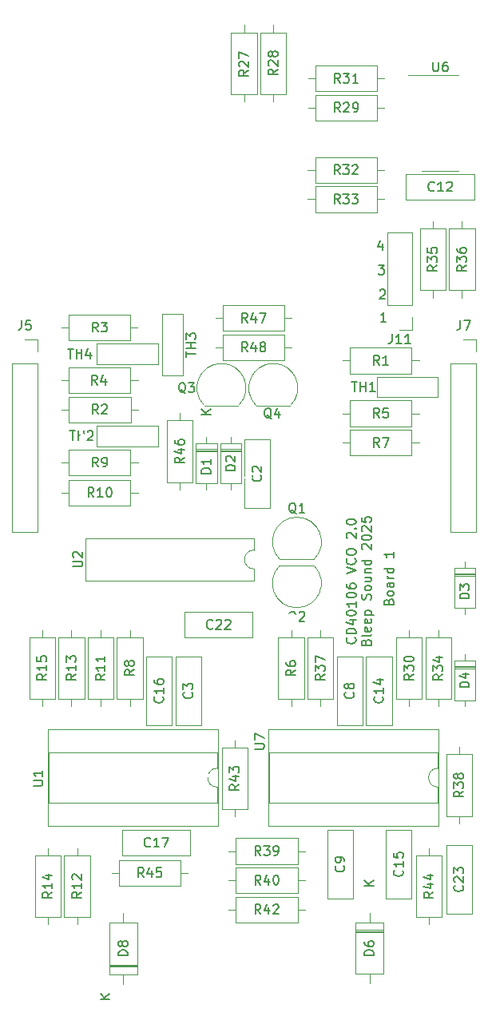
<source format=gto>
G04 #@! TF.GenerationSoftware,KiCad,Pcbnew,9.0.4-9.0.4-0~ubuntu22.04.1*
G04 #@! TF.CreationDate,2025-10-19T11:48:00+01:00*
G04 #@! TF.ProjectId,CD40106_VCO,43443430-3130-4365-9f56-434f2e6b6963,rev?*
G04 #@! TF.SameCoordinates,Original*
G04 #@! TF.FileFunction,Legend,Top*
G04 #@! TF.FilePolarity,Positive*
%FSLAX46Y46*%
G04 Gerber Fmt 4.6, Leading zero omitted, Abs format (unit mm)*
G04 Created by KiCad (PCBNEW 9.0.4-9.0.4-0~ubuntu22.04.1) date 2025-10-19 11:48:00*
%MOMM*%
%LPD*%
G01*
G04 APERTURE LIST*
%ADD10C,0.150000*%
%ADD11C,0.120000*%
%ADD12C,1.600000*%
%ADD13O,1.600000X1.600000*%
%ADD14R,1.700000X1.700000*%
%ADD15O,1.700000X1.700000*%
%ADD16C,1.524000*%
%ADD17C,2.200000*%
%ADD18R,1.600000X1.600000*%
%ADD19C,3.200000*%
%ADD20R,1.050000X1.500000*%
%ADD21O,1.050000X1.500000*%
%ADD22R,1.600000X2.400000*%
%ADD23O,1.600000X2.400000*%
%ADD24C,3.000000*%
%ADD25C,1.700000*%
%ADD26C,1.440000*%
%ADD27C,0.800000*%
G04 APERTURE END LIST*
D10*
X91254608Y-107076190D02*
X91302228Y-107123809D01*
X91302228Y-107123809D02*
X91349847Y-107266666D01*
X91349847Y-107266666D02*
X91349847Y-107361904D01*
X91349847Y-107361904D02*
X91302228Y-107504761D01*
X91302228Y-107504761D02*
X91206989Y-107599999D01*
X91206989Y-107599999D02*
X91111751Y-107647618D01*
X91111751Y-107647618D02*
X90921275Y-107695237D01*
X90921275Y-107695237D02*
X90778418Y-107695237D01*
X90778418Y-107695237D02*
X90587942Y-107647618D01*
X90587942Y-107647618D02*
X90492704Y-107599999D01*
X90492704Y-107599999D02*
X90397466Y-107504761D01*
X90397466Y-107504761D02*
X90349847Y-107361904D01*
X90349847Y-107361904D02*
X90349847Y-107266666D01*
X90349847Y-107266666D02*
X90397466Y-107123809D01*
X90397466Y-107123809D02*
X90445085Y-107076190D01*
X91349847Y-106647618D02*
X90349847Y-106647618D01*
X90349847Y-106647618D02*
X90349847Y-106409523D01*
X90349847Y-106409523D02*
X90397466Y-106266666D01*
X90397466Y-106266666D02*
X90492704Y-106171428D01*
X90492704Y-106171428D02*
X90587942Y-106123809D01*
X90587942Y-106123809D02*
X90778418Y-106076190D01*
X90778418Y-106076190D02*
X90921275Y-106076190D01*
X90921275Y-106076190D02*
X91111751Y-106123809D01*
X91111751Y-106123809D02*
X91206989Y-106171428D01*
X91206989Y-106171428D02*
X91302228Y-106266666D01*
X91302228Y-106266666D02*
X91349847Y-106409523D01*
X91349847Y-106409523D02*
X91349847Y-106647618D01*
X90683180Y-105219047D02*
X91349847Y-105219047D01*
X90302228Y-105457142D02*
X91016513Y-105695237D01*
X91016513Y-105695237D02*
X91016513Y-105076190D01*
X90349847Y-104504761D02*
X90349847Y-104409523D01*
X90349847Y-104409523D02*
X90397466Y-104314285D01*
X90397466Y-104314285D02*
X90445085Y-104266666D01*
X90445085Y-104266666D02*
X90540323Y-104219047D01*
X90540323Y-104219047D02*
X90730799Y-104171428D01*
X90730799Y-104171428D02*
X90968894Y-104171428D01*
X90968894Y-104171428D02*
X91159370Y-104219047D01*
X91159370Y-104219047D02*
X91254608Y-104266666D01*
X91254608Y-104266666D02*
X91302228Y-104314285D01*
X91302228Y-104314285D02*
X91349847Y-104409523D01*
X91349847Y-104409523D02*
X91349847Y-104504761D01*
X91349847Y-104504761D02*
X91302228Y-104599999D01*
X91302228Y-104599999D02*
X91254608Y-104647618D01*
X91254608Y-104647618D02*
X91159370Y-104695237D01*
X91159370Y-104695237D02*
X90968894Y-104742856D01*
X90968894Y-104742856D02*
X90730799Y-104742856D01*
X90730799Y-104742856D02*
X90540323Y-104695237D01*
X90540323Y-104695237D02*
X90445085Y-104647618D01*
X90445085Y-104647618D02*
X90397466Y-104599999D01*
X90397466Y-104599999D02*
X90349847Y-104504761D01*
X91349847Y-103219047D02*
X91349847Y-103790475D01*
X91349847Y-103504761D02*
X90349847Y-103504761D01*
X90349847Y-103504761D02*
X90492704Y-103599999D01*
X90492704Y-103599999D02*
X90587942Y-103695237D01*
X90587942Y-103695237D02*
X90635561Y-103790475D01*
X90349847Y-102599999D02*
X90349847Y-102504761D01*
X90349847Y-102504761D02*
X90397466Y-102409523D01*
X90397466Y-102409523D02*
X90445085Y-102361904D01*
X90445085Y-102361904D02*
X90540323Y-102314285D01*
X90540323Y-102314285D02*
X90730799Y-102266666D01*
X90730799Y-102266666D02*
X90968894Y-102266666D01*
X90968894Y-102266666D02*
X91159370Y-102314285D01*
X91159370Y-102314285D02*
X91254608Y-102361904D01*
X91254608Y-102361904D02*
X91302228Y-102409523D01*
X91302228Y-102409523D02*
X91349847Y-102504761D01*
X91349847Y-102504761D02*
X91349847Y-102599999D01*
X91349847Y-102599999D02*
X91302228Y-102695237D01*
X91302228Y-102695237D02*
X91254608Y-102742856D01*
X91254608Y-102742856D02*
X91159370Y-102790475D01*
X91159370Y-102790475D02*
X90968894Y-102838094D01*
X90968894Y-102838094D02*
X90730799Y-102838094D01*
X90730799Y-102838094D02*
X90540323Y-102790475D01*
X90540323Y-102790475D02*
X90445085Y-102742856D01*
X90445085Y-102742856D02*
X90397466Y-102695237D01*
X90397466Y-102695237D02*
X90349847Y-102599999D01*
X90349847Y-101409523D02*
X90349847Y-101599999D01*
X90349847Y-101599999D02*
X90397466Y-101695237D01*
X90397466Y-101695237D02*
X90445085Y-101742856D01*
X90445085Y-101742856D02*
X90587942Y-101838094D01*
X90587942Y-101838094D02*
X90778418Y-101885713D01*
X90778418Y-101885713D02*
X91159370Y-101885713D01*
X91159370Y-101885713D02*
X91254608Y-101838094D01*
X91254608Y-101838094D02*
X91302228Y-101790475D01*
X91302228Y-101790475D02*
X91349847Y-101695237D01*
X91349847Y-101695237D02*
X91349847Y-101504761D01*
X91349847Y-101504761D02*
X91302228Y-101409523D01*
X91302228Y-101409523D02*
X91254608Y-101361904D01*
X91254608Y-101361904D02*
X91159370Y-101314285D01*
X91159370Y-101314285D02*
X90921275Y-101314285D01*
X90921275Y-101314285D02*
X90826037Y-101361904D01*
X90826037Y-101361904D02*
X90778418Y-101409523D01*
X90778418Y-101409523D02*
X90730799Y-101504761D01*
X90730799Y-101504761D02*
X90730799Y-101695237D01*
X90730799Y-101695237D02*
X90778418Y-101790475D01*
X90778418Y-101790475D02*
X90826037Y-101838094D01*
X90826037Y-101838094D02*
X90921275Y-101885713D01*
X90349847Y-100266665D02*
X91349847Y-99933332D01*
X91349847Y-99933332D02*
X90349847Y-99599999D01*
X91254608Y-98695237D02*
X91302228Y-98742856D01*
X91302228Y-98742856D02*
X91349847Y-98885713D01*
X91349847Y-98885713D02*
X91349847Y-98980951D01*
X91349847Y-98980951D02*
X91302228Y-99123808D01*
X91302228Y-99123808D02*
X91206989Y-99219046D01*
X91206989Y-99219046D02*
X91111751Y-99266665D01*
X91111751Y-99266665D02*
X90921275Y-99314284D01*
X90921275Y-99314284D02*
X90778418Y-99314284D01*
X90778418Y-99314284D02*
X90587942Y-99266665D01*
X90587942Y-99266665D02*
X90492704Y-99219046D01*
X90492704Y-99219046D02*
X90397466Y-99123808D01*
X90397466Y-99123808D02*
X90349847Y-98980951D01*
X90349847Y-98980951D02*
X90349847Y-98885713D01*
X90349847Y-98885713D02*
X90397466Y-98742856D01*
X90397466Y-98742856D02*
X90445085Y-98695237D01*
X90349847Y-98076189D02*
X90349847Y-97885713D01*
X90349847Y-97885713D02*
X90397466Y-97790475D01*
X90397466Y-97790475D02*
X90492704Y-97695237D01*
X90492704Y-97695237D02*
X90683180Y-97647618D01*
X90683180Y-97647618D02*
X91016513Y-97647618D01*
X91016513Y-97647618D02*
X91206989Y-97695237D01*
X91206989Y-97695237D02*
X91302228Y-97790475D01*
X91302228Y-97790475D02*
X91349847Y-97885713D01*
X91349847Y-97885713D02*
X91349847Y-98076189D01*
X91349847Y-98076189D02*
X91302228Y-98171427D01*
X91302228Y-98171427D02*
X91206989Y-98266665D01*
X91206989Y-98266665D02*
X91016513Y-98314284D01*
X91016513Y-98314284D02*
X90683180Y-98314284D01*
X90683180Y-98314284D02*
X90492704Y-98266665D01*
X90492704Y-98266665D02*
X90397466Y-98171427D01*
X90397466Y-98171427D02*
X90349847Y-98076189D01*
X90445085Y-96504760D02*
X90397466Y-96457141D01*
X90397466Y-96457141D02*
X90349847Y-96361903D01*
X90349847Y-96361903D02*
X90349847Y-96123808D01*
X90349847Y-96123808D02*
X90397466Y-96028570D01*
X90397466Y-96028570D02*
X90445085Y-95980951D01*
X90445085Y-95980951D02*
X90540323Y-95933332D01*
X90540323Y-95933332D02*
X90635561Y-95933332D01*
X90635561Y-95933332D02*
X90778418Y-95980951D01*
X90778418Y-95980951D02*
X91349847Y-96552379D01*
X91349847Y-96552379D02*
X91349847Y-95933332D01*
X91254608Y-95504760D02*
X91302228Y-95457141D01*
X91302228Y-95457141D02*
X91349847Y-95504760D01*
X91349847Y-95504760D02*
X91302228Y-95552379D01*
X91302228Y-95552379D02*
X91254608Y-95504760D01*
X91254608Y-95504760D02*
X91349847Y-95504760D01*
X90349847Y-94838094D02*
X90349847Y-94742856D01*
X90349847Y-94742856D02*
X90397466Y-94647618D01*
X90397466Y-94647618D02*
X90445085Y-94599999D01*
X90445085Y-94599999D02*
X90540323Y-94552380D01*
X90540323Y-94552380D02*
X90730799Y-94504761D01*
X90730799Y-94504761D02*
X90968894Y-94504761D01*
X90968894Y-94504761D02*
X91159370Y-94552380D01*
X91159370Y-94552380D02*
X91254608Y-94599999D01*
X91254608Y-94599999D02*
X91302228Y-94647618D01*
X91302228Y-94647618D02*
X91349847Y-94742856D01*
X91349847Y-94742856D02*
X91349847Y-94838094D01*
X91349847Y-94838094D02*
X91302228Y-94933332D01*
X91302228Y-94933332D02*
X91254608Y-94980951D01*
X91254608Y-94980951D02*
X91159370Y-95028570D01*
X91159370Y-95028570D02*
X90968894Y-95076189D01*
X90968894Y-95076189D02*
X90730799Y-95076189D01*
X90730799Y-95076189D02*
X90540323Y-95028570D01*
X90540323Y-95028570D02*
X90445085Y-94980951D01*
X90445085Y-94980951D02*
X90397466Y-94933332D01*
X90397466Y-94933332D02*
X90349847Y-94838094D01*
X92435981Y-107552381D02*
X92483600Y-107409524D01*
X92483600Y-107409524D02*
X92531219Y-107361905D01*
X92531219Y-107361905D02*
X92626457Y-107314286D01*
X92626457Y-107314286D02*
X92769314Y-107314286D01*
X92769314Y-107314286D02*
X92864552Y-107361905D01*
X92864552Y-107361905D02*
X92912172Y-107409524D01*
X92912172Y-107409524D02*
X92959791Y-107504762D01*
X92959791Y-107504762D02*
X92959791Y-107885714D01*
X92959791Y-107885714D02*
X91959791Y-107885714D01*
X91959791Y-107885714D02*
X91959791Y-107552381D01*
X91959791Y-107552381D02*
X92007410Y-107457143D01*
X92007410Y-107457143D02*
X92055029Y-107409524D01*
X92055029Y-107409524D02*
X92150267Y-107361905D01*
X92150267Y-107361905D02*
X92245505Y-107361905D01*
X92245505Y-107361905D02*
X92340743Y-107409524D01*
X92340743Y-107409524D02*
X92388362Y-107457143D01*
X92388362Y-107457143D02*
X92435981Y-107552381D01*
X92435981Y-107552381D02*
X92435981Y-107885714D01*
X92959791Y-106742857D02*
X92912172Y-106838095D01*
X92912172Y-106838095D02*
X92816933Y-106885714D01*
X92816933Y-106885714D02*
X91959791Y-106885714D01*
X92912172Y-105980952D02*
X92959791Y-106076190D01*
X92959791Y-106076190D02*
X92959791Y-106266666D01*
X92959791Y-106266666D02*
X92912172Y-106361904D01*
X92912172Y-106361904D02*
X92816933Y-106409523D01*
X92816933Y-106409523D02*
X92435981Y-106409523D01*
X92435981Y-106409523D02*
X92340743Y-106361904D01*
X92340743Y-106361904D02*
X92293124Y-106266666D01*
X92293124Y-106266666D02*
X92293124Y-106076190D01*
X92293124Y-106076190D02*
X92340743Y-105980952D01*
X92340743Y-105980952D02*
X92435981Y-105933333D01*
X92435981Y-105933333D02*
X92531219Y-105933333D01*
X92531219Y-105933333D02*
X92626457Y-106409523D01*
X92912172Y-105123809D02*
X92959791Y-105219047D01*
X92959791Y-105219047D02*
X92959791Y-105409523D01*
X92959791Y-105409523D02*
X92912172Y-105504761D01*
X92912172Y-105504761D02*
X92816933Y-105552380D01*
X92816933Y-105552380D02*
X92435981Y-105552380D01*
X92435981Y-105552380D02*
X92340743Y-105504761D01*
X92340743Y-105504761D02*
X92293124Y-105409523D01*
X92293124Y-105409523D02*
X92293124Y-105219047D01*
X92293124Y-105219047D02*
X92340743Y-105123809D01*
X92340743Y-105123809D02*
X92435981Y-105076190D01*
X92435981Y-105076190D02*
X92531219Y-105076190D01*
X92531219Y-105076190D02*
X92626457Y-105552380D01*
X92293124Y-104647618D02*
X93293124Y-104647618D01*
X92340743Y-104647618D02*
X92293124Y-104552380D01*
X92293124Y-104552380D02*
X92293124Y-104361904D01*
X92293124Y-104361904D02*
X92340743Y-104266666D01*
X92340743Y-104266666D02*
X92388362Y-104219047D01*
X92388362Y-104219047D02*
X92483600Y-104171428D01*
X92483600Y-104171428D02*
X92769314Y-104171428D01*
X92769314Y-104171428D02*
X92864552Y-104219047D01*
X92864552Y-104219047D02*
X92912172Y-104266666D01*
X92912172Y-104266666D02*
X92959791Y-104361904D01*
X92959791Y-104361904D02*
X92959791Y-104552380D01*
X92959791Y-104552380D02*
X92912172Y-104647618D01*
X92912172Y-103028570D02*
X92959791Y-102885713D01*
X92959791Y-102885713D02*
X92959791Y-102647618D01*
X92959791Y-102647618D02*
X92912172Y-102552380D01*
X92912172Y-102552380D02*
X92864552Y-102504761D01*
X92864552Y-102504761D02*
X92769314Y-102457142D01*
X92769314Y-102457142D02*
X92674076Y-102457142D01*
X92674076Y-102457142D02*
X92578838Y-102504761D01*
X92578838Y-102504761D02*
X92531219Y-102552380D01*
X92531219Y-102552380D02*
X92483600Y-102647618D01*
X92483600Y-102647618D02*
X92435981Y-102838094D01*
X92435981Y-102838094D02*
X92388362Y-102933332D01*
X92388362Y-102933332D02*
X92340743Y-102980951D01*
X92340743Y-102980951D02*
X92245505Y-103028570D01*
X92245505Y-103028570D02*
X92150267Y-103028570D01*
X92150267Y-103028570D02*
X92055029Y-102980951D01*
X92055029Y-102980951D02*
X92007410Y-102933332D01*
X92007410Y-102933332D02*
X91959791Y-102838094D01*
X91959791Y-102838094D02*
X91959791Y-102599999D01*
X91959791Y-102599999D02*
X92007410Y-102457142D01*
X92959791Y-101885713D02*
X92912172Y-101980951D01*
X92912172Y-101980951D02*
X92864552Y-102028570D01*
X92864552Y-102028570D02*
X92769314Y-102076189D01*
X92769314Y-102076189D02*
X92483600Y-102076189D01*
X92483600Y-102076189D02*
X92388362Y-102028570D01*
X92388362Y-102028570D02*
X92340743Y-101980951D01*
X92340743Y-101980951D02*
X92293124Y-101885713D01*
X92293124Y-101885713D02*
X92293124Y-101742856D01*
X92293124Y-101742856D02*
X92340743Y-101647618D01*
X92340743Y-101647618D02*
X92388362Y-101599999D01*
X92388362Y-101599999D02*
X92483600Y-101552380D01*
X92483600Y-101552380D02*
X92769314Y-101552380D01*
X92769314Y-101552380D02*
X92864552Y-101599999D01*
X92864552Y-101599999D02*
X92912172Y-101647618D01*
X92912172Y-101647618D02*
X92959791Y-101742856D01*
X92959791Y-101742856D02*
X92959791Y-101885713D01*
X92293124Y-100695237D02*
X92959791Y-100695237D01*
X92293124Y-101123808D02*
X92816933Y-101123808D01*
X92816933Y-101123808D02*
X92912172Y-101076189D01*
X92912172Y-101076189D02*
X92959791Y-100980951D01*
X92959791Y-100980951D02*
X92959791Y-100838094D01*
X92959791Y-100838094D02*
X92912172Y-100742856D01*
X92912172Y-100742856D02*
X92864552Y-100695237D01*
X92293124Y-100219046D02*
X92959791Y-100219046D01*
X92388362Y-100219046D02*
X92340743Y-100171427D01*
X92340743Y-100171427D02*
X92293124Y-100076189D01*
X92293124Y-100076189D02*
X92293124Y-99933332D01*
X92293124Y-99933332D02*
X92340743Y-99838094D01*
X92340743Y-99838094D02*
X92435981Y-99790475D01*
X92435981Y-99790475D02*
X92959791Y-99790475D01*
X92959791Y-98885713D02*
X91959791Y-98885713D01*
X92912172Y-98885713D02*
X92959791Y-98980951D01*
X92959791Y-98980951D02*
X92959791Y-99171427D01*
X92959791Y-99171427D02*
X92912172Y-99266665D01*
X92912172Y-99266665D02*
X92864552Y-99314284D01*
X92864552Y-99314284D02*
X92769314Y-99361903D01*
X92769314Y-99361903D02*
X92483600Y-99361903D01*
X92483600Y-99361903D02*
X92388362Y-99314284D01*
X92388362Y-99314284D02*
X92340743Y-99266665D01*
X92340743Y-99266665D02*
X92293124Y-99171427D01*
X92293124Y-99171427D02*
X92293124Y-98980951D01*
X92293124Y-98980951D02*
X92340743Y-98885713D01*
X92055029Y-97695236D02*
X92007410Y-97647617D01*
X92007410Y-97647617D02*
X91959791Y-97552379D01*
X91959791Y-97552379D02*
X91959791Y-97314284D01*
X91959791Y-97314284D02*
X92007410Y-97219046D01*
X92007410Y-97219046D02*
X92055029Y-97171427D01*
X92055029Y-97171427D02*
X92150267Y-97123808D01*
X92150267Y-97123808D02*
X92245505Y-97123808D01*
X92245505Y-97123808D02*
X92388362Y-97171427D01*
X92388362Y-97171427D02*
X92959791Y-97742855D01*
X92959791Y-97742855D02*
X92959791Y-97123808D01*
X91959791Y-96504760D02*
X91959791Y-96409522D01*
X91959791Y-96409522D02*
X92007410Y-96314284D01*
X92007410Y-96314284D02*
X92055029Y-96266665D01*
X92055029Y-96266665D02*
X92150267Y-96219046D01*
X92150267Y-96219046D02*
X92340743Y-96171427D01*
X92340743Y-96171427D02*
X92578838Y-96171427D01*
X92578838Y-96171427D02*
X92769314Y-96219046D01*
X92769314Y-96219046D02*
X92864552Y-96266665D01*
X92864552Y-96266665D02*
X92912172Y-96314284D01*
X92912172Y-96314284D02*
X92959791Y-96409522D01*
X92959791Y-96409522D02*
X92959791Y-96504760D01*
X92959791Y-96504760D02*
X92912172Y-96599998D01*
X92912172Y-96599998D02*
X92864552Y-96647617D01*
X92864552Y-96647617D02*
X92769314Y-96695236D01*
X92769314Y-96695236D02*
X92578838Y-96742855D01*
X92578838Y-96742855D02*
X92340743Y-96742855D01*
X92340743Y-96742855D02*
X92150267Y-96695236D01*
X92150267Y-96695236D02*
X92055029Y-96647617D01*
X92055029Y-96647617D02*
X92007410Y-96599998D01*
X92007410Y-96599998D02*
X91959791Y-96504760D01*
X92055029Y-95790474D02*
X92007410Y-95742855D01*
X92007410Y-95742855D02*
X91959791Y-95647617D01*
X91959791Y-95647617D02*
X91959791Y-95409522D01*
X91959791Y-95409522D02*
X92007410Y-95314284D01*
X92007410Y-95314284D02*
X92055029Y-95266665D01*
X92055029Y-95266665D02*
X92150267Y-95219046D01*
X92150267Y-95219046D02*
X92245505Y-95219046D01*
X92245505Y-95219046D02*
X92388362Y-95266665D01*
X92388362Y-95266665D02*
X92959791Y-95838093D01*
X92959791Y-95838093D02*
X92959791Y-95219046D01*
X91959791Y-94314284D02*
X91959791Y-94790474D01*
X91959791Y-94790474D02*
X92435981Y-94838093D01*
X92435981Y-94838093D02*
X92388362Y-94790474D01*
X92388362Y-94790474D02*
X92340743Y-94695236D01*
X92340743Y-94695236D02*
X92340743Y-94457141D01*
X92340743Y-94457141D02*
X92388362Y-94361903D01*
X92388362Y-94361903D02*
X92435981Y-94314284D01*
X92435981Y-94314284D02*
X92531219Y-94266665D01*
X92531219Y-94266665D02*
X92769314Y-94266665D01*
X92769314Y-94266665D02*
X92864552Y-94314284D01*
X92864552Y-94314284D02*
X92912172Y-94361903D01*
X92912172Y-94361903D02*
X92959791Y-94457141D01*
X92959791Y-94457141D02*
X92959791Y-94695236D01*
X92959791Y-94695236D02*
X92912172Y-94790474D01*
X92912172Y-94790474D02*
X92864552Y-94838093D01*
X93741541Y-67569819D02*
X94360588Y-67569819D01*
X94360588Y-67569819D02*
X94027255Y-67950771D01*
X94027255Y-67950771D02*
X94170112Y-67950771D01*
X94170112Y-67950771D02*
X94265350Y-67998390D01*
X94265350Y-67998390D02*
X94312969Y-68046009D01*
X94312969Y-68046009D02*
X94360588Y-68141247D01*
X94360588Y-68141247D02*
X94360588Y-68379342D01*
X94360588Y-68379342D02*
X94312969Y-68474580D01*
X94312969Y-68474580D02*
X94265350Y-68522200D01*
X94265350Y-68522200D02*
X94170112Y-68569819D01*
X94170112Y-68569819D02*
X93884398Y-68569819D01*
X93884398Y-68569819D02*
X93789160Y-68522200D01*
X93789160Y-68522200D02*
X93741541Y-68474580D01*
X94560588Y-73569819D02*
X93989160Y-73569819D01*
X94274874Y-73569819D02*
X94274874Y-72569819D01*
X94274874Y-72569819D02*
X94179636Y-72712676D01*
X94179636Y-72712676D02*
X94084398Y-72807914D01*
X94084398Y-72807914D02*
X93989160Y-72855533D01*
X93889160Y-70265057D02*
X93936779Y-70217438D01*
X93936779Y-70217438D02*
X94032017Y-70169819D01*
X94032017Y-70169819D02*
X94270112Y-70169819D01*
X94270112Y-70169819D02*
X94365350Y-70217438D01*
X94365350Y-70217438D02*
X94412969Y-70265057D01*
X94412969Y-70265057D02*
X94460588Y-70360295D01*
X94460588Y-70360295D02*
X94460588Y-70455533D01*
X94460588Y-70455533D02*
X94412969Y-70598390D01*
X94412969Y-70598390D02*
X93841541Y-71169819D01*
X93841541Y-71169819D02*
X94460588Y-71169819D01*
X94165350Y-65303152D02*
X94165350Y-65969819D01*
X93927255Y-64922200D02*
X93689160Y-65636485D01*
X93689160Y-65636485D02*
X94308207Y-65636485D01*
X94831009Y-103252381D02*
X94878628Y-103109524D01*
X94878628Y-103109524D02*
X94926247Y-103061905D01*
X94926247Y-103061905D02*
X95021485Y-103014286D01*
X95021485Y-103014286D02*
X95164342Y-103014286D01*
X95164342Y-103014286D02*
X95259580Y-103061905D01*
X95259580Y-103061905D02*
X95307200Y-103109524D01*
X95307200Y-103109524D02*
X95354819Y-103204762D01*
X95354819Y-103204762D02*
X95354819Y-103585714D01*
X95354819Y-103585714D02*
X94354819Y-103585714D01*
X94354819Y-103585714D02*
X94354819Y-103252381D01*
X94354819Y-103252381D02*
X94402438Y-103157143D01*
X94402438Y-103157143D02*
X94450057Y-103109524D01*
X94450057Y-103109524D02*
X94545295Y-103061905D01*
X94545295Y-103061905D02*
X94640533Y-103061905D01*
X94640533Y-103061905D02*
X94735771Y-103109524D01*
X94735771Y-103109524D02*
X94783390Y-103157143D01*
X94783390Y-103157143D02*
X94831009Y-103252381D01*
X94831009Y-103252381D02*
X94831009Y-103585714D01*
X95354819Y-102442857D02*
X95307200Y-102538095D01*
X95307200Y-102538095D02*
X95259580Y-102585714D01*
X95259580Y-102585714D02*
X95164342Y-102633333D01*
X95164342Y-102633333D02*
X94878628Y-102633333D01*
X94878628Y-102633333D02*
X94783390Y-102585714D01*
X94783390Y-102585714D02*
X94735771Y-102538095D01*
X94735771Y-102538095D02*
X94688152Y-102442857D01*
X94688152Y-102442857D02*
X94688152Y-102300000D01*
X94688152Y-102300000D02*
X94735771Y-102204762D01*
X94735771Y-102204762D02*
X94783390Y-102157143D01*
X94783390Y-102157143D02*
X94878628Y-102109524D01*
X94878628Y-102109524D02*
X95164342Y-102109524D01*
X95164342Y-102109524D02*
X95259580Y-102157143D01*
X95259580Y-102157143D02*
X95307200Y-102204762D01*
X95307200Y-102204762D02*
X95354819Y-102300000D01*
X95354819Y-102300000D02*
X95354819Y-102442857D01*
X95354819Y-101252381D02*
X94831009Y-101252381D01*
X94831009Y-101252381D02*
X94735771Y-101300000D01*
X94735771Y-101300000D02*
X94688152Y-101395238D01*
X94688152Y-101395238D02*
X94688152Y-101585714D01*
X94688152Y-101585714D02*
X94735771Y-101680952D01*
X95307200Y-101252381D02*
X95354819Y-101347619D01*
X95354819Y-101347619D02*
X95354819Y-101585714D01*
X95354819Y-101585714D02*
X95307200Y-101680952D01*
X95307200Y-101680952D02*
X95211961Y-101728571D01*
X95211961Y-101728571D02*
X95116723Y-101728571D01*
X95116723Y-101728571D02*
X95021485Y-101680952D01*
X95021485Y-101680952D02*
X94973866Y-101585714D01*
X94973866Y-101585714D02*
X94973866Y-101347619D01*
X94973866Y-101347619D02*
X94926247Y-101252381D01*
X95354819Y-100776190D02*
X94688152Y-100776190D01*
X94878628Y-100776190D02*
X94783390Y-100728571D01*
X94783390Y-100728571D02*
X94735771Y-100680952D01*
X94735771Y-100680952D02*
X94688152Y-100585714D01*
X94688152Y-100585714D02*
X94688152Y-100490476D01*
X95354819Y-99728571D02*
X94354819Y-99728571D01*
X95307200Y-99728571D02*
X95354819Y-99823809D01*
X95354819Y-99823809D02*
X95354819Y-100014285D01*
X95354819Y-100014285D02*
X95307200Y-100109523D01*
X95307200Y-100109523D02*
X95259580Y-100157142D01*
X95259580Y-100157142D02*
X95164342Y-100204761D01*
X95164342Y-100204761D02*
X94878628Y-100204761D01*
X94878628Y-100204761D02*
X94783390Y-100157142D01*
X94783390Y-100157142D02*
X94735771Y-100109523D01*
X94735771Y-100109523D02*
X94688152Y-100014285D01*
X94688152Y-100014285D02*
X94688152Y-99823809D01*
X94688152Y-99823809D02*
X94735771Y-99728571D01*
X95354819Y-97966666D02*
X95354819Y-98538094D01*
X95354819Y-98252380D02*
X94354819Y-98252380D01*
X94354819Y-98252380D02*
X94497676Y-98347618D01*
X94497676Y-98347618D02*
X94592914Y-98442856D01*
X94592914Y-98442856D02*
X94640533Y-98538094D01*
X102754819Y-123342857D02*
X102278628Y-123676190D01*
X102754819Y-123914285D02*
X101754819Y-123914285D01*
X101754819Y-123914285D02*
X101754819Y-123533333D01*
X101754819Y-123533333D02*
X101802438Y-123438095D01*
X101802438Y-123438095D02*
X101850057Y-123390476D01*
X101850057Y-123390476D02*
X101945295Y-123342857D01*
X101945295Y-123342857D02*
X102088152Y-123342857D01*
X102088152Y-123342857D02*
X102183390Y-123390476D01*
X102183390Y-123390476D02*
X102231009Y-123438095D01*
X102231009Y-123438095D02*
X102278628Y-123533333D01*
X102278628Y-123533333D02*
X102278628Y-123914285D01*
X101754819Y-123009523D02*
X101754819Y-122390476D01*
X101754819Y-122390476D02*
X102135771Y-122723809D01*
X102135771Y-122723809D02*
X102135771Y-122580952D01*
X102135771Y-122580952D02*
X102183390Y-122485714D01*
X102183390Y-122485714D02*
X102231009Y-122438095D01*
X102231009Y-122438095D02*
X102326247Y-122390476D01*
X102326247Y-122390476D02*
X102564342Y-122390476D01*
X102564342Y-122390476D02*
X102659580Y-122438095D01*
X102659580Y-122438095D02*
X102707200Y-122485714D01*
X102707200Y-122485714D02*
X102754819Y-122580952D01*
X102754819Y-122580952D02*
X102754819Y-122866666D01*
X102754819Y-122866666D02*
X102707200Y-122961904D01*
X102707200Y-122961904D02*
X102659580Y-123009523D01*
X102183390Y-121819047D02*
X102135771Y-121914285D01*
X102135771Y-121914285D02*
X102088152Y-121961904D01*
X102088152Y-121961904D02*
X101992914Y-122009523D01*
X101992914Y-122009523D02*
X101945295Y-122009523D01*
X101945295Y-122009523D02*
X101850057Y-121961904D01*
X101850057Y-121961904D02*
X101802438Y-121914285D01*
X101802438Y-121914285D02*
X101754819Y-121819047D01*
X101754819Y-121819047D02*
X101754819Y-121628571D01*
X101754819Y-121628571D02*
X101802438Y-121533333D01*
X101802438Y-121533333D02*
X101850057Y-121485714D01*
X101850057Y-121485714D02*
X101945295Y-121438095D01*
X101945295Y-121438095D02*
X101992914Y-121438095D01*
X101992914Y-121438095D02*
X102088152Y-121485714D01*
X102088152Y-121485714D02*
X102135771Y-121533333D01*
X102135771Y-121533333D02*
X102183390Y-121628571D01*
X102183390Y-121628571D02*
X102183390Y-121819047D01*
X102183390Y-121819047D02*
X102231009Y-121914285D01*
X102231009Y-121914285D02*
X102278628Y-121961904D01*
X102278628Y-121961904D02*
X102373866Y-122009523D01*
X102373866Y-122009523D02*
X102564342Y-122009523D01*
X102564342Y-122009523D02*
X102659580Y-121961904D01*
X102659580Y-121961904D02*
X102707200Y-121914285D01*
X102707200Y-121914285D02*
X102754819Y-121819047D01*
X102754819Y-121819047D02*
X102754819Y-121628571D01*
X102754819Y-121628571D02*
X102707200Y-121533333D01*
X102707200Y-121533333D02*
X102659580Y-121485714D01*
X102659580Y-121485714D02*
X102564342Y-121438095D01*
X102564342Y-121438095D02*
X102373866Y-121438095D01*
X102373866Y-121438095D02*
X102278628Y-121485714D01*
X102278628Y-121485714D02*
X102231009Y-121533333D01*
X102231009Y-121533333D02*
X102183390Y-121628571D01*
X89657142Y-61054819D02*
X89323809Y-60578628D01*
X89085714Y-61054819D02*
X89085714Y-60054819D01*
X89085714Y-60054819D02*
X89466666Y-60054819D01*
X89466666Y-60054819D02*
X89561904Y-60102438D01*
X89561904Y-60102438D02*
X89609523Y-60150057D01*
X89609523Y-60150057D02*
X89657142Y-60245295D01*
X89657142Y-60245295D02*
X89657142Y-60388152D01*
X89657142Y-60388152D02*
X89609523Y-60483390D01*
X89609523Y-60483390D02*
X89561904Y-60531009D01*
X89561904Y-60531009D02*
X89466666Y-60578628D01*
X89466666Y-60578628D02*
X89085714Y-60578628D01*
X89990476Y-60054819D02*
X90609523Y-60054819D01*
X90609523Y-60054819D02*
X90276190Y-60435771D01*
X90276190Y-60435771D02*
X90419047Y-60435771D01*
X90419047Y-60435771D02*
X90514285Y-60483390D01*
X90514285Y-60483390D02*
X90561904Y-60531009D01*
X90561904Y-60531009D02*
X90609523Y-60626247D01*
X90609523Y-60626247D02*
X90609523Y-60864342D01*
X90609523Y-60864342D02*
X90561904Y-60959580D01*
X90561904Y-60959580D02*
X90514285Y-61007200D01*
X90514285Y-61007200D02*
X90419047Y-61054819D01*
X90419047Y-61054819D02*
X90133333Y-61054819D01*
X90133333Y-61054819D02*
X90038095Y-61007200D01*
X90038095Y-61007200D02*
X89990476Y-60959580D01*
X90942857Y-60054819D02*
X91561904Y-60054819D01*
X91561904Y-60054819D02*
X91228571Y-60435771D01*
X91228571Y-60435771D02*
X91371428Y-60435771D01*
X91371428Y-60435771D02*
X91466666Y-60483390D01*
X91466666Y-60483390D02*
X91514285Y-60531009D01*
X91514285Y-60531009D02*
X91561904Y-60626247D01*
X91561904Y-60626247D02*
X91561904Y-60864342D01*
X91561904Y-60864342D02*
X91514285Y-60959580D01*
X91514285Y-60959580D02*
X91466666Y-61007200D01*
X91466666Y-61007200D02*
X91371428Y-61054819D01*
X91371428Y-61054819D02*
X91085714Y-61054819D01*
X91085714Y-61054819D02*
X90990476Y-61007200D01*
X90990476Y-61007200D02*
X90942857Y-60959580D01*
X79857142Y-73654819D02*
X79523809Y-73178628D01*
X79285714Y-73654819D02*
X79285714Y-72654819D01*
X79285714Y-72654819D02*
X79666666Y-72654819D01*
X79666666Y-72654819D02*
X79761904Y-72702438D01*
X79761904Y-72702438D02*
X79809523Y-72750057D01*
X79809523Y-72750057D02*
X79857142Y-72845295D01*
X79857142Y-72845295D02*
X79857142Y-72988152D01*
X79857142Y-72988152D02*
X79809523Y-73083390D01*
X79809523Y-73083390D02*
X79761904Y-73131009D01*
X79761904Y-73131009D02*
X79666666Y-73178628D01*
X79666666Y-73178628D02*
X79285714Y-73178628D01*
X80714285Y-72988152D02*
X80714285Y-73654819D01*
X80476190Y-72607200D02*
X80238095Y-73321485D01*
X80238095Y-73321485D02*
X80857142Y-73321485D01*
X81142857Y-72654819D02*
X81809523Y-72654819D01*
X81809523Y-72654819D02*
X81380952Y-73654819D01*
X89677142Y-51354819D02*
X89343809Y-50878628D01*
X89105714Y-51354819D02*
X89105714Y-50354819D01*
X89105714Y-50354819D02*
X89486666Y-50354819D01*
X89486666Y-50354819D02*
X89581904Y-50402438D01*
X89581904Y-50402438D02*
X89629523Y-50450057D01*
X89629523Y-50450057D02*
X89677142Y-50545295D01*
X89677142Y-50545295D02*
X89677142Y-50688152D01*
X89677142Y-50688152D02*
X89629523Y-50783390D01*
X89629523Y-50783390D02*
X89581904Y-50831009D01*
X89581904Y-50831009D02*
X89486666Y-50878628D01*
X89486666Y-50878628D02*
X89105714Y-50878628D01*
X90058095Y-50450057D02*
X90105714Y-50402438D01*
X90105714Y-50402438D02*
X90200952Y-50354819D01*
X90200952Y-50354819D02*
X90439047Y-50354819D01*
X90439047Y-50354819D02*
X90534285Y-50402438D01*
X90534285Y-50402438D02*
X90581904Y-50450057D01*
X90581904Y-50450057D02*
X90629523Y-50545295D01*
X90629523Y-50545295D02*
X90629523Y-50640533D01*
X90629523Y-50640533D02*
X90581904Y-50783390D01*
X90581904Y-50783390D02*
X90010476Y-51354819D01*
X90010476Y-51354819D02*
X90629523Y-51354819D01*
X91105714Y-51354819D02*
X91296190Y-51354819D01*
X91296190Y-51354819D02*
X91391428Y-51307200D01*
X91391428Y-51307200D02*
X91439047Y-51259580D01*
X91439047Y-51259580D02*
X91534285Y-51116723D01*
X91534285Y-51116723D02*
X91581904Y-50926247D01*
X91581904Y-50926247D02*
X91581904Y-50545295D01*
X91581904Y-50545295D02*
X91534285Y-50450057D01*
X91534285Y-50450057D02*
X91486666Y-50402438D01*
X91486666Y-50402438D02*
X91391428Y-50354819D01*
X91391428Y-50354819D02*
X91200952Y-50354819D01*
X91200952Y-50354819D02*
X91105714Y-50402438D01*
X91105714Y-50402438D02*
X91058095Y-50450057D01*
X91058095Y-50450057D02*
X91010476Y-50545295D01*
X91010476Y-50545295D02*
X91010476Y-50783390D01*
X91010476Y-50783390D02*
X91058095Y-50878628D01*
X91058095Y-50878628D02*
X91105714Y-50926247D01*
X91105714Y-50926247D02*
X91200952Y-50973866D01*
X91200952Y-50973866D02*
X91391428Y-50973866D01*
X91391428Y-50973866D02*
X91486666Y-50926247D01*
X91486666Y-50926247D02*
X91534285Y-50878628D01*
X91534285Y-50878628D02*
X91581904Y-50783390D01*
X102416666Y-73434819D02*
X102416666Y-74149104D01*
X102416666Y-74149104D02*
X102369047Y-74291961D01*
X102369047Y-74291961D02*
X102273809Y-74387200D01*
X102273809Y-74387200D02*
X102130952Y-74434819D01*
X102130952Y-74434819D02*
X102035714Y-74434819D01*
X102797619Y-73434819D02*
X103464285Y-73434819D01*
X103464285Y-73434819D02*
X103035714Y-74434819D01*
X76157142Y-106059580D02*
X76109523Y-106107200D01*
X76109523Y-106107200D02*
X75966666Y-106154819D01*
X75966666Y-106154819D02*
X75871428Y-106154819D01*
X75871428Y-106154819D02*
X75728571Y-106107200D01*
X75728571Y-106107200D02*
X75633333Y-106011961D01*
X75633333Y-106011961D02*
X75585714Y-105916723D01*
X75585714Y-105916723D02*
X75538095Y-105726247D01*
X75538095Y-105726247D02*
X75538095Y-105583390D01*
X75538095Y-105583390D02*
X75585714Y-105392914D01*
X75585714Y-105392914D02*
X75633333Y-105297676D01*
X75633333Y-105297676D02*
X75728571Y-105202438D01*
X75728571Y-105202438D02*
X75871428Y-105154819D01*
X75871428Y-105154819D02*
X75966666Y-105154819D01*
X75966666Y-105154819D02*
X76109523Y-105202438D01*
X76109523Y-105202438D02*
X76157142Y-105250057D01*
X76538095Y-105250057D02*
X76585714Y-105202438D01*
X76585714Y-105202438D02*
X76680952Y-105154819D01*
X76680952Y-105154819D02*
X76919047Y-105154819D01*
X76919047Y-105154819D02*
X77014285Y-105202438D01*
X77014285Y-105202438D02*
X77061904Y-105250057D01*
X77061904Y-105250057D02*
X77109523Y-105345295D01*
X77109523Y-105345295D02*
X77109523Y-105440533D01*
X77109523Y-105440533D02*
X77061904Y-105583390D01*
X77061904Y-105583390D02*
X76490476Y-106154819D01*
X76490476Y-106154819D02*
X77109523Y-106154819D01*
X77490476Y-105250057D02*
X77538095Y-105202438D01*
X77538095Y-105202438D02*
X77633333Y-105154819D01*
X77633333Y-105154819D02*
X77871428Y-105154819D01*
X77871428Y-105154819D02*
X77966666Y-105202438D01*
X77966666Y-105202438D02*
X78014285Y-105250057D01*
X78014285Y-105250057D02*
X78061904Y-105345295D01*
X78061904Y-105345295D02*
X78061904Y-105440533D01*
X78061904Y-105440533D02*
X78014285Y-105583390D01*
X78014285Y-105583390D02*
X77442857Y-106154819D01*
X77442857Y-106154819D02*
X78061904Y-106154819D01*
X102659580Y-133342857D02*
X102707200Y-133390476D01*
X102707200Y-133390476D02*
X102754819Y-133533333D01*
X102754819Y-133533333D02*
X102754819Y-133628571D01*
X102754819Y-133628571D02*
X102707200Y-133771428D01*
X102707200Y-133771428D02*
X102611961Y-133866666D01*
X102611961Y-133866666D02*
X102516723Y-133914285D01*
X102516723Y-133914285D02*
X102326247Y-133961904D01*
X102326247Y-133961904D02*
X102183390Y-133961904D01*
X102183390Y-133961904D02*
X101992914Y-133914285D01*
X101992914Y-133914285D02*
X101897676Y-133866666D01*
X101897676Y-133866666D02*
X101802438Y-133771428D01*
X101802438Y-133771428D02*
X101754819Y-133628571D01*
X101754819Y-133628571D02*
X101754819Y-133533333D01*
X101754819Y-133533333D02*
X101802438Y-133390476D01*
X101802438Y-133390476D02*
X101850057Y-133342857D01*
X101850057Y-132961904D02*
X101802438Y-132914285D01*
X101802438Y-132914285D02*
X101754819Y-132819047D01*
X101754819Y-132819047D02*
X101754819Y-132580952D01*
X101754819Y-132580952D02*
X101802438Y-132485714D01*
X101802438Y-132485714D02*
X101850057Y-132438095D01*
X101850057Y-132438095D02*
X101945295Y-132390476D01*
X101945295Y-132390476D02*
X102040533Y-132390476D01*
X102040533Y-132390476D02*
X102183390Y-132438095D01*
X102183390Y-132438095D02*
X102754819Y-133009523D01*
X102754819Y-133009523D02*
X102754819Y-132390476D01*
X101754819Y-132057142D02*
X101754819Y-131438095D01*
X101754819Y-131438095D02*
X102135771Y-131771428D01*
X102135771Y-131771428D02*
X102135771Y-131628571D01*
X102135771Y-131628571D02*
X102183390Y-131533333D01*
X102183390Y-131533333D02*
X102231009Y-131485714D01*
X102231009Y-131485714D02*
X102326247Y-131438095D01*
X102326247Y-131438095D02*
X102564342Y-131438095D01*
X102564342Y-131438095D02*
X102659580Y-131485714D01*
X102659580Y-131485714D02*
X102707200Y-131533333D01*
X102707200Y-131533333D02*
X102754819Y-131628571D01*
X102754819Y-131628571D02*
X102754819Y-131914285D01*
X102754819Y-131914285D02*
X102707200Y-132009523D01*
X102707200Y-132009523D02*
X102659580Y-132057142D01*
X97454819Y-110942857D02*
X96978628Y-111276190D01*
X97454819Y-111514285D02*
X96454819Y-111514285D01*
X96454819Y-111514285D02*
X96454819Y-111133333D01*
X96454819Y-111133333D02*
X96502438Y-111038095D01*
X96502438Y-111038095D02*
X96550057Y-110990476D01*
X96550057Y-110990476D02*
X96645295Y-110942857D01*
X96645295Y-110942857D02*
X96788152Y-110942857D01*
X96788152Y-110942857D02*
X96883390Y-110990476D01*
X96883390Y-110990476D02*
X96931009Y-111038095D01*
X96931009Y-111038095D02*
X96978628Y-111133333D01*
X96978628Y-111133333D02*
X96978628Y-111514285D01*
X96454819Y-110609523D02*
X96454819Y-109990476D01*
X96454819Y-109990476D02*
X96835771Y-110323809D01*
X96835771Y-110323809D02*
X96835771Y-110180952D01*
X96835771Y-110180952D02*
X96883390Y-110085714D01*
X96883390Y-110085714D02*
X96931009Y-110038095D01*
X96931009Y-110038095D02*
X97026247Y-109990476D01*
X97026247Y-109990476D02*
X97264342Y-109990476D01*
X97264342Y-109990476D02*
X97359580Y-110038095D01*
X97359580Y-110038095D02*
X97407200Y-110085714D01*
X97407200Y-110085714D02*
X97454819Y-110180952D01*
X97454819Y-110180952D02*
X97454819Y-110466666D01*
X97454819Y-110466666D02*
X97407200Y-110561904D01*
X97407200Y-110561904D02*
X97359580Y-110609523D01*
X96454819Y-109371428D02*
X96454819Y-109276190D01*
X96454819Y-109276190D02*
X96502438Y-109180952D01*
X96502438Y-109180952D02*
X96550057Y-109133333D01*
X96550057Y-109133333D02*
X96645295Y-109085714D01*
X96645295Y-109085714D02*
X96835771Y-109038095D01*
X96835771Y-109038095D02*
X97073866Y-109038095D01*
X97073866Y-109038095D02*
X97264342Y-109085714D01*
X97264342Y-109085714D02*
X97359580Y-109133333D01*
X97359580Y-109133333D02*
X97407200Y-109180952D01*
X97407200Y-109180952D02*
X97454819Y-109276190D01*
X97454819Y-109276190D02*
X97454819Y-109371428D01*
X97454819Y-109371428D02*
X97407200Y-109466666D01*
X97407200Y-109466666D02*
X97359580Y-109514285D01*
X97359580Y-109514285D02*
X97264342Y-109561904D01*
X97264342Y-109561904D02*
X97073866Y-109609523D01*
X97073866Y-109609523D02*
X96835771Y-109609523D01*
X96835771Y-109609523D02*
X96645295Y-109561904D01*
X96645295Y-109561904D02*
X96550057Y-109514285D01*
X96550057Y-109514285D02*
X96502438Y-109466666D01*
X96502438Y-109466666D02*
X96454819Y-109371428D01*
X90914286Y-79954819D02*
X91485714Y-79954819D01*
X91200000Y-80954819D02*
X91200000Y-79954819D01*
X91819048Y-80954819D02*
X91819048Y-79954819D01*
X91819048Y-80431009D02*
X92390476Y-80431009D01*
X92390476Y-80954819D02*
X92390476Y-79954819D01*
X93390476Y-80954819D02*
X92819048Y-80954819D01*
X93104762Y-80954819D02*
X93104762Y-79954819D01*
X93104762Y-79954819D02*
X93009524Y-80097676D01*
X93009524Y-80097676D02*
X92914286Y-80192914D01*
X92914286Y-80192914D02*
X92819048Y-80240533D01*
X81259580Y-89866666D02*
X81307200Y-89914285D01*
X81307200Y-89914285D02*
X81354819Y-90057142D01*
X81354819Y-90057142D02*
X81354819Y-90152380D01*
X81354819Y-90152380D02*
X81307200Y-90295237D01*
X81307200Y-90295237D02*
X81211961Y-90390475D01*
X81211961Y-90390475D02*
X81116723Y-90438094D01*
X81116723Y-90438094D02*
X80926247Y-90485713D01*
X80926247Y-90485713D02*
X80783390Y-90485713D01*
X80783390Y-90485713D02*
X80592914Y-90438094D01*
X80592914Y-90438094D02*
X80497676Y-90390475D01*
X80497676Y-90390475D02*
X80402438Y-90295237D01*
X80402438Y-90295237D02*
X80354819Y-90152380D01*
X80354819Y-90152380D02*
X80354819Y-90057142D01*
X80354819Y-90057142D02*
X80402438Y-89914285D01*
X80402438Y-89914285D02*
X80450057Y-89866666D01*
X80450057Y-89485713D02*
X80402438Y-89438094D01*
X80402438Y-89438094D02*
X80354819Y-89342856D01*
X80354819Y-89342856D02*
X80354819Y-89104761D01*
X80354819Y-89104761D02*
X80402438Y-89009523D01*
X80402438Y-89009523D02*
X80450057Y-88961904D01*
X80450057Y-88961904D02*
X80545295Y-88914285D01*
X80545295Y-88914285D02*
X80640533Y-88914285D01*
X80640533Y-88914285D02*
X80783390Y-88961904D01*
X80783390Y-88961904D02*
X81354819Y-89533332D01*
X81354819Y-89533332D02*
X81354819Y-88914285D01*
X88054819Y-110962857D02*
X87578628Y-111296190D01*
X88054819Y-111534285D02*
X87054819Y-111534285D01*
X87054819Y-111534285D02*
X87054819Y-111153333D01*
X87054819Y-111153333D02*
X87102438Y-111058095D01*
X87102438Y-111058095D02*
X87150057Y-111010476D01*
X87150057Y-111010476D02*
X87245295Y-110962857D01*
X87245295Y-110962857D02*
X87388152Y-110962857D01*
X87388152Y-110962857D02*
X87483390Y-111010476D01*
X87483390Y-111010476D02*
X87531009Y-111058095D01*
X87531009Y-111058095D02*
X87578628Y-111153333D01*
X87578628Y-111153333D02*
X87578628Y-111534285D01*
X87054819Y-110629523D02*
X87054819Y-110010476D01*
X87054819Y-110010476D02*
X87435771Y-110343809D01*
X87435771Y-110343809D02*
X87435771Y-110200952D01*
X87435771Y-110200952D02*
X87483390Y-110105714D01*
X87483390Y-110105714D02*
X87531009Y-110058095D01*
X87531009Y-110058095D02*
X87626247Y-110010476D01*
X87626247Y-110010476D02*
X87864342Y-110010476D01*
X87864342Y-110010476D02*
X87959580Y-110058095D01*
X87959580Y-110058095D02*
X88007200Y-110105714D01*
X88007200Y-110105714D02*
X88054819Y-110200952D01*
X88054819Y-110200952D02*
X88054819Y-110486666D01*
X88054819Y-110486666D02*
X88007200Y-110581904D01*
X88007200Y-110581904D02*
X87959580Y-110629523D01*
X87054819Y-109677142D02*
X87054819Y-109010476D01*
X87054819Y-109010476D02*
X88054819Y-109439047D01*
X81257142Y-130154819D02*
X80923809Y-129678628D01*
X80685714Y-130154819D02*
X80685714Y-129154819D01*
X80685714Y-129154819D02*
X81066666Y-129154819D01*
X81066666Y-129154819D02*
X81161904Y-129202438D01*
X81161904Y-129202438D02*
X81209523Y-129250057D01*
X81209523Y-129250057D02*
X81257142Y-129345295D01*
X81257142Y-129345295D02*
X81257142Y-129488152D01*
X81257142Y-129488152D02*
X81209523Y-129583390D01*
X81209523Y-129583390D02*
X81161904Y-129631009D01*
X81161904Y-129631009D02*
X81066666Y-129678628D01*
X81066666Y-129678628D02*
X80685714Y-129678628D01*
X81590476Y-129154819D02*
X82209523Y-129154819D01*
X82209523Y-129154819D02*
X81876190Y-129535771D01*
X81876190Y-129535771D02*
X82019047Y-129535771D01*
X82019047Y-129535771D02*
X82114285Y-129583390D01*
X82114285Y-129583390D02*
X82161904Y-129631009D01*
X82161904Y-129631009D02*
X82209523Y-129726247D01*
X82209523Y-129726247D02*
X82209523Y-129964342D01*
X82209523Y-129964342D02*
X82161904Y-130059580D01*
X82161904Y-130059580D02*
X82114285Y-130107200D01*
X82114285Y-130107200D02*
X82019047Y-130154819D01*
X82019047Y-130154819D02*
X81733333Y-130154819D01*
X81733333Y-130154819D02*
X81638095Y-130107200D01*
X81638095Y-130107200D02*
X81590476Y-130059580D01*
X82685714Y-130154819D02*
X82876190Y-130154819D01*
X82876190Y-130154819D02*
X82971428Y-130107200D01*
X82971428Y-130107200D02*
X83019047Y-130059580D01*
X83019047Y-130059580D02*
X83114285Y-129916723D01*
X83114285Y-129916723D02*
X83161904Y-129726247D01*
X83161904Y-129726247D02*
X83161904Y-129345295D01*
X83161904Y-129345295D02*
X83114285Y-129250057D01*
X83114285Y-129250057D02*
X83066666Y-129202438D01*
X83066666Y-129202438D02*
X82971428Y-129154819D01*
X82971428Y-129154819D02*
X82780952Y-129154819D01*
X82780952Y-129154819D02*
X82685714Y-129202438D01*
X82685714Y-129202438D02*
X82638095Y-129250057D01*
X82638095Y-129250057D02*
X82590476Y-129345295D01*
X82590476Y-129345295D02*
X82590476Y-129583390D01*
X82590476Y-129583390D02*
X82638095Y-129678628D01*
X82638095Y-129678628D02*
X82685714Y-129726247D01*
X82685714Y-129726247D02*
X82780952Y-129773866D01*
X82780952Y-129773866D02*
X82971428Y-129773866D01*
X82971428Y-129773866D02*
X83066666Y-129726247D01*
X83066666Y-129726247D02*
X83114285Y-129678628D01*
X83114285Y-129678628D02*
X83161904Y-129583390D01*
X93254819Y-140738094D02*
X92254819Y-140738094D01*
X92254819Y-140738094D02*
X92254819Y-140499999D01*
X92254819Y-140499999D02*
X92302438Y-140357142D01*
X92302438Y-140357142D02*
X92397676Y-140261904D01*
X92397676Y-140261904D02*
X92492914Y-140214285D01*
X92492914Y-140214285D02*
X92683390Y-140166666D01*
X92683390Y-140166666D02*
X92826247Y-140166666D01*
X92826247Y-140166666D02*
X93016723Y-140214285D01*
X93016723Y-140214285D02*
X93111961Y-140261904D01*
X93111961Y-140261904D02*
X93207200Y-140357142D01*
X93207200Y-140357142D02*
X93254819Y-140499999D01*
X93254819Y-140499999D02*
X93254819Y-140738094D01*
X92254819Y-139309523D02*
X92254819Y-139499999D01*
X92254819Y-139499999D02*
X92302438Y-139595237D01*
X92302438Y-139595237D02*
X92350057Y-139642856D01*
X92350057Y-139642856D02*
X92492914Y-139738094D01*
X92492914Y-139738094D02*
X92683390Y-139785713D01*
X92683390Y-139785713D02*
X93064342Y-139785713D01*
X93064342Y-139785713D02*
X93159580Y-139738094D01*
X93159580Y-139738094D02*
X93207200Y-139690475D01*
X93207200Y-139690475D02*
X93254819Y-139595237D01*
X93254819Y-139595237D02*
X93254819Y-139404761D01*
X93254819Y-139404761D02*
X93207200Y-139309523D01*
X93207200Y-139309523D02*
X93159580Y-139261904D01*
X93159580Y-139261904D02*
X93064342Y-139214285D01*
X93064342Y-139214285D02*
X92826247Y-139214285D01*
X92826247Y-139214285D02*
X92731009Y-139261904D01*
X92731009Y-139261904D02*
X92683390Y-139309523D01*
X92683390Y-139309523D02*
X92635771Y-139404761D01*
X92635771Y-139404761D02*
X92635771Y-139595237D01*
X92635771Y-139595237D02*
X92683390Y-139690475D01*
X92683390Y-139690475D02*
X92731009Y-139738094D01*
X92731009Y-139738094D02*
X92826247Y-139785713D01*
X93254819Y-133361904D02*
X92254819Y-133361904D01*
X93254819Y-132790476D02*
X92683390Y-133219047D01*
X92254819Y-132790476D02*
X92826247Y-133361904D01*
X64033333Y-83354819D02*
X63700000Y-82878628D01*
X63461905Y-83354819D02*
X63461905Y-82354819D01*
X63461905Y-82354819D02*
X63842857Y-82354819D01*
X63842857Y-82354819D02*
X63938095Y-82402438D01*
X63938095Y-82402438D02*
X63985714Y-82450057D01*
X63985714Y-82450057D02*
X64033333Y-82545295D01*
X64033333Y-82545295D02*
X64033333Y-82688152D01*
X64033333Y-82688152D02*
X63985714Y-82783390D01*
X63985714Y-82783390D02*
X63938095Y-82831009D01*
X63938095Y-82831009D02*
X63842857Y-82878628D01*
X63842857Y-82878628D02*
X63461905Y-82878628D01*
X64414286Y-82450057D02*
X64461905Y-82402438D01*
X64461905Y-82402438D02*
X64557143Y-82354819D01*
X64557143Y-82354819D02*
X64795238Y-82354819D01*
X64795238Y-82354819D02*
X64890476Y-82402438D01*
X64890476Y-82402438D02*
X64938095Y-82450057D01*
X64938095Y-82450057D02*
X64985714Y-82545295D01*
X64985714Y-82545295D02*
X64985714Y-82640533D01*
X64985714Y-82640533D02*
X64938095Y-82783390D01*
X64938095Y-82783390D02*
X64366667Y-83354819D01*
X64366667Y-83354819D02*
X64985714Y-83354819D01*
X91059580Y-112866666D02*
X91107200Y-112914285D01*
X91107200Y-112914285D02*
X91154819Y-113057142D01*
X91154819Y-113057142D02*
X91154819Y-113152380D01*
X91154819Y-113152380D02*
X91107200Y-113295237D01*
X91107200Y-113295237D02*
X91011961Y-113390475D01*
X91011961Y-113390475D02*
X90916723Y-113438094D01*
X90916723Y-113438094D02*
X90726247Y-113485713D01*
X90726247Y-113485713D02*
X90583390Y-113485713D01*
X90583390Y-113485713D02*
X90392914Y-113438094D01*
X90392914Y-113438094D02*
X90297676Y-113390475D01*
X90297676Y-113390475D02*
X90202438Y-113295237D01*
X90202438Y-113295237D02*
X90154819Y-113152380D01*
X90154819Y-113152380D02*
X90154819Y-113057142D01*
X90154819Y-113057142D02*
X90202438Y-112914285D01*
X90202438Y-112914285D02*
X90250057Y-112866666D01*
X90583390Y-112295237D02*
X90535771Y-112390475D01*
X90535771Y-112390475D02*
X90488152Y-112438094D01*
X90488152Y-112438094D02*
X90392914Y-112485713D01*
X90392914Y-112485713D02*
X90345295Y-112485713D01*
X90345295Y-112485713D02*
X90250057Y-112438094D01*
X90250057Y-112438094D02*
X90202438Y-112390475D01*
X90202438Y-112390475D02*
X90154819Y-112295237D01*
X90154819Y-112295237D02*
X90154819Y-112104761D01*
X90154819Y-112104761D02*
X90202438Y-112009523D01*
X90202438Y-112009523D02*
X90250057Y-111961904D01*
X90250057Y-111961904D02*
X90345295Y-111914285D01*
X90345295Y-111914285D02*
X90392914Y-111914285D01*
X90392914Y-111914285D02*
X90488152Y-111961904D01*
X90488152Y-111961904D02*
X90535771Y-112009523D01*
X90535771Y-112009523D02*
X90583390Y-112104761D01*
X90583390Y-112104761D02*
X90583390Y-112295237D01*
X90583390Y-112295237D02*
X90631009Y-112390475D01*
X90631009Y-112390475D02*
X90678628Y-112438094D01*
X90678628Y-112438094D02*
X90773866Y-112485713D01*
X90773866Y-112485713D02*
X90964342Y-112485713D01*
X90964342Y-112485713D02*
X91059580Y-112438094D01*
X91059580Y-112438094D02*
X91107200Y-112390475D01*
X91107200Y-112390475D02*
X91154819Y-112295237D01*
X91154819Y-112295237D02*
X91154819Y-112104761D01*
X91154819Y-112104761D02*
X91107200Y-112009523D01*
X91107200Y-112009523D02*
X91059580Y-111961904D01*
X91059580Y-111961904D02*
X90964342Y-111914285D01*
X90964342Y-111914285D02*
X90773866Y-111914285D01*
X90773866Y-111914285D02*
X90678628Y-111961904D01*
X90678628Y-111961904D02*
X90631009Y-112009523D01*
X90631009Y-112009523D02*
X90583390Y-112104761D01*
X99657142Y-59659580D02*
X99609523Y-59707200D01*
X99609523Y-59707200D02*
X99466666Y-59754819D01*
X99466666Y-59754819D02*
X99371428Y-59754819D01*
X99371428Y-59754819D02*
X99228571Y-59707200D01*
X99228571Y-59707200D02*
X99133333Y-59611961D01*
X99133333Y-59611961D02*
X99085714Y-59516723D01*
X99085714Y-59516723D02*
X99038095Y-59326247D01*
X99038095Y-59326247D02*
X99038095Y-59183390D01*
X99038095Y-59183390D02*
X99085714Y-58992914D01*
X99085714Y-58992914D02*
X99133333Y-58897676D01*
X99133333Y-58897676D02*
X99228571Y-58802438D01*
X99228571Y-58802438D02*
X99371428Y-58754819D01*
X99371428Y-58754819D02*
X99466666Y-58754819D01*
X99466666Y-58754819D02*
X99609523Y-58802438D01*
X99609523Y-58802438D02*
X99657142Y-58850057D01*
X100609523Y-59754819D02*
X100038095Y-59754819D01*
X100323809Y-59754819D02*
X100323809Y-58754819D01*
X100323809Y-58754819D02*
X100228571Y-58897676D01*
X100228571Y-58897676D02*
X100133333Y-58992914D01*
X100133333Y-58992914D02*
X100038095Y-59040533D01*
X100990476Y-58850057D02*
X101038095Y-58802438D01*
X101038095Y-58802438D02*
X101133333Y-58754819D01*
X101133333Y-58754819D02*
X101371428Y-58754819D01*
X101371428Y-58754819D02*
X101466666Y-58802438D01*
X101466666Y-58802438D02*
X101514285Y-58850057D01*
X101514285Y-58850057D02*
X101561904Y-58945295D01*
X101561904Y-58945295D02*
X101561904Y-59040533D01*
X101561904Y-59040533D02*
X101514285Y-59183390D01*
X101514285Y-59183390D02*
X100942857Y-59754819D01*
X100942857Y-59754819D02*
X101561904Y-59754819D01*
X93833333Y-83754819D02*
X93500000Y-83278628D01*
X93261905Y-83754819D02*
X93261905Y-82754819D01*
X93261905Y-82754819D02*
X93642857Y-82754819D01*
X93642857Y-82754819D02*
X93738095Y-82802438D01*
X93738095Y-82802438D02*
X93785714Y-82850057D01*
X93785714Y-82850057D02*
X93833333Y-82945295D01*
X93833333Y-82945295D02*
X93833333Y-83088152D01*
X93833333Y-83088152D02*
X93785714Y-83183390D01*
X93785714Y-83183390D02*
X93738095Y-83231009D01*
X93738095Y-83231009D02*
X93642857Y-83278628D01*
X93642857Y-83278628D02*
X93261905Y-83278628D01*
X94738095Y-82754819D02*
X94261905Y-82754819D01*
X94261905Y-82754819D02*
X94214286Y-83231009D01*
X94214286Y-83231009D02*
X94261905Y-83183390D01*
X94261905Y-83183390D02*
X94357143Y-83135771D01*
X94357143Y-83135771D02*
X94595238Y-83135771D01*
X94595238Y-83135771D02*
X94690476Y-83183390D01*
X94690476Y-83183390D02*
X94738095Y-83231009D01*
X94738095Y-83231009D02*
X94785714Y-83326247D01*
X94785714Y-83326247D02*
X94785714Y-83564342D01*
X94785714Y-83564342D02*
X94738095Y-83659580D01*
X94738095Y-83659580D02*
X94690476Y-83707200D01*
X94690476Y-83707200D02*
X94595238Y-83754819D01*
X94595238Y-83754819D02*
X94357143Y-83754819D01*
X94357143Y-83754819D02*
X94261905Y-83707200D01*
X94261905Y-83707200D02*
X94214286Y-83659580D01*
X79954819Y-46922857D02*
X79478628Y-47256190D01*
X79954819Y-47494285D02*
X78954819Y-47494285D01*
X78954819Y-47494285D02*
X78954819Y-47113333D01*
X78954819Y-47113333D02*
X79002438Y-47018095D01*
X79002438Y-47018095D02*
X79050057Y-46970476D01*
X79050057Y-46970476D02*
X79145295Y-46922857D01*
X79145295Y-46922857D02*
X79288152Y-46922857D01*
X79288152Y-46922857D02*
X79383390Y-46970476D01*
X79383390Y-46970476D02*
X79431009Y-47018095D01*
X79431009Y-47018095D02*
X79478628Y-47113333D01*
X79478628Y-47113333D02*
X79478628Y-47494285D01*
X79050057Y-46541904D02*
X79002438Y-46494285D01*
X79002438Y-46494285D02*
X78954819Y-46399047D01*
X78954819Y-46399047D02*
X78954819Y-46160952D01*
X78954819Y-46160952D02*
X79002438Y-46065714D01*
X79002438Y-46065714D02*
X79050057Y-46018095D01*
X79050057Y-46018095D02*
X79145295Y-45970476D01*
X79145295Y-45970476D02*
X79240533Y-45970476D01*
X79240533Y-45970476D02*
X79383390Y-46018095D01*
X79383390Y-46018095D02*
X79954819Y-46589523D01*
X79954819Y-46589523D02*
X79954819Y-45970476D01*
X78954819Y-45637142D02*
X78954819Y-44970476D01*
X78954819Y-44970476D02*
X79954819Y-45399047D01*
X78554819Y-89338094D02*
X77554819Y-89338094D01*
X77554819Y-89338094D02*
X77554819Y-89099999D01*
X77554819Y-89099999D02*
X77602438Y-88957142D01*
X77602438Y-88957142D02*
X77697676Y-88861904D01*
X77697676Y-88861904D02*
X77792914Y-88814285D01*
X77792914Y-88814285D02*
X77983390Y-88766666D01*
X77983390Y-88766666D02*
X78126247Y-88766666D01*
X78126247Y-88766666D02*
X78316723Y-88814285D01*
X78316723Y-88814285D02*
X78411961Y-88861904D01*
X78411961Y-88861904D02*
X78507200Y-88957142D01*
X78507200Y-88957142D02*
X78554819Y-89099999D01*
X78554819Y-89099999D02*
X78554819Y-89338094D01*
X77650057Y-88385713D02*
X77602438Y-88338094D01*
X77602438Y-88338094D02*
X77554819Y-88242856D01*
X77554819Y-88242856D02*
X77554819Y-88004761D01*
X77554819Y-88004761D02*
X77602438Y-87909523D01*
X77602438Y-87909523D02*
X77650057Y-87861904D01*
X77650057Y-87861904D02*
X77745295Y-87814285D01*
X77745295Y-87814285D02*
X77840533Y-87814285D01*
X77840533Y-87814285D02*
X77983390Y-87861904D01*
X77983390Y-87861904D02*
X78554819Y-88433332D01*
X78554819Y-88433332D02*
X78554819Y-87814285D01*
X81257142Y-133254819D02*
X80923809Y-132778628D01*
X80685714Y-133254819D02*
X80685714Y-132254819D01*
X80685714Y-132254819D02*
X81066666Y-132254819D01*
X81066666Y-132254819D02*
X81161904Y-132302438D01*
X81161904Y-132302438D02*
X81209523Y-132350057D01*
X81209523Y-132350057D02*
X81257142Y-132445295D01*
X81257142Y-132445295D02*
X81257142Y-132588152D01*
X81257142Y-132588152D02*
X81209523Y-132683390D01*
X81209523Y-132683390D02*
X81161904Y-132731009D01*
X81161904Y-132731009D02*
X81066666Y-132778628D01*
X81066666Y-132778628D02*
X80685714Y-132778628D01*
X82114285Y-132588152D02*
X82114285Y-133254819D01*
X81876190Y-132207200D02*
X81638095Y-132921485D01*
X81638095Y-132921485D02*
X82257142Y-132921485D01*
X82828571Y-132254819D02*
X82923809Y-132254819D01*
X82923809Y-132254819D02*
X83019047Y-132302438D01*
X83019047Y-132302438D02*
X83066666Y-132350057D01*
X83066666Y-132350057D02*
X83114285Y-132445295D01*
X83114285Y-132445295D02*
X83161904Y-132635771D01*
X83161904Y-132635771D02*
X83161904Y-132873866D01*
X83161904Y-132873866D02*
X83114285Y-133064342D01*
X83114285Y-133064342D02*
X83066666Y-133159580D01*
X83066666Y-133159580D02*
X83019047Y-133207200D01*
X83019047Y-133207200D02*
X82923809Y-133254819D01*
X82923809Y-133254819D02*
X82828571Y-133254819D01*
X82828571Y-133254819D02*
X82733333Y-133207200D01*
X82733333Y-133207200D02*
X82685714Y-133159580D01*
X82685714Y-133159580D02*
X82638095Y-133064342D01*
X82638095Y-133064342D02*
X82590476Y-132873866D01*
X82590476Y-132873866D02*
X82590476Y-132635771D01*
X82590476Y-132635771D02*
X82638095Y-132445295D01*
X82638095Y-132445295D02*
X82685714Y-132350057D01*
X82685714Y-132350057D02*
X82733333Y-132302438D01*
X82733333Y-132302438D02*
X82828571Y-132254819D01*
X95190476Y-74884819D02*
X95190476Y-75599104D01*
X95190476Y-75599104D02*
X95142857Y-75741961D01*
X95142857Y-75741961D02*
X95047619Y-75837200D01*
X95047619Y-75837200D02*
X94904762Y-75884819D01*
X94904762Y-75884819D02*
X94809524Y-75884819D01*
X96190476Y-75884819D02*
X95619048Y-75884819D01*
X95904762Y-75884819D02*
X95904762Y-74884819D01*
X95904762Y-74884819D02*
X95809524Y-75027676D01*
X95809524Y-75027676D02*
X95714286Y-75122914D01*
X95714286Y-75122914D02*
X95619048Y-75170533D01*
X97142857Y-75884819D02*
X96571429Y-75884819D01*
X96857143Y-75884819D02*
X96857143Y-74884819D01*
X96857143Y-74884819D02*
X96761905Y-75027676D01*
X96761905Y-75027676D02*
X96666667Y-75122914D01*
X96666667Y-75122914D02*
X96571429Y-75170533D01*
X60814286Y-76454819D02*
X61385714Y-76454819D01*
X61100000Y-77454819D02*
X61100000Y-76454819D01*
X61719048Y-77454819D02*
X61719048Y-76454819D01*
X61719048Y-76931009D02*
X62290476Y-76931009D01*
X62290476Y-77454819D02*
X62290476Y-76454819D01*
X63195238Y-76788152D02*
X63195238Y-77454819D01*
X62957143Y-76407200D02*
X62719048Y-77121485D01*
X62719048Y-77121485D02*
X63338095Y-77121485D01*
X61654819Y-110922857D02*
X61178628Y-111256190D01*
X61654819Y-111494285D02*
X60654819Y-111494285D01*
X60654819Y-111494285D02*
X60654819Y-111113333D01*
X60654819Y-111113333D02*
X60702438Y-111018095D01*
X60702438Y-111018095D02*
X60750057Y-110970476D01*
X60750057Y-110970476D02*
X60845295Y-110922857D01*
X60845295Y-110922857D02*
X60988152Y-110922857D01*
X60988152Y-110922857D02*
X61083390Y-110970476D01*
X61083390Y-110970476D02*
X61131009Y-111018095D01*
X61131009Y-111018095D02*
X61178628Y-111113333D01*
X61178628Y-111113333D02*
X61178628Y-111494285D01*
X61654819Y-109970476D02*
X61654819Y-110541904D01*
X61654819Y-110256190D02*
X60654819Y-110256190D01*
X60654819Y-110256190D02*
X60797676Y-110351428D01*
X60797676Y-110351428D02*
X60892914Y-110446666D01*
X60892914Y-110446666D02*
X60940533Y-110541904D01*
X60654819Y-109637142D02*
X60654819Y-109018095D01*
X60654819Y-109018095D02*
X61035771Y-109351428D01*
X61035771Y-109351428D02*
X61035771Y-109208571D01*
X61035771Y-109208571D02*
X61083390Y-109113333D01*
X61083390Y-109113333D02*
X61131009Y-109065714D01*
X61131009Y-109065714D02*
X61226247Y-109018095D01*
X61226247Y-109018095D02*
X61464342Y-109018095D01*
X61464342Y-109018095D02*
X61559580Y-109065714D01*
X61559580Y-109065714D02*
X61607200Y-109113333D01*
X61607200Y-109113333D02*
X61654819Y-109208571D01*
X61654819Y-109208571D02*
X61654819Y-109494285D01*
X61654819Y-109494285D02*
X61607200Y-109589523D01*
X61607200Y-109589523D02*
X61559580Y-109637142D01*
X58554819Y-110922857D02*
X58078628Y-111256190D01*
X58554819Y-111494285D02*
X57554819Y-111494285D01*
X57554819Y-111494285D02*
X57554819Y-111113333D01*
X57554819Y-111113333D02*
X57602438Y-111018095D01*
X57602438Y-111018095D02*
X57650057Y-110970476D01*
X57650057Y-110970476D02*
X57745295Y-110922857D01*
X57745295Y-110922857D02*
X57888152Y-110922857D01*
X57888152Y-110922857D02*
X57983390Y-110970476D01*
X57983390Y-110970476D02*
X58031009Y-111018095D01*
X58031009Y-111018095D02*
X58078628Y-111113333D01*
X58078628Y-111113333D02*
X58078628Y-111494285D01*
X58554819Y-109970476D02*
X58554819Y-110541904D01*
X58554819Y-110256190D02*
X57554819Y-110256190D01*
X57554819Y-110256190D02*
X57697676Y-110351428D01*
X57697676Y-110351428D02*
X57792914Y-110446666D01*
X57792914Y-110446666D02*
X57840533Y-110541904D01*
X57554819Y-109065714D02*
X57554819Y-109541904D01*
X57554819Y-109541904D02*
X58031009Y-109589523D01*
X58031009Y-109589523D02*
X57983390Y-109541904D01*
X57983390Y-109541904D02*
X57935771Y-109446666D01*
X57935771Y-109446666D02*
X57935771Y-109208571D01*
X57935771Y-109208571D02*
X57983390Y-109113333D01*
X57983390Y-109113333D02*
X58031009Y-109065714D01*
X58031009Y-109065714D02*
X58126247Y-109018095D01*
X58126247Y-109018095D02*
X58364342Y-109018095D01*
X58364342Y-109018095D02*
X58459580Y-109065714D01*
X58459580Y-109065714D02*
X58507200Y-109113333D01*
X58507200Y-109113333D02*
X58554819Y-109208571D01*
X58554819Y-109208571D02*
X58554819Y-109446666D01*
X58554819Y-109446666D02*
X58507200Y-109541904D01*
X58507200Y-109541904D02*
X58459580Y-109589523D01*
X84954819Y-110486666D02*
X84478628Y-110819999D01*
X84954819Y-111058094D02*
X83954819Y-111058094D01*
X83954819Y-111058094D02*
X83954819Y-110677142D01*
X83954819Y-110677142D02*
X84002438Y-110581904D01*
X84002438Y-110581904D02*
X84050057Y-110534285D01*
X84050057Y-110534285D02*
X84145295Y-110486666D01*
X84145295Y-110486666D02*
X84288152Y-110486666D01*
X84288152Y-110486666D02*
X84383390Y-110534285D01*
X84383390Y-110534285D02*
X84431009Y-110581904D01*
X84431009Y-110581904D02*
X84478628Y-110677142D01*
X84478628Y-110677142D02*
X84478628Y-111058094D01*
X83954819Y-109629523D02*
X83954819Y-109819999D01*
X83954819Y-109819999D02*
X84002438Y-109915237D01*
X84002438Y-109915237D02*
X84050057Y-109962856D01*
X84050057Y-109962856D02*
X84192914Y-110058094D01*
X84192914Y-110058094D02*
X84383390Y-110105713D01*
X84383390Y-110105713D02*
X84764342Y-110105713D01*
X84764342Y-110105713D02*
X84859580Y-110058094D01*
X84859580Y-110058094D02*
X84907200Y-110010475D01*
X84907200Y-110010475D02*
X84954819Y-109915237D01*
X84954819Y-109915237D02*
X84954819Y-109724761D01*
X84954819Y-109724761D02*
X84907200Y-109629523D01*
X84907200Y-109629523D02*
X84859580Y-109581904D01*
X84859580Y-109581904D02*
X84764342Y-109534285D01*
X84764342Y-109534285D02*
X84526247Y-109534285D01*
X84526247Y-109534285D02*
X84431009Y-109581904D01*
X84431009Y-109581904D02*
X84383390Y-109629523D01*
X84383390Y-109629523D02*
X84335771Y-109724761D01*
X84335771Y-109724761D02*
X84335771Y-109915237D01*
X84335771Y-109915237D02*
X84383390Y-110010475D01*
X84383390Y-110010475D02*
X84431009Y-110058094D01*
X84431009Y-110058094D02*
X84526247Y-110105713D01*
X99538095Y-46054819D02*
X99538095Y-46864342D01*
X99538095Y-46864342D02*
X99585714Y-46959580D01*
X99585714Y-46959580D02*
X99633333Y-47007200D01*
X99633333Y-47007200D02*
X99728571Y-47054819D01*
X99728571Y-47054819D02*
X99919047Y-47054819D01*
X99919047Y-47054819D02*
X100014285Y-47007200D01*
X100014285Y-47007200D02*
X100061904Y-46959580D01*
X100061904Y-46959580D02*
X100109523Y-46864342D01*
X100109523Y-46864342D02*
X100109523Y-46054819D01*
X101014285Y-46054819D02*
X100823809Y-46054819D01*
X100823809Y-46054819D02*
X100728571Y-46102438D01*
X100728571Y-46102438D02*
X100680952Y-46150057D01*
X100680952Y-46150057D02*
X100585714Y-46292914D01*
X100585714Y-46292914D02*
X100538095Y-46483390D01*
X100538095Y-46483390D02*
X100538095Y-46864342D01*
X100538095Y-46864342D02*
X100585714Y-46959580D01*
X100585714Y-46959580D02*
X100633333Y-47007200D01*
X100633333Y-47007200D02*
X100728571Y-47054819D01*
X100728571Y-47054819D02*
X100919047Y-47054819D01*
X100919047Y-47054819D02*
X101014285Y-47007200D01*
X101014285Y-47007200D02*
X101061904Y-46959580D01*
X101061904Y-46959580D02*
X101109523Y-46864342D01*
X101109523Y-46864342D02*
X101109523Y-46626247D01*
X101109523Y-46626247D02*
X101061904Y-46531009D01*
X101061904Y-46531009D02*
X101014285Y-46483390D01*
X101014285Y-46483390D02*
X100919047Y-46435771D01*
X100919047Y-46435771D02*
X100728571Y-46435771D01*
X100728571Y-46435771D02*
X100633333Y-46483390D01*
X100633333Y-46483390D02*
X100585714Y-46531009D01*
X100585714Y-46531009D02*
X100538095Y-46626247D01*
X82404761Y-83850057D02*
X82309523Y-83802438D01*
X82309523Y-83802438D02*
X82214285Y-83707200D01*
X82214285Y-83707200D02*
X82071428Y-83564342D01*
X82071428Y-83564342D02*
X81976190Y-83516723D01*
X81976190Y-83516723D02*
X81880952Y-83516723D01*
X81928571Y-83754819D02*
X81833333Y-83707200D01*
X81833333Y-83707200D02*
X81738095Y-83611961D01*
X81738095Y-83611961D02*
X81690476Y-83421485D01*
X81690476Y-83421485D02*
X81690476Y-83088152D01*
X81690476Y-83088152D02*
X81738095Y-82897676D01*
X81738095Y-82897676D02*
X81833333Y-82802438D01*
X81833333Y-82802438D02*
X81928571Y-82754819D01*
X81928571Y-82754819D02*
X82119047Y-82754819D01*
X82119047Y-82754819D02*
X82214285Y-82802438D01*
X82214285Y-82802438D02*
X82309523Y-82897676D01*
X82309523Y-82897676D02*
X82357142Y-83088152D01*
X82357142Y-83088152D02*
X82357142Y-83421485D01*
X82357142Y-83421485D02*
X82309523Y-83611961D01*
X82309523Y-83611961D02*
X82214285Y-83707200D01*
X82214285Y-83707200D02*
X82119047Y-83754819D01*
X82119047Y-83754819D02*
X81928571Y-83754819D01*
X83214285Y-83088152D02*
X83214285Y-83754819D01*
X82976190Y-82707200D02*
X82738095Y-83421485D01*
X82738095Y-83421485D02*
X83357142Y-83421485D01*
X69557142Y-129159580D02*
X69509523Y-129207200D01*
X69509523Y-129207200D02*
X69366666Y-129254819D01*
X69366666Y-129254819D02*
X69271428Y-129254819D01*
X69271428Y-129254819D02*
X69128571Y-129207200D01*
X69128571Y-129207200D02*
X69033333Y-129111961D01*
X69033333Y-129111961D02*
X68985714Y-129016723D01*
X68985714Y-129016723D02*
X68938095Y-128826247D01*
X68938095Y-128826247D02*
X68938095Y-128683390D01*
X68938095Y-128683390D02*
X68985714Y-128492914D01*
X68985714Y-128492914D02*
X69033333Y-128397676D01*
X69033333Y-128397676D02*
X69128571Y-128302438D01*
X69128571Y-128302438D02*
X69271428Y-128254819D01*
X69271428Y-128254819D02*
X69366666Y-128254819D01*
X69366666Y-128254819D02*
X69509523Y-128302438D01*
X69509523Y-128302438D02*
X69557142Y-128350057D01*
X70509523Y-129254819D02*
X69938095Y-129254819D01*
X70223809Y-129254819D02*
X70223809Y-128254819D01*
X70223809Y-128254819D02*
X70128571Y-128397676D01*
X70128571Y-128397676D02*
X70033333Y-128492914D01*
X70033333Y-128492914D02*
X69938095Y-128540533D01*
X70842857Y-128254819D02*
X71509523Y-128254819D01*
X71509523Y-128254819D02*
X71080952Y-129254819D01*
X68857142Y-132454819D02*
X68523809Y-131978628D01*
X68285714Y-132454819D02*
X68285714Y-131454819D01*
X68285714Y-131454819D02*
X68666666Y-131454819D01*
X68666666Y-131454819D02*
X68761904Y-131502438D01*
X68761904Y-131502438D02*
X68809523Y-131550057D01*
X68809523Y-131550057D02*
X68857142Y-131645295D01*
X68857142Y-131645295D02*
X68857142Y-131788152D01*
X68857142Y-131788152D02*
X68809523Y-131883390D01*
X68809523Y-131883390D02*
X68761904Y-131931009D01*
X68761904Y-131931009D02*
X68666666Y-131978628D01*
X68666666Y-131978628D02*
X68285714Y-131978628D01*
X69714285Y-131788152D02*
X69714285Y-132454819D01*
X69476190Y-131407200D02*
X69238095Y-132121485D01*
X69238095Y-132121485D02*
X69857142Y-132121485D01*
X70714285Y-131454819D02*
X70238095Y-131454819D01*
X70238095Y-131454819D02*
X70190476Y-131931009D01*
X70190476Y-131931009D02*
X70238095Y-131883390D01*
X70238095Y-131883390D02*
X70333333Y-131835771D01*
X70333333Y-131835771D02*
X70571428Y-131835771D01*
X70571428Y-131835771D02*
X70666666Y-131883390D01*
X70666666Y-131883390D02*
X70714285Y-131931009D01*
X70714285Y-131931009D02*
X70761904Y-132026247D01*
X70761904Y-132026247D02*
X70761904Y-132264342D01*
X70761904Y-132264342D02*
X70714285Y-132359580D01*
X70714285Y-132359580D02*
X70666666Y-132407200D01*
X70666666Y-132407200D02*
X70571428Y-132454819D01*
X70571428Y-132454819D02*
X70333333Y-132454819D01*
X70333333Y-132454819D02*
X70238095Y-132407200D01*
X70238095Y-132407200D02*
X70190476Y-132359580D01*
X67154819Y-140758094D02*
X66154819Y-140758094D01*
X66154819Y-140758094D02*
X66154819Y-140519999D01*
X66154819Y-140519999D02*
X66202438Y-140377142D01*
X66202438Y-140377142D02*
X66297676Y-140281904D01*
X66297676Y-140281904D02*
X66392914Y-140234285D01*
X66392914Y-140234285D02*
X66583390Y-140186666D01*
X66583390Y-140186666D02*
X66726247Y-140186666D01*
X66726247Y-140186666D02*
X66916723Y-140234285D01*
X66916723Y-140234285D02*
X67011961Y-140281904D01*
X67011961Y-140281904D02*
X67107200Y-140377142D01*
X67107200Y-140377142D02*
X67154819Y-140519999D01*
X67154819Y-140519999D02*
X67154819Y-140758094D01*
X66583390Y-139615237D02*
X66535771Y-139710475D01*
X66535771Y-139710475D02*
X66488152Y-139758094D01*
X66488152Y-139758094D02*
X66392914Y-139805713D01*
X66392914Y-139805713D02*
X66345295Y-139805713D01*
X66345295Y-139805713D02*
X66250057Y-139758094D01*
X66250057Y-139758094D02*
X66202438Y-139710475D01*
X66202438Y-139710475D02*
X66154819Y-139615237D01*
X66154819Y-139615237D02*
X66154819Y-139424761D01*
X66154819Y-139424761D02*
X66202438Y-139329523D01*
X66202438Y-139329523D02*
X66250057Y-139281904D01*
X66250057Y-139281904D02*
X66345295Y-139234285D01*
X66345295Y-139234285D02*
X66392914Y-139234285D01*
X66392914Y-139234285D02*
X66488152Y-139281904D01*
X66488152Y-139281904D02*
X66535771Y-139329523D01*
X66535771Y-139329523D02*
X66583390Y-139424761D01*
X66583390Y-139424761D02*
X66583390Y-139615237D01*
X66583390Y-139615237D02*
X66631009Y-139710475D01*
X66631009Y-139710475D02*
X66678628Y-139758094D01*
X66678628Y-139758094D02*
X66773866Y-139805713D01*
X66773866Y-139805713D02*
X66964342Y-139805713D01*
X66964342Y-139805713D02*
X67059580Y-139758094D01*
X67059580Y-139758094D02*
X67107200Y-139710475D01*
X67107200Y-139710475D02*
X67154819Y-139615237D01*
X67154819Y-139615237D02*
X67154819Y-139424761D01*
X67154819Y-139424761D02*
X67107200Y-139329523D01*
X67107200Y-139329523D02*
X67059580Y-139281904D01*
X67059580Y-139281904D02*
X66964342Y-139234285D01*
X66964342Y-139234285D02*
X66773866Y-139234285D01*
X66773866Y-139234285D02*
X66678628Y-139281904D01*
X66678628Y-139281904D02*
X66631009Y-139329523D01*
X66631009Y-139329523D02*
X66583390Y-139424761D01*
X65254819Y-145361904D02*
X64254819Y-145361904D01*
X65254819Y-144790476D02*
X64683390Y-145219047D01*
X64254819Y-144790476D02*
X64826247Y-145361904D01*
X64754819Y-110942857D02*
X64278628Y-111276190D01*
X64754819Y-111514285D02*
X63754819Y-111514285D01*
X63754819Y-111514285D02*
X63754819Y-111133333D01*
X63754819Y-111133333D02*
X63802438Y-111038095D01*
X63802438Y-111038095D02*
X63850057Y-110990476D01*
X63850057Y-110990476D02*
X63945295Y-110942857D01*
X63945295Y-110942857D02*
X64088152Y-110942857D01*
X64088152Y-110942857D02*
X64183390Y-110990476D01*
X64183390Y-110990476D02*
X64231009Y-111038095D01*
X64231009Y-111038095D02*
X64278628Y-111133333D01*
X64278628Y-111133333D02*
X64278628Y-111514285D01*
X64754819Y-109990476D02*
X64754819Y-110561904D01*
X64754819Y-110276190D02*
X63754819Y-110276190D01*
X63754819Y-110276190D02*
X63897676Y-110371428D01*
X63897676Y-110371428D02*
X63992914Y-110466666D01*
X63992914Y-110466666D02*
X64040533Y-110561904D01*
X64754819Y-109038095D02*
X64754819Y-109609523D01*
X64754819Y-109323809D02*
X63754819Y-109323809D01*
X63754819Y-109323809D02*
X63897676Y-109419047D01*
X63897676Y-109419047D02*
X63992914Y-109514285D01*
X63992914Y-109514285D02*
X64040533Y-109609523D01*
X73154819Y-87962857D02*
X72678628Y-88296190D01*
X73154819Y-88534285D02*
X72154819Y-88534285D01*
X72154819Y-88534285D02*
X72154819Y-88153333D01*
X72154819Y-88153333D02*
X72202438Y-88058095D01*
X72202438Y-88058095D02*
X72250057Y-88010476D01*
X72250057Y-88010476D02*
X72345295Y-87962857D01*
X72345295Y-87962857D02*
X72488152Y-87962857D01*
X72488152Y-87962857D02*
X72583390Y-88010476D01*
X72583390Y-88010476D02*
X72631009Y-88058095D01*
X72631009Y-88058095D02*
X72678628Y-88153333D01*
X72678628Y-88153333D02*
X72678628Y-88534285D01*
X72488152Y-87105714D02*
X73154819Y-87105714D01*
X72107200Y-87343809D02*
X72821485Y-87581904D01*
X72821485Y-87581904D02*
X72821485Y-86962857D01*
X72154819Y-86153333D02*
X72154819Y-86343809D01*
X72154819Y-86343809D02*
X72202438Y-86439047D01*
X72202438Y-86439047D02*
X72250057Y-86486666D01*
X72250057Y-86486666D02*
X72392914Y-86581904D01*
X72392914Y-86581904D02*
X72583390Y-86629523D01*
X72583390Y-86629523D02*
X72964342Y-86629523D01*
X72964342Y-86629523D02*
X73059580Y-86581904D01*
X73059580Y-86581904D02*
X73107200Y-86534285D01*
X73107200Y-86534285D02*
X73154819Y-86439047D01*
X73154819Y-86439047D02*
X73154819Y-86248571D01*
X73154819Y-86248571D02*
X73107200Y-86153333D01*
X73107200Y-86153333D02*
X73059580Y-86105714D01*
X73059580Y-86105714D02*
X72964342Y-86058095D01*
X72964342Y-86058095D02*
X72726247Y-86058095D01*
X72726247Y-86058095D02*
X72631009Y-86105714D01*
X72631009Y-86105714D02*
X72583390Y-86153333D01*
X72583390Y-86153333D02*
X72535771Y-86248571D01*
X72535771Y-86248571D02*
X72535771Y-86439047D01*
X72535771Y-86439047D02*
X72583390Y-86534285D01*
X72583390Y-86534285D02*
X72631009Y-86581904D01*
X72631009Y-86581904D02*
X72726247Y-86629523D01*
X99554819Y-134042857D02*
X99078628Y-134376190D01*
X99554819Y-134614285D02*
X98554819Y-134614285D01*
X98554819Y-134614285D02*
X98554819Y-134233333D01*
X98554819Y-134233333D02*
X98602438Y-134138095D01*
X98602438Y-134138095D02*
X98650057Y-134090476D01*
X98650057Y-134090476D02*
X98745295Y-134042857D01*
X98745295Y-134042857D02*
X98888152Y-134042857D01*
X98888152Y-134042857D02*
X98983390Y-134090476D01*
X98983390Y-134090476D02*
X99031009Y-134138095D01*
X99031009Y-134138095D02*
X99078628Y-134233333D01*
X99078628Y-134233333D02*
X99078628Y-134614285D01*
X98888152Y-133185714D02*
X99554819Y-133185714D01*
X98507200Y-133423809D02*
X99221485Y-133661904D01*
X99221485Y-133661904D02*
X99221485Y-133042857D01*
X98888152Y-132233333D02*
X99554819Y-132233333D01*
X98507200Y-132471428D02*
X99221485Y-132709523D01*
X99221485Y-132709523D02*
X99221485Y-132090476D01*
X61014286Y-85154819D02*
X61585714Y-85154819D01*
X61300000Y-86154819D02*
X61300000Y-85154819D01*
X61919048Y-86154819D02*
X61919048Y-85154819D01*
X61919048Y-85631009D02*
X62490476Y-85631009D01*
X62490476Y-86154819D02*
X62490476Y-85154819D01*
X62919048Y-85250057D02*
X62966667Y-85202438D01*
X62966667Y-85202438D02*
X63061905Y-85154819D01*
X63061905Y-85154819D02*
X63300000Y-85154819D01*
X63300000Y-85154819D02*
X63395238Y-85202438D01*
X63395238Y-85202438D02*
X63442857Y-85250057D01*
X63442857Y-85250057D02*
X63490476Y-85345295D01*
X63490476Y-85345295D02*
X63490476Y-85440533D01*
X63490476Y-85440533D02*
X63442857Y-85583390D01*
X63442857Y-85583390D02*
X62871429Y-86154819D01*
X62871429Y-86154819D02*
X63490476Y-86154819D01*
X64013333Y-74654819D02*
X63680000Y-74178628D01*
X63441905Y-74654819D02*
X63441905Y-73654819D01*
X63441905Y-73654819D02*
X63822857Y-73654819D01*
X63822857Y-73654819D02*
X63918095Y-73702438D01*
X63918095Y-73702438D02*
X63965714Y-73750057D01*
X63965714Y-73750057D02*
X64013333Y-73845295D01*
X64013333Y-73845295D02*
X64013333Y-73988152D01*
X64013333Y-73988152D02*
X63965714Y-74083390D01*
X63965714Y-74083390D02*
X63918095Y-74131009D01*
X63918095Y-74131009D02*
X63822857Y-74178628D01*
X63822857Y-74178628D02*
X63441905Y-74178628D01*
X64346667Y-73654819D02*
X64965714Y-73654819D01*
X64965714Y-73654819D02*
X64632381Y-74035771D01*
X64632381Y-74035771D02*
X64775238Y-74035771D01*
X64775238Y-74035771D02*
X64870476Y-74083390D01*
X64870476Y-74083390D02*
X64918095Y-74131009D01*
X64918095Y-74131009D02*
X64965714Y-74226247D01*
X64965714Y-74226247D02*
X64965714Y-74464342D01*
X64965714Y-74464342D02*
X64918095Y-74559580D01*
X64918095Y-74559580D02*
X64870476Y-74607200D01*
X64870476Y-74607200D02*
X64775238Y-74654819D01*
X64775238Y-74654819D02*
X64489524Y-74654819D01*
X64489524Y-74654819D02*
X64394286Y-74607200D01*
X64394286Y-74607200D02*
X64346667Y-74559580D01*
X100554819Y-110962857D02*
X100078628Y-111296190D01*
X100554819Y-111534285D02*
X99554819Y-111534285D01*
X99554819Y-111534285D02*
X99554819Y-111153333D01*
X99554819Y-111153333D02*
X99602438Y-111058095D01*
X99602438Y-111058095D02*
X99650057Y-111010476D01*
X99650057Y-111010476D02*
X99745295Y-110962857D01*
X99745295Y-110962857D02*
X99888152Y-110962857D01*
X99888152Y-110962857D02*
X99983390Y-111010476D01*
X99983390Y-111010476D02*
X100031009Y-111058095D01*
X100031009Y-111058095D02*
X100078628Y-111153333D01*
X100078628Y-111153333D02*
X100078628Y-111534285D01*
X99554819Y-110629523D02*
X99554819Y-110010476D01*
X99554819Y-110010476D02*
X99935771Y-110343809D01*
X99935771Y-110343809D02*
X99935771Y-110200952D01*
X99935771Y-110200952D02*
X99983390Y-110105714D01*
X99983390Y-110105714D02*
X100031009Y-110058095D01*
X100031009Y-110058095D02*
X100126247Y-110010476D01*
X100126247Y-110010476D02*
X100364342Y-110010476D01*
X100364342Y-110010476D02*
X100459580Y-110058095D01*
X100459580Y-110058095D02*
X100507200Y-110105714D01*
X100507200Y-110105714D02*
X100554819Y-110200952D01*
X100554819Y-110200952D02*
X100554819Y-110486666D01*
X100554819Y-110486666D02*
X100507200Y-110581904D01*
X100507200Y-110581904D02*
X100459580Y-110629523D01*
X99888152Y-109153333D02*
X100554819Y-109153333D01*
X99507200Y-109391428D02*
X100221485Y-109629523D01*
X100221485Y-109629523D02*
X100221485Y-109010476D01*
X93833333Y-86854819D02*
X93500000Y-86378628D01*
X93261905Y-86854819D02*
X93261905Y-85854819D01*
X93261905Y-85854819D02*
X93642857Y-85854819D01*
X93642857Y-85854819D02*
X93738095Y-85902438D01*
X93738095Y-85902438D02*
X93785714Y-85950057D01*
X93785714Y-85950057D02*
X93833333Y-86045295D01*
X93833333Y-86045295D02*
X93833333Y-86188152D01*
X93833333Y-86188152D02*
X93785714Y-86283390D01*
X93785714Y-86283390D02*
X93738095Y-86331009D01*
X93738095Y-86331009D02*
X93642857Y-86378628D01*
X93642857Y-86378628D02*
X93261905Y-86378628D01*
X94166667Y-85854819D02*
X94833333Y-85854819D01*
X94833333Y-85854819D02*
X94404762Y-86854819D01*
X94159580Y-113342857D02*
X94207200Y-113390476D01*
X94207200Y-113390476D02*
X94254819Y-113533333D01*
X94254819Y-113533333D02*
X94254819Y-113628571D01*
X94254819Y-113628571D02*
X94207200Y-113771428D01*
X94207200Y-113771428D02*
X94111961Y-113866666D01*
X94111961Y-113866666D02*
X94016723Y-113914285D01*
X94016723Y-113914285D02*
X93826247Y-113961904D01*
X93826247Y-113961904D02*
X93683390Y-113961904D01*
X93683390Y-113961904D02*
X93492914Y-113914285D01*
X93492914Y-113914285D02*
X93397676Y-113866666D01*
X93397676Y-113866666D02*
X93302438Y-113771428D01*
X93302438Y-113771428D02*
X93254819Y-113628571D01*
X93254819Y-113628571D02*
X93254819Y-113533333D01*
X93254819Y-113533333D02*
X93302438Y-113390476D01*
X93302438Y-113390476D02*
X93350057Y-113342857D01*
X94254819Y-112390476D02*
X94254819Y-112961904D01*
X94254819Y-112676190D02*
X93254819Y-112676190D01*
X93254819Y-112676190D02*
X93397676Y-112771428D01*
X93397676Y-112771428D02*
X93492914Y-112866666D01*
X93492914Y-112866666D02*
X93540533Y-112961904D01*
X93588152Y-111533333D02*
X94254819Y-111533333D01*
X93207200Y-111771428D02*
X93921485Y-112009523D01*
X93921485Y-112009523D02*
X93921485Y-111390476D01*
X96259580Y-131742857D02*
X96307200Y-131790476D01*
X96307200Y-131790476D02*
X96354819Y-131933333D01*
X96354819Y-131933333D02*
X96354819Y-132028571D01*
X96354819Y-132028571D02*
X96307200Y-132171428D01*
X96307200Y-132171428D02*
X96211961Y-132266666D01*
X96211961Y-132266666D02*
X96116723Y-132314285D01*
X96116723Y-132314285D02*
X95926247Y-132361904D01*
X95926247Y-132361904D02*
X95783390Y-132361904D01*
X95783390Y-132361904D02*
X95592914Y-132314285D01*
X95592914Y-132314285D02*
X95497676Y-132266666D01*
X95497676Y-132266666D02*
X95402438Y-132171428D01*
X95402438Y-132171428D02*
X95354819Y-132028571D01*
X95354819Y-132028571D02*
X95354819Y-131933333D01*
X95354819Y-131933333D02*
X95402438Y-131790476D01*
X95402438Y-131790476D02*
X95450057Y-131742857D01*
X96354819Y-130790476D02*
X96354819Y-131361904D01*
X96354819Y-131076190D02*
X95354819Y-131076190D01*
X95354819Y-131076190D02*
X95497676Y-131171428D01*
X95497676Y-131171428D02*
X95592914Y-131266666D01*
X95592914Y-131266666D02*
X95640533Y-131361904D01*
X95354819Y-129885714D02*
X95354819Y-130361904D01*
X95354819Y-130361904D02*
X95831009Y-130409523D01*
X95831009Y-130409523D02*
X95783390Y-130361904D01*
X95783390Y-130361904D02*
X95735771Y-130266666D01*
X95735771Y-130266666D02*
X95735771Y-130028571D01*
X95735771Y-130028571D02*
X95783390Y-129933333D01*
X95783390Y-129933333D02*
X95831009Y-129885714D01*
X95831009Y-129885714D02*
X95926247Y-129838095D01*
X95926247Y-129838095D02*
X96164342Y-129838095D01*
X96164342Y-129838095D02*
X96259580Y-129885714D01*
X96259580Y-129885714D02*
X96307200Y-129933333D01*
X96307200Y-129933333D02*
X96354819Y-130028571D01*
X96354819Y-130028571D02*
X96354819Y-130266666D01*
X96354819Y-130266666D02*
X96307200Y-130361904D01*
X96307200Y-130361904D02*
X96259580Y-130409523D01*
X57154819Y-122761904D02*
X57964342Y-122761904D01*
X57964342Y-122761904D02*
X58059580Y-122714285D01*
X58059580Y-122714285D02*
X58107200Y-122666666D01*
X58107200Y-122666666D02*
X58154819Y-122571428D01*
X58154819Y-122571428D02*
X58154819Y-122380952D01*
X58154819Y-122380952D02*
X58107200Y-122285714D01*
X58107200Y-122285714D02*
X58059580Y-122238095D01*
X58059580Y-122238095D02*
X57964342Y-122190476D01*
X57964342Y-122190476D02*
X57154819Y-122190476D01*
X58154819Y-121190476D02*
X58154819Y-121761904D01*
X58154819Y-121476190D02*
X57154819Y-121476190D01*
X57154819Y-121476190D02*
X57297676Y-121571428D01*
X57297676Y-121571428D02*
X57392914Y-121666666D01*
X57392914Y-121666666D02*
X57440533Y-121761904D01*
X63933333Y-80254819D02*
X63600000Y-79778628D01*
X63361905Y-80254819D02*
X63361905Y-79254819D01*
X63361905Y-79254819D02*
X63742857Y-79254819D01*
X63742857Y-79254819D02*
X63838095Y-79302438D01*
X63838095Y-79302438D02*
X63885714Y-79350057D01*
X63885714Y-79350057D02*
X63933333Y-79445295D01*
X63933333Y-79445295D02*
X63933333Y-79588152D01*
X63933333Y-79588152D02*
X63885714Y-79683390D01*
X63885714Y-79683390D02*
X63838095Y-79731009D01*
X63838095Y-79731009D02*
X63742857Y-79778628D01*
X63742857Y-79778628D02*
X63361905Y-79778628D01*
X64790476Y-79588152D02*
X64790476Y-80254819D01*
X64552381Y-79207200D02*
X64314286Y-79921485D01*
X64314286Y-79921485D02*
X64933333Y-79921485D01*
X73959580Y-112866666D02*
X74007200Y-112914285D01*
X74007200Y-112914285D02*
X74054819Y-113057142D01*
X74054819Y-113057142D02*
X74054819Y-113152380D01*
X74054819Y-113152380D02*
X74007200Y-113295237D01*
X74007200Y-113295237D02*
X73911961Y-113390475D01*
X73911961Y-113390475D02*
X73816723Y-113438094D01*
X73816723Y-113438094D02*
X73626247Y-113485713D01*
X73626247Y-113485713D02*
X73483390Y-113485713D01*
X73483390Y-113485713D02*
X73292914Y-113438094D01*
X73292914Y-113438094D02*
X73197676Y-113390475D01*
X73197676Y-113390475D02*
X73102438Y-113295237D01*
X73102438Y-113295237D02*
X73054819Y-113152380D01*
X73054819Y-113152380D02*
X73054819Y-113057142D01*
X73054819Y-113057142D02*
X73102438Y-112914285D01*
X73102438Y-112914285D02*
X73150057Y-112866666D01*
X73054819Y-112533332D02*
X73054819Y-111914285D01*
X73054819Y-111914285D02*
X73435771Y-112247618D01*
X73435771Y-112247618D02*
X73435771Y-112104761D01*
X73435771Y-112104761D02*
X73483390Y-112009523D01*
X73483390Y-112009523D02*
X73531009Y-111961904D01*
X73531009Y-111961904D02*
X73626247Y-111914285D01*
X73626247Y-111914285D02*
X73864342Y-111914285D01*
X73864342Y-111914285D02*
X73959580Y-111961904D01*
X73959580Y-111961904D02*
X74007200Y-112009523D01*
X74007200Y-112009523D02*
X74054819Y-112104761D01*
X74054819Y-112104761D02*
X74054819Y-112390475D01*
X74054819Y-112390475D02*
X74007200Y-112485713D01*
X74007200Y-112485713D02*
X73959580Y-112533332D01*
X61354819Y-99546904D02*
X62164342Y-99546904D01*
X62164342Y-99546904D02*
X62259580Y-99499285D01*
X62259580Y-99499285D02*
X62307200Y-99451666D01*
X62307200Y-99451666D02*
X62354819Y-99356428D01*
X62354819Y-99356428D02*
X62354819Y-99165952D01*
X62354819Y-99165952D02*
X62307200Y-99070714D01*
X62307200Y-99070714D02*
X62259580Y-99023095D01*
X62259580Y-99023095D02*
X62164342Y-98975476D01*
X62164342Y-98975476D02*
X61354819Y-98975476D01*
X61450057Y-98546904D02*
X61402438Y-98499285D01*
X61402438Y-98499285D02*
X61354819Y-98404047D01*
X61354819Y-98404047D02*
X61354819Y-98165952D01*
X61354819Y-98165952D02*
X61402438Y-98070714D01*
X61402438Y-98070714D02*
X61450057Y-98023095D01*
X61450057Y-98023095D02*
X61545295Y-97975476D01*
X61545295Y-97975476D02*
X61640533Y-97975476D01*
X61640533Y-97975476D02*
X61783390Y-98023095D01*
X61783390Y-98023095D02*
X62354819Y-98594523D01*
X62354819Y-98594523D02*
X62354819Y-97975476D01*
X103354819Y-112328094D02*
X102354819Y-112328094D01*
X102354819Y-112328094D02*
X102354819Y-112089999D01*
X102354819Y-112089999D02*
X102402438Y-111947142D01*
X102402438Y-111947142D02*
X102497676Y-111851904D01*
X102497676Y-111851904D02*
X102592914Y-111804285D01*
X102592914Y-111804285D02*
X102783390Y-111756666D01*
X102783390Y-111756666D02*
X102926247Y-111756666D01*
X102926247Y-111756666D02*
X103116723Y-111804285D01*
X103116723Y-111804285D02*
X103211961Y-111851904D01*
X103211961Y-111851904D02*
X103307200Y-111947142D01*
X103307200Y-111947142D02*
X103354819Y-112089999D01*
X103354819Y-112089999D02*
X103354819Y-112328094D01*
X102688152Y-110899523D02*
X103354819Y-110899523D01*
X102307200Y-111137618D02*
X103021485Y-111375713D01*
X103021485Y-111375713D02*
X103021485Y-110756666D01*
X103054819Y-67622857D02*
X102578628Y-67956190D01*
X103054819Y-68194285D02*
X102054819Y-68194285D01*
X102054819Y-68194285D02*
X102054819Y-67813333D01*
X102054819Y-67813333D02*
X102102438Y-67718095D01*
X102102438Y-67718095D02*
X102150057Y-67670476D01*
X102150057Y-67670476D02*
X102245295Y-67622857D01*
X102245295Y-67622857D02*
X102388152Y-67622857D01*
X102388152Y-67622857D02*
X102483390Y-67670476D01*
X102483390Y-67670476D02*
X102531009Y-67718095D01*
X102531009Y-67718095D02*
X102578628Y-67813333D01*
X102578628Y-67813333D02*
X102578628Y-68194285D01*
X102054819Y-67289523D02*
X102054819Y-66670476D01*
X102054819Y-66670476D02*
X102435771Y-67003809D01*
X102435771Y-67003809D02*
X102435771Y-66860952D01*
X102435771Y-66860952D02*
X102483390Y-66765714D01*
X102483390Y-66765714D02*
X102531009Y-66718095D01*
X102531009Y-66718095D02*
X102626247Y-66670476D01*
X102626247Y-66670476D02*
X102864342Y-66670476D01*
X102864342Y-66670476D02*
X102959580Y-66718095D01*
X102959580Y-66718095D02*
X103007200Y-66765714D01*
X103007200Y-66765714D02*
X103054819Y-66860952D01*
X103054819Y-66860952D02*
X103054819Y-67146666D01*
X103054819Y-67146666D02*
X103007200Y-67241904D01*
X103007200Y-67241904D02*
X102959580Y-67289523D01*
X102054819Y-65813333D02*
X102054819Y-66003809D01*
X102054819Y-66003809D02*
X102102438Y-66099047D01*
X102102438Y-66099047D02*
X102150057Y-66146666D01*
X102150057Y-66146666D02*
X102292914Y-66241904D01*
X102292914Y-66241904D02*
X102483390Y-66289523D01*
X102483390Y-66289523D02*
X102864342Y-66289523D01*
X102864342Y-66289523D02*
X102959580Y-66241904D01*
X102959580Y-66241904D02*
X103007200Y-66194285D01*
X103007200Y-66194285D02*
X103054819Y-66099047D01*
X103054819Y-66099047D02*
X103054819Y-65908571D01*
X103054819Y-65908571D02*
X103007200Y-65813333D01*
X103007200Y-65813333D02*
X102959580Y-65765714D01*
X102959580Y-65765714D02*
X102864342Y-65718095D01*
X102864342Y-65718095D02*
X102626247Y-65718095D01*
X102626247Y-65718095D02*
X102531009Y-65765714D01*
X102531009Y-65765714D02*
X102483390Y-65813333D01*
X102483390Y-65813333D02*
X102435771Y-65908571D01*
X102435771Y-65908571D02*
X102435771Y-66099047D01*
X102435771Y-66099047D02*
X102483390Y-66194285D01*
X102483390Y-66194285D02*
X102531009Y-66241904D01*
X102531009Y-66241904D02*
X102626247Y-66289523D01*
X80654819Y-118861904D02*
X81464342Y-118861904D01*
X81464342Y-118861904D02*
X81559580Y-118814285D01*
X81559580Y-118814285D02*
X81607200Y-118766666D01*
X81607200Y-118766666D02*
X81654819Y-118671428D01*
X81654819Y-118671428D02*
X81654819Y-118480952D01*
X81654819Y-118480952D02*
X81607200Y-118385714D01*
X81607200Y-118385714D02*
X81559580Y-118338095D01*
X81559580Y-118338095D02*
X81464342Y-118290476D01*
X81464342Y-118290476D02*
X80654819Y-118290476D01*
X80654819Y-117909523D02*
X80654819Y-117242857D01*
X80654819Y-117242857D02*
X81654819Y-117671428D01*
X89657142Y-57954819D02*
X89323809Y-57478628D01*
X89085714Y-57954819D02*
X89085714Y-56954819D01*
X89085714Y-56954819D02*
X89466666Y-56954819D01*
X89466666Y-56954819D02*
X89561904Y-57002438D01*
X89561904Y-57002438D02*
X89609523Y-57050057D01*
X89609523Y-57050057D02*
X89657142Y-57145295D01*
X89657142Y-57145295D02*
X89657142Y-57288152D01*
X89657142Y-57288152D02*
X89609523Y-57383390D01*
X89609523Y-57383390D02*
X89561904Y-57431009D01*
X89561904Y-57431009D02*
X89466666Y-57478628D01*
X89466666Y-57478628D02*
X89085714Y-57478628D01*
X89990476Y-56954819D02*
X90609523Y-56954819D01*
X90609523Y-56954819D02*
X90276190Y-57335771D01*
X90276190Y-57335771D02*
X90419047Y-57335771D01*
X90419047Y-57335771D02*
X90514285Y-57383390D01*
X90514285Y-57383390D02*
X90561904Y-57431009D01*
X90561904Y-57431009D02*
X90609523Y-57526247D01*
X90609523Y-57526247D02*
X90609523Y-57764342D01*
X90609523Y-57764342D02*
X90561904Y-57859580D01*
X90561904Y-57859580D02*
X90514285Y-57907200D01*
X90514285Y-57907200D02*
X90419047Y-57954819D01*
X90419047Y-57954819D02*
X90133333Y-57954819D01*
X90133333Y-57954819D02*
X90038095Y-57907200D01*
X90038095Y-57907200D02*
X89990476Y-57859580D01*
X90990476Y-57050057D02*
X91038095Y-57002438D01*
X91038095Y-57002438D02*
X91133333Y-56954819D01*
X91133333Y-56954819D02*
X91371428Y-56954819D01*
X91371428Y-56954819D02*
X91466666Y-57002438D01*
X91466666Y-57002438D02*
X91514285Y-57050057D01*
X91514285Y-57050057D02*
X91561904Y-57145295D01*
X91561904Y-57145295D02*
X91561904Y-57240533D01*
X91561904Y-57240533D02*
X91514285Y-57383390D01*
X91514285Y-57383390D02*
X90942857Y-57954819D01*
X90942857Y-57954819D02*
X91561904Y-57954819D01*
X93833333Y-78154819D02*
X93500000Y-77678628D01*
X93261905Y-78154819D02*
X93261905Y-77154819D01*
X93261905Y-77154819D02*
X93642857Y-77154819D01*
X93642857Y-77154819D02*
X93738095Y-77202438D01*
X93738095Y-77202438D02*
X93785714Y-77250057D01*
X93785714Y-77250057D02*
X93833333Y-77345295D01*
X93833333Y-77345295D02*
X93833333Y-77488152D01*
X93833333Y-77488152D02*
X93785714Y-77583390D01*
X93785714Y-77583390D02*
X93738095Y-77631009D01*
X93738095Y-77631009D02*
X93642857Y-77678628D01*
X93642857Y-77678628D02*
X93261905Y-77678628D01*
X94785714Y-78154819D02*
X94214286Y-78154819D01*
X94500000Y-78154819D02*
X94500000Y-77154819D01*
X94500000Y-77154819D02*
X94404762Y-77297676D01*
X94404762Y-77297676D02*
X94309524Y-77392914D01*
X94309524Y-77392914D02*
X94214286Y-77440533D01*
X73354819Y-77285713D02*
X73354819Y-76714285D01*
X74354819Y-76999999D02*
X73354819Y-76999999D01*
X74354819Y-76380951D02*
X73354819Y-76380951D01*
X73831009Y-76380951D02*
X73831009Y-75809523D01*
X74354819Y-75809523D02*
X73354819Y-75809523D01*
X73354819Y-75428570D02*
X73354819Y-74809523D01*
X73354819Y-74809523D02*
X73735771Y-75142856D01*
X73735771Y-75142856D02*
X73735771Y-74999999D01*
X73735771Y-74999999D02*
X73783390Y-74904761D01*
X73783390Y-74904761D02*
X73831009Y-74857142D01*
X73831009Y-74857142D02*
X73926247Y-74809523D01*
X73926247Y-74809523D02*
X74164342Y-74809523D01*
X74164342Y-74809523D02*
X74259580Y-74857142D01*
X74259580Y-74857142D02*
X74307200Y-74904761D01*
X74307200Y-74904761D02*
X74354819Y-74999999D01*
X74354819Y-74999999D02*
X74354819Y-75285713D01*
X74354819Y-75285713D02*
X74307200Y-75380951D01*
X74307200Y-75380951D02*
X74259580Y-75428570D01*
X81257142Y-136354819D02*
X80923809Y-135878628D01*
X80685714Y-136354819D02*
X80685714Y-135354819D01*
X80685714Y-135354819D02*
X81066666Y-135354819D01*
X81066666Y-135354819D02*
X81161904Y-135402438D01*
X81161904Y-135402438D02*
X81209523Y-135450057D01*
X81209523Y-135450057D02*
X81257142Y-135545295D01*
X81257142Y-135545295D02*
X81257142Y-135688152D01*
X81257142Y-135688152D02*
X81209523Y-135783390D01*
X81209523Y-135783390D02*
X81161904Y-135831009D01*
X81161904Y-135831009D02*
X81066666Y-135878628D01*
X81066666Y-135878628D02*
X80685714Y-135878628D01*
X82114285Y-135688152D02*
X82114285Y-136354819D01*
X81876190Y-135307200D02*
X81638095Y-136021485D01*
X81638095Y-136021485D02*
X82257142Y-136021485D01*
X82590476Y-135450057D02*
X82638095Y-135402438D01*
X82638095Y-135402438D02*
X82733333Y-135354819D01*
X82733333Y-135354819D02*
X82971428Y-135354819D01*
X82971428Y-135354819D02*
X83066666Y-135402438D01*
X83066666Y-135402438D02*
X83114285Y-135450057D01*
X83114285Y-135450057D02*
X83161904Y-135545295D01*
X83161904Y-135545295D02*
X83161904Y-135640533D01*
X83161904Y-135640533D02*
X83114285Y-135783390D01*
X83114285Y-135783390D02*
X82542857Y-136354819D01*
X82542857Y-136354819D02*
X83161904Y-136354819D01*
X79857142Y-76754819D02*
X79523809Y-76278628D01*
X79285714Y-76754819D02*
X79285714Y-75754819D01*
X79285714Y-75754819D02*
X79666666Y-75754819D01*
X79666666Y-75754819D02*
X79761904Y-75802438D01*
X79761904Y-75802438D02*
X79809523Y-75850057D01*
X79809523Y-75850057D02*
X79857142Y-75945295D01*
X79857142Y-75945295D02*
X79857142Y-76088152D01*
X79857142Y-76088152D02*
X79809523Y-76183390D01*
X79809523Y-76183390D02*
X79761904Y-76231009D01*
X79761904Y-76231009D02*
X79666666Y-76278628D01*
X79666666Y-76278628D02*
X79285714Y-76278628D01*
X80714285Y-76088152D02*
X80714285Y-76754819D01*
X80476190Y-75707200D02*
X80238095Y-76421485D01*
X80238095Y-76421485D02*
X80857142Y-76421485D01*
X81380952Y-76183390D02*
X81285714Y-76135771D01*
X81285714Y-76135771D02*
X81238095Y-76088152D01*
X81238095Y-76088152D02*
X81190476Y-75992914D01*
X81190476Y-75992914D02*
X81190476Y-75945295D01*
X81190476Y-75945295D02*
X81238095Y-75850057D01*
X81238095Y-75850057D02*
X81285714Y-75802438D01*
X81285714Y-75802438D02*
X81380952Y-75754819D01*
X81380952Y-75754819D02*
X81571428Y-75754819D01*
X81571428Y-75754819D02*
X81666666Y-75802438D01*
X81666666Y-75802438D02*
X81714285Y-75850057D01*
X81714285Y-75850057D02*
X81761904Y-75945295D01*
X81761904Y-75945295D02*
X81761904Y-75992914D01*
X81761904Y-75992914D02*
X81714285Y-76088152D01*
X81714285Y-76088152D02*
X81666666Y-76135771D01*
X81666666Y-76135771D02*
X81571428Y-76183390D01*
X81571428Y-76183390D02*
X81380952Y-76183390D01*
X81380952Y-76183390D02*
X81285714Y-76231009D01*
X81285714Y-76231009D02*
X81238095Y-76278628D01*
X81238095Y-76278628D02*
X81190476Y-76373866D01*
X81190476Y-76373866D02*
X81190476Y-76564342D01*
X81190476Y-76564342D02*
X81238095Y-76659580D01*
X81238095Y-76659580D02*
X81285714Y-76707200D01*
X81285714Y-76707200D02*
X81380952Y-76754819D01*
X81380952Y-76754819D02*
X81571428Y-76754819D01*
X81571428Y-76754819D02*
X81666666Y-76707200D01*
X81666666Y-76707200D02*
X81714285Y-76659580D01*
X81714285Y-76659580D02*
X81761904Y-76564342D01*
X81761904Y-76564342D02*
X81761904Y-76373866D01*
X81761904Y-76373866D02*
X81714285Y-76278628D01*
X81714285Y-76278628D02*
X81666666Y-76231009D01*
X81666666Y-76231009D02*
X81571428Y-76183390D01*
X90059580Y-131266666D02*
X90107200Y-131314285D01*
X90107200Y-131314285D02*
X90154819Y-131457142D01*
X90154819Y-131457142D02*
X90154819Y-131552380D01*
X90154819Y-131552380D02*
X90107200Y-131695237D01*
X90107200Y-131695237D02*
X90011961Y-131790475D01*
X90011961Y-131790475D02*
X89916723Y-131838094D01*
X89916723Y-131838094D02*
X89726247Y-131885713D01*
X89726247Y-131885713D02*
X89583390Y-131885713D01*
X89583390Y-131885713D02*
X89392914Y-131838094D01*
X89392914Y-131838094D02*
X89297676Y-131790475D01*
X89297676Y-131790475D02*
X89202438Y-131695237D01*
X89202438Y-131695237D02*
X89154819Y-131552380D01*
X89154819Y-131552380D02*
X89154819Y-131457142D01*
X89154819Y-131457142D02*
X89202438Y-131314285D01*
X89202438Y-131314285D02*
X89250057Y-131266666D01*
X90154819Y-130790475D02*
X90154819Y-130599999D01*
X90154819Y-130599999D02*
X90107200Y-130504761D01*
X90107200Y-130504761D02*
X90059580Y-130457142D01*
X90059580Y-130457142D02*
X89916723Y-130361904D01*
X89916723Y-130361904D02*
X89726247Y-130314285D01*
X89726247Y-130314285D02*
X89345295Y-130314285D01*
X89345295Y-130314285D02*
X89250057Y-130361904D01*
X89250057Y-130361904D02*
X89202438Y-130409523D01*
X89202438Y-130409523D02*
X89154819Y-130504761D01*
X89154819Y-130504761D02*
X89154819Y-130695237D01*
X89154819Y-130695237D02*
X89202438Y-130790475D01*
X89202438Y-130790475D02*
X89250057Y-130838094D01*
X89250057Y-130838094D02*
X89345295Y-130885713D01*
X89345295Y-130885713D02*
X89583390Y-130885713D01*
X89583390Y-130885713D02*
X89678628Y-130838094D01*
X89678628Y-130838094D02*
X89726247Y-130790475D01*
X89726247Y-130790475D02*
X89773866Y-130695237D01*
X89773866Y-130695237D02*
X89773866Y-130504761D01*
X89773866Y-130504761D02*
X89726247Y-130409523D01*
X89726247Y-130409523D02*
X89678628Y-130361904D01*
X89678628Y-130361904D02*
X89583390Y-130314285D01*
X89677142Y-48254819D02*
X89343809Y-47778628D01*
X89105714Y-48254819D02*
X89105714Y-47254819D01*
X89105714Y-47254819D02*
X89486666Y-47254819D01*
X89486666Y-47254819D02*
X89581904Y-47302438D01*
X89581904Y-47302438D02*
X89629523Y-47350057D01*
X89629523Y-47350057D02*
X89677142Y-47445295D01*
X89677142Y-47445295D02*
X89677142Y-47588152D01*
X89677142Y-47588152D02*
X89629523Y-47683390D01*
X89629523Y-47683390D02*
X89581904Y-47731009D01*
X89581904Y-47731009D02*
X89486666Y-47778628D01*
X89486666Y-47778628D02*
X89105714Y-47778628D01*
X90010476Y-47254819D02*
X90629523Y-47254819D01*
X90629523Y-47254819D02*
X90296190Y-47635771D01*
X90296190Y-47635771D02*
X90439047Y-47635771D01*
X90439047Y-47635771D02*
X90534285Y-47683390D01*
X90534285Y-47683390D02*
X90581904Y-47731009D01*
X90581904Y-47731009D02*
X90629523Y-47826247D01*
X90629523Y-47826247D02*
X90629523Y-48064342D01*
X90629523Y-48064342D02*
X90581904Y-48159580D01*
X90581904Y-48159580D02*
X90534285Y-48207200D01*
X90534285Y-48207200D02*
X90439047Y-48254819D01*
X90439047Y-48254819D02*
X90153333Y-48254819D01*
X90153333Y-48254819D02*
X90058095Y-48207200D01*
X90058095Y-48207200D02*
X90010476Y-48159580D01*
X91581904Y-48254819D02*
X91010476Y-48254819D01*
X91296190Y-48254819D02*
X91296190Y-47254819D01*
X91296190Y-47254819D02*
X91200952Y-47397676D01*
X91200952Y-47397676D02*
X91105714Y-47492914D01*
X91105714Y-47492914D02*
X91010476Y-47540533D01*
X78954819Y-122642857D02*
X78478628Y-122976190D01*
X78954819Y-123214285D02*
X77954819Y-123214285D01*
X77954819Y-123214285D02*
X77954819Y-122833333D01*
X77954819Y-122833333D02*
X78002438Y-122738095D01*
X78002438Y-122738095D02*
X78050057Y-122690476D01*
X78050057Y-122690476D02*
X78145295Y-122642857D01*
X78145295Y-122642857D02*
X78288152Y-122642857D01*
X78288152Y-122642857D02*
X78383390Y-122690476D01*
X78383390Y-122690476D02*
X78431009Y-122738095D01*
X78431009Y-122738095D02*
X78478628Y-122833333D01*
X78478628Y-122833333D02*
X78478628Y-123214285D01*
X78288152Y-121785714D02*
X78954819Y-121785714D01*
X77907200Y-122023809D02*
X78621485Y-122261904D01*
X78621485Y-122261904D02*
X78621485Y-121642857D01*
X77954819Y-121357142D02*
X77954819Y-120738095D01*
X77954819Y-120738095D02*
X78335771Y-121071428D01*
X78335771Y-121071428D02*
X78335771Y-120928571D01*
X78335771Y-120928571D02*
X78383390Y-120833333D01*
X78383390Y-120833333D02*
X78431009Y-120785714D01*
X78431009Y-120785714D02*
X78526247Y-120738095D01*
X78526247Y-120738095D02*
X78764342Y-120738095D01*
X78764342Y-120738095D02*
X78859580Y-120785714D01*
X78859580Y-120785714D02*
X78907200Y-120833333D01*
X78907200Y-120833333D02*
X78954819Y-120928571D01*
X78954819Y-120928571D02*
X78954819Y-121214285D01*
X78954819Y-121214285D02*
X78907200Y-121309523D01*
X78907200Y-121309523D02*
X78859580Y-121357142D01*
X73304761Y-81150057D02*
X73209523Y-81102438D01*
X73209523Y-81102438D02*
X73114285Y-81007200D01*
X73114285Y-81007200D02*
X72971428Y-80864342D01*
X72971428Y-80864342D02*
X72876190Y-80816723D01*
X72876190Y-80816723D02*
X72780952Y-80816723D01*
X72828571Y-81054819D02*
X72733333Y-81007200D01*
X72733333Y-81007200D02*
X72638095Y-80911961D01*
X72638095Y-80911961D02*
X72590476Y-80721485D01*
X72590476Y-80721485D02*
X72590476Y-80388152D01*
X72590476Y-80388152D02*
X72638095Y-80197676D01*
X72638095Y-80197676D02*
X72733333Y-80102438D01*
X72733333Y-80102438D02*
X72828571Y-80054819D01*
X72828571Y-80054819D02*
X73019047Y-80054819D01*
X73019047Y-80054819D02*
X73114285Y-80102438D01*
X73114285Y-80102438D02*
X73209523Y-80197676D01*
X73209523Y-80197676D02*
X73257142Y-80388152D01*
X73257142Y-80388152D02*
X73257142Y-80721485D01*
X73257142Y-80721485D02*
X73209523Y-80911961D01*
X73209523Y-80911961D02*
X73114285Y-81007200D01*
X73114285Y-81007200D02*
X73019047Y-81054819D01*
X73019047Y-81054819D02*
X72828571Y-81054819D01*
X73590476Y-80054819D02*
X74209523Y-80054819D01*
X74209523Y-80054819D02*
X73876190Y-80435771D01*
X73876190Y-80435771D02*
X74019047Y-80435771D01*
X74019047Y-80435771D02*
X74114285Y-80483390D01*
X74114285Y-80483390D02*
X74161904Y-80531009D01*
X74161904Y-80531009D02*
X74209523Y-80626247D01*
X74209523Y-80626247D02*
X74209523Y-80864342D01*
X74209523Y-80864342D02*
X74161904Y-80959580D01*
X74161904Y-80959580D02*
X74114285Y-81007200D01*
X74114285Y-81007200D02*
X74019047Y-81054819D01*
X74019047Y-81054819D02*
X73733333Y-81054819D01*
X73733333Y-81054819D02*
X73638095Y-81007200D01*
X73638095Y-81007200D02*
X73590476Y-80959580D01*
X64033333Y-88954819D02*
X63700000Y-88478628D01*
X63461905Y-88954819D02*
X63461905Y-87954819D01*
X63461905Y-87954819D02*
X63842857Y-87954819D01*
X63842857Y-87954819D02*
X63938095Y-88002438D01*
X63938095Y-88002438D02*
X63985714Y-88050057D01*
X63985714Y-88050057D02*
X64033333Y-88145295D01*
X64033333Y-88145295D02*
X64033333Y-88288152D01*
X64033333Y-88288152D02*
X63985714Y-88383390D01*
X63985714Y-88383390D02*
X63938095Y-88431009D01*
X63938095Y-88431009D02*
X63842857Y-88478628D01*
X63842857Y-88478628D02*
X63461905Y-88478628D01*
X64509524Y-88954819D02*
X64700000Y-88954819D01*
X64700000Y-88954819D02*
X64795238Y-88907200D01*
X64795238Y-88907200D02*
X64842857Y-88859580D01*
X64842857Y-88859580D02*
X64938095Y-88716723D01*
X64938095Y-88716723D02*
X64985714Y-88526247D01*
X64985714Y-88526247D02*
X64985714Y-88145295D01*
X64985714Y-88145295D02*
X64938095Y-88050057D01*
X64938095Y-88050057D02*
X64890476Y-88002438D01*
X64890476Y-88002438D02*
X64795238Y-87954819D01*
X64795238Y-87954819D02*
X64604762Y-87954819D01*
X64604762Y-87954819D02*
X64509524Y-88002438D01*
X64509524Y-88002438D02*
X64461905Y-88050057D01*
X64461905Y-88050057D02*
X64414286Y-88145295D01*
X64414286Y-88145295D02*
X64414286Y-88383390D01*
X64414286Y-88383390D02*
X64461905Y-88478628D01*
X64461905Y-88478628D02*
X64509524Y-88526247D01*
X64509524Y-88526247D02*
X64604762Y-88573866D01*
X64604762Y-88573866D02*
X64795238Y-88573866D01*
X64795238Y-88573866D02*
X64890476Y-88526247D01*
X64890476Y-88526247D02*
X64938095Y-88478628D01*
X64938095Y-88478628D02*
X64985714Y-88383390D01*
X62254819Y-134042857D02*
X61778628Y-134376190D01*
X62254819Y-134614285D02*
X61254819Y-134614285D01*
X61254819Y-134614285D02*
X61254819Y-134233333D01*
X61254819Y-134233333D02*
X61302438Y-134138095D01*
X61302438Y-134138095D02*
X61350057Y-134090476D01*
X61350057Y-134090476D02*
X61445295Y-134042857D01*
X61445295Y-134042857D02*
X61588152Y-134042857D01*
X61588152Y-134042857D02*
X61683390Y-134090476D01*
X61683390Y-134090476D02*
X61731009Y-134138095D01*
X61731009Y-134138095D02*
X61778628Y-134233333D01*
X61778628Y-134233333D02*
X61778628Y-134614285D01*
X62254819Y-133090476D02*
X62254819Y-133661904D01*
X62254819Y-133376190D02*
X61254819Y-133376190D01*
X61254819Y-133376190D02*
X61397676Y-133471428D01*
X61397676Y-133471428D02*
X61492914Y-133566666D01*
X61492914Y-133566666D02*
X61540533Y-133661904D01*
X61350057Y-132709523D02*
X61302438Y-132661904D01*
X61302438Y-132661904D02*
X61254819Y-132566666D01*
X61254819Y-132566666D02*
X61254819Y-132328571D01*
X61254819Y-132328571D02*
X61302438Y-132233333D01*
X61302438Y-132233333D02*
X61350057Y-132185714D01*
X61350057Y-132185714D02*
X61445295Y-132138095D01*
X61445295Y-132138095D02*
X61540533Y-132138095D01*
X61540533Y-132138095D02*
X61683390Y-132185714D01*
X61683390Y-132185714D02*
X62254819Y-132757142D01*
X62254819Y-132757142D02*
X62254819Y-132138095D01*
X99954819Y-67622857D02*
X99478628Y-67956190D01*
X99954819Y-68194285D02*
X98954819Y-68194285D01*
X98954819Y-68194285D02*
X98954819Y-67813333D01*
X98954819Y-67813333D02*
X99002438Y-67718095D01*
X99002438Y-67718095D02*
X99050057Y-67670476D01*
X99050057Y-67670476D02*
X99145295Y-67622857D01*
X99145295Y-67622857D02*
X99288152Y-67622857D01*
X99288152Y-67622857D02*
X99383390Y-67670476D01*
X99383390Y-67670476D02*
X99431009Y-67718095D01*
X99431009Y-67718095D02*
X99478628Y-67813333D01*
X99478628Y-67813333D02*
X99478628Y-68194285D01*
X98954819Y-67289523D02*
X98954819Y-66670476D01*
X98954819Y-66670476D02*
X99335771Y-67003809D01*
X99335771Y-67003809D02*
X99335771Y-66860952D01*
X99335771Y-66860952D02*
X99383390Y-66765714D01*
X99383390Y-66765714D02*
X99431009Y-66718095D01*
X99431009Y-66718095D02*
X99526247Y-66670476D01*
X99526247Y-66670476D02*
X99764342Y-66670476D01*
X99764342Y-66670476D02*
X99859580Y-66718095D01*
X99859580Y-66718095D02*
X99907200Y-66765714D01*
X99907200Y-66765714D02*
X99954819Y-66860952D01*
X99954819Y-66860952D02*
X99954819Y-67146666D01*
X99954819Y-67146666D02*
X99907200Y-67241904D01*
X99907200Y-67241904D02*
X99859580Y-67289523D01*
X98954819Y-65765714D02*
X98954819Y-66241904D01*
X98954819Y-66241904D02*
X99431009Y-66289523D01*
X99431009Y-66289523D02*
X99383390Y-66241904D01*
X99383390Y-66241904D02*
X99335771Y-66146666D01*
X99335771Y-66146666D02*
X99335771Y-65908571D01*
X99335771Y-65908571D02*
X99383390Y-65813333D01*
X99383390Y-65813333D02*
X99431009Y-65765714D01*
X99431009Y-65765714D02*
X99526247Y-65718095D01*
X99526247Y-65718095D02*
X99764342Y-65718095D01*
X99764342Y-65718095D02*
X99859580Y-65765714D01*
X99859580Y-65765714D02*
X99907200Y-65813333D01*
X99907200Y-65813333D02*
X99954819Y-65908571D01*
X99954819Y-65908571D02*
X99954819Y-66146666D01*
X99954819Y-66146666D02*
X99907200Y-66241904D01*
X99907200Y-66241904D02*
X99859580Y-66289523D01*
X70859580Y-113342857D02*
X70907200Y-113390476D01*
X70907200Y-113390476D02*
X70954819Y-113533333D01*
X70954819Y-113533333D02*
X70954819Y-113628571D01*
X70954819Y-113628571D02*
X70907200Y-113771428D01*
X70907200Y-113771428D02*
X70811961Y-113866666D01*
X70811961Y-113866666D02*
X70716723Y-113914285D01*
X70716723Y-113914285D02*
X70526247Y-113961904D01*
X70526247Y-113961904D02*
X70383390Y-113961904D01*
X70383390Y-113961904D02*
X70192914Y-113914285D01*
X70192914Y-113914285D02*
X70097676Y-113866666D01*
X70097676Y-113866666D02*
X70002438Y-113771428D01*
X70002438Y-113771428D02*
X69954819Y-113628571D01*
X69954819Y-113628571D02*
X69954819Y-113533333D01*
X69954819Y-113533333D02*
X70002438Y-113390476D01*
X70002438Y-113390476D02*
X70050057Y-113342857D01*
X70954819Y-112390476D02*
X70954819Y-112961904D01*
X70954819Y-112676190D02*
X69954819Y-112676190D01*
X69954819Y-112676190D02*
X70097676Y-112771428D01*
X70097676Y-112771428D02*
X70192914Y-112866666D01*
X70192914Y-112866666D02*
X70240533Y-112961904D01*
X69954819Y-111533333D02*
X69954819Y-111723809D01*
X69954819Y-111723809D02*
X70002438Y-111819047D01*
X70002438Y-111819047D02*
X70050057Y-111866666D01*
X70050057Y-111866666D02*
X70192914Y-111961904D01*
X70192914Y-111961904D02*
X70383390Y-112009523D01*
X70383390Y-112009523D02*
X70764342Y-112009523D01*
X70764342Y-112009523D02*
X70859580Y-111961904D01*
X70859580Y-111961904D02*
X70907200Y-111914285D01*
X70907200Y-111914285D02*
X70954819Y-111819047D01*
X70954819Y-111819047D02*
X70954819Y-111628571D01*
X70954819Y-111628571D02*
X70907200Y-111533333D01*
X70907200Y-111533333D02*
X70859580Y-111485714D01*
X70859580Y-111485714D02*
X70764342Y-111438095D01*
X70764342Y-111438095D02*
X70526247Y-111438095D01*
X70526247Y-111438095D02*
X70431009Y-111485714D01*
X70431009Y-111485714D02*
X70383390Y-111533333D01*
X70383390Y-111533333D02*
X70335771Y-111628571D01*
X70335771Y-111628571D02*
X70335771Y-111819047D01*
X70335771Y-111819047D02*
X70383390Y-111914285D01*
X70383390Y-111914285D02*
X70431009Y-111961904D01*
X70431009Y-111961904D02*
X70526247Y-112009523D01*
X55916666Y-73434819D02*
X55916666Y-74149104D01*
X55916666Y-74149104D02*
X55869047Y-74291961D01*
X55869047Y-74291961D02*
X55773809Y-74387200D01*
X55773809Y-74387200D02*
X55630952Y-74434819D01*
X55630952Y-74434819D02*
X55535714Y-74434819D01*
X56869047Y-73434819D02*
X56392857Y-73434819D01*
X56392857Y-73434819D02*
X56345238Y-73911009D01*
X56345238Y-73911009D02*
X56392857Y-73863390D01*
X56392857Y-73863390D02*
X56488095Y-73815771D01*
X56488095Y-73815771D02*
X56726190Y-73815771D01*
X56726190Y-73815771D02*
X56821428Y-73863390D01*
X56821428Y-73863390D02*
X56869047Y-73911009D01*
X56869047Y-73911009D02*
X56916666Y-74006247D01*
X56916666Y-74006247D02*
X56916666Y-74244342D01*
X56916666Y-74244342D02*
X56869047Y-74339580D01*
X56869047Y-74339580D02*
X56821428Y-74387200D01*
X56821428Y-74387200D02*
X56726190Y-74434819D01*
X56726190Y-74434819D02*
X56488095Y-74434819D01*
X56488095Y-74434819D02*
X56392857Y-74387200D01*
X56392857Y-74387200D02*
X56345238Y-74339580D01*
X59154819Y-134042857D02*
X58678628Y-134376190D01*
X59154819Y-134614285D02*
X58154819Y-134614285D01*
X58154819Y-134614285D02*
X58154819Y-134233333D01*
X58154819Y-134233333D02*
X58202438Y-134138095D01*
X58202438Y-134138095D02*
X58250057Y-134090476D01*
X58250057Y-134090476D02*
X58345295Y-134042857D01*
X58345295Y-134042857D02*
X58488152Y-134042857D01*
X58488152Y-134042857D02*
X58583390Y-134090476D01*
X58583390Y-134090476D02*
X58631009Y-134138095D01*
X58631009Y-134138095D02*
X58678628Y-134233333D01*
X58678628Y-134233333D02*
X58678628Y-134614285D01*
X59154819Y-133090476D02*
X59154819Y-133661904D01*
X59154819Y-133376190D02*
X58154819Y-133376190D01*
X58154819Y-133376190D02*
X58297676Y-133471428D01*
X58297676Y-133471428D02*
X58392914Y-133566666D01*
X58392914Y-133566666D02*
X58440533Y-133661904D01*
X58488152Y-132233333D02*
X59154819Y-132233333D01*
X58107200Y-132471428D02*
X58821485Y-132709523D01*
X58821485Y-132709523D02*
X58821485Y-132090476D01*
X83054819Y-46822857D02*
X82578628Y-47156190D01*
X83054819Y-47394285D02*
X82054819Y-47394285D01*
X82054819Y-47394285D02*
X82054819Y-47013333D01*
X82054819Y-47013333D02*
X82102438Y-46918095D01*
X82102438Y-46918095D02*
X82150057Y-46870476D01*
X82150057Y-46870476D02*
X82245295Y-46822857D01*
X82245295Y-46822857D02*
X82388152Y-46822857D01*
X82388152Y-46822857D02*
X82483390Y-46870476D01*
X82483390Y-46870476D02*
X82531009Y-46918095D01*
X82531009Y-46918095D02*
X82578628Y-47013333D01*
X82578628Y-47013333D02*
X82578628Y-47394285D01*
X82150057Y-46441904D02*
X82102438Y-46394285D01*
X82102438Y-46394285D02*
X82054819Y-46299047D01*
X82054819Y-46299047D02*
X82054819Y-46060952D01*
X82054819Y-46060952D02*
X82102438Y-45965714D01*
X82102438Y-45965714D02*
X82150057Y-45918095D01*
X82150057Y-45918095D02*
X82245295Y-45870476D01*
X82245295Y-45870476D02*
X82340533Y-45870476D01*
X82340533Y-45870476D02*
X82483390Y-45918095D01*
X82483390Y-45918095D02*
X83054819Y-46489523D01*
X83054819Y-46489523D02*
X83054819Y-45870476D01*
X82483390Y-45299047D02*
X82435771Y-45394285D01*
X82435771Y-45394285D02*
X82388152Y-45441904D01*
X82388152Y-45441904D02*
X82292914Y-45489523D01*
X82292914Y-45489523D02*
X82245295Y-45489523D01*
X82245295Y-45489523D02*
X82150057Y-45441904D01*
X82150057Y-45441904D02*
X82102438Y-45394285D01*
X82102438Y-45394285D02*
X82054819Y-45299047D01*
X82054819Y-45299047D02*
X82054819Y-45108571D01*
X82054819Y-45108571D02*
X82102438Y-45013333D01*
X82102438Y-45013333D02*
X82150057Y-44965714D01*
X82150057Y-44965714D02*
X82245295Y-44918095D01*
X82245295Y-44918095D02*
X82292914Y-44918095D01*
X82292914Y-44918095D02*
X82388152Y-44965714D01*
X82388152Y-44965714D02*
X82435771Y-45013333D01*
X82435771Y-45013333D02*
X82483390Y-45108571D01*
X82483390Y-45108571D02*
X82483390Y-45299047D01*
X82483390Y-45299047D02*
X82531009Y-45394285D01*
X82531009Y-45394285D02*
X82578628Y-45441904D01*
X82578628Y-45441904D02*
X82673866Y-45489523D01*
X82673866Y-45489523D02*
X82864342Y-45489523D01*
X82864342Y-45489523D02*
X82959580Y-45441904D01*
X82959580Y-45441904D02*
X83007200Y-45394285D01*
X83007200Y-45394285D02*
X83054819Y-45299047D01*
X83054819Y-45299047D02*
X83054819Y-45108571D01*
X83054819Y-45108571D02*
X83007200Y-45013333D01*
X83007200Y-45013333D02*
X82959580Y-44965714D01*
X82959580Y-44965714D02*
X82864342Y-44918095D01*
X82864342Y-44918095D02*
X82673866Y-44918095D01*
X82673866Y-44918095D02*
X82578628Y-44965714D01*
X82578628Y-44965714D02*
X82531009Y-45013333D01*
X82531009Y-45013333D02*
X82483390Y-45108571D01*
X85004761Y-105410057D02*
X84909523Y-105362438D01*
X84909523Y-105362438D02*
X84814285Y-105267200D01*
X84814285Y-105267200D02*
X84671428Y-105124342D01*
X84671428Y-105124342D02*
X84576190Y-105076723D01*
X84576190Y-105076723D02*
X84480952Y-105076723D01*
X84528571Y-105314819D02*
X84433333Y-105267200D01*
X84433333Y-105267200D02*
X84338095Y-105171961D01*
X84338095Y-105171961D02*
X84290476Y-104981485D01*
X84290476Y-104981485D02*
X84290476Y-104648152D01*
X84290476Y-104648152D02*
X84338095Y-104457676D01*
X84338095Y-104457676D02*
X84433333Y-104362438D01*
X84433333Y-104362438D02*
X84528571Y-104314819D01*
X84528571Y-104314819D02*
X84719047Y-104314819D01*
X84719047Y-104314819D02*
X84814285Y-104362438D01*
X84814285Y-104362438D02*
X84909523Y-104457676D01*
X84909523Y-104457676D02*
X84957142Y-104648152D01*
X84957142Y-104648152D02*
X84957142Y-104981485D01*
X84957142Y-104981485D02*
X84909523Y-105171961D01*
X84909523Y-105171961D02*
X84814285Y-105267200D01*
X84814285Y-105267200D02*
X84719047Y-105314819D01*
X84719047Y-105314819D02*
X84528571Y-105314819D01*
X85338095Y-104410057D02*
X85385714Y-104362438D01*
X85385714Y-104362438D02*
X85480952Y-104314819D01*
X85480952Y-104314819D02*
X85719047Y-104314819D01*
X85719047Y-104314819D02*
X85814285Y-104362438D01*
X85814285Y-104362438D02*
X85861904Y-104410057D01*
X85861904Y-104410057D02*
X85909523Y-104505295D01*
X85909523Y-104505295D02*
X85909523Y-104600533D01*
X85909523Y-104600533D02*
X85861904Y-104743390D01*
X85861904Y-104743390D02*
X85290476Y-105314819D01*
X85290476Y-105314819D02*
X85909523Y-105314819D01*
X63557142Y-92154819D02*
X63223809Y-91678628D01*
X62985714Y-92154819D02*
X62985714Y-91154819D01*
X62985714Y-91154819D02*
X63366666Y-91154819D01*
X63366666Y-91154819D02*
X63461904Y-91202438D01*
X63461904Y-91202438D02*
X63509523Y-91250057D01*
X63509523Y-91250057D02*
X63557142Y-91345295D01*
X63557142Y-91345295D02*
X63557142Y-91488152D01*
X63557142Y-91488152D02*
X63509523Y-91583390D01*
X63509523Y-91583390D02*
X63461904Y-91631009D01*
X63461904Y-91631009D02*
X63366666Y-91678628D01*
X63366666Y-91678628D02*
X62985714Y-91678628D01*
X64509523Y-92154819D02*
X63938095Y-92154819D01*
X64223809Y-92154819D02*
X64223809Y-91154819D01*
X64223809Y-91154819D02*
X64128571Y-91297676D01*
X64128571Y-91297676D02*
X64033333Y-91392914D01*
X64033333Y-91392914D02*
X63938095Y-91440533D01*
X65128571Y-91154819D02*
X65223809Y-91154819D01*
X65223809Y-91154819D02*
X65319047Y-91202438D01*
X65319047Y-91202438D02*
X65366666Y-91250057D01*
X65366666Y-91250057D02*
X65414285Y-91345295D01*
X65414285Y-91345295D02*
X65461904Y-91535771D01*
X65461904Y-91535771D02*
X65461904Y-91773866D01*
X65461904Y-91773866D02*
X65414285Y-91964342D01*
X65414285Y-91964342D02*
X65366666Y-92059580D01*
X65366666Y-92059580D02*
X65319047Y-92107200D01*
X65319047Y-92107200D02*
X65223809Y-92154819D01*
X65223809Y-92154819D02*
X65128571Y-92154819D01*
X65128571Y-92154819D02*
X65033333Y-92107200D01*
X65033333Y-92107200D02*
X64985714Y-92059580D01*
X64985714Y-92059580D02*
X64938095Y-91964342D01*
X64938095Y-91964342D02*
X64890476Y-91773866D01*
X64890476Y-91773866D02*
X64890476Y-91535771D01*
X64890476Y-91535771D02*
X64938095Y-91345295D01*
X64938095Y-91345295D02*
X64985714Y-91250057D01*
X64985714Y-91250057D02*
X65033333Y-91202438D01*
X65033333Y-91202438D02*
X65128571Y-91154819D01*
X67854819Y-110466666D02*
X67378628Y-110799999D01*
X67854819Y-111038094D02*
X66854819Y-111038094D01*
X66854819Y-111038094D02*
X66854819Y-110657142D01*
X66854819Y-110657142D02*
X66902438Y-110561904D01*
X66902438Y-110561904D02*
X66950057Y-110514285D01*
X66950057Y-110514285D02*
X67045295Y-110466666D01*
X67045295Y-110466666D02*
X67188152Y-110466666D01*
X67188152Y-110466666D02*
X67283390Y-110514285D01*
X67283390Y-110514285D02*
X67331009Y-110561904D01*
X67331009Y-110561904D02*
X67378628Y-110657142D01*
X67378628Y-110657142D02*
X67378628Y-111038094D01*
X67283390Y-109895237D02*
X67235771Y-109990475D01*
X67235771Y-109990475D02*
X67188152Y-110038094D01*
X67188152Y-110038094D02*
X67092914Y-110085713D01*
X67092914Y-110085713D02*
X67045295Y-110085713D01*
X67045295Y-110085713D02*
X66950057Y-110038094D01*
X66950057Y-110038094D02*
X66902438Y-109990475D01*
X66902438Y-109990475D02*
X66854819Y-109895237D01*
X66854819Y-109895237D02*
X66854819Y-109704761D01*
X66854819Y-109704761D02*
X66902438Y-109609523D01*
X66902438Y-109609523D02*
X66950057Y-109561904D01*
X66950057Y-109561904D02*
X67045295Y-109514285D01*
X67045295Y-109514285D02*
X67092914Y-109514285D01*
X67092914Y-109514285D02*
X67188152Y-109561904D01*
X67188152Y-109561904D02*
X67235771Y-109609523D01*
X67235771Y-109609523D02*
X67283390Y-109704761D01*
X67283390Y-109704761D02*
X67283390Y-109895237D01*
X67283390Y-109895237D02*
X67331009Y-109990475D01*
X67331009Y-109990475D02*
X67378628Y-110038094D01*
X67378628Y-110038094D02*
X67473866Y-110085713D01*
X67473866Y-110085713D02*
X67664342Y-110085713D01*
X67664342Y-110085713D02*
X67759580Y-110038094D01*
X67759580Y-110038094D02*
X67807200Y-109990475D01*
X67807200Y-109990475D02*
X67854819Y-109895237D01*
X67854819Y-109895237D02*
X67854819Y-109704761D01*
X67854819Y-109704761D02*
X67807200Y-109609523D01*
X67807200Y-109609523D02*
X67759580Y-109561904D01*
X67759580Y-109561904D02*
X67664342Y-109514285D01*
X67664342Y-109514285D02*
X67473866Y-109514285D01*
X67473866Y-109514285D02*
X67378628Y-109561904D01*
X67378628Y-109561904D02*
X67331009Y-109609523D01*
X67331009Y-109609523D02*
X67283390Y-109704761D01*
X75954819Y-89648094D02*
X74954819Y-89648094D01*
X74954819Y-89648094D02*
X74954819Y-89409999D01*
X74954819Y-89409999D02*
X75002438Y-89267142D01*
X75002438Y-89267142D02*
X75097676Y-89171904D01*
X75097676Y-89171904D02*
X75192914Y-89124285D01*
X75192914Y-89124285D02*
X75383390Y-89076666D01*
X75383390Y-89076666D02*
X75526247Y-89076666D01*
X75526247Y-89076666D02*
X75716723Y-89124285D01*
X75716723Y-89124285D02*
X75811961Y-89171904D01*
X75811961Y-89171904D02*
X75907200Y-89267142D01*
X75907200Y-89267142D02*
X75954819Y-89409999D01*
X75954819Y-89409999D02*
X75954819Y-89648094D01*
X75954819Y-88124285D02*
X75954819Y-88695713D01*
X75954819Y-88409999D02*
X74954819Y-88409999D01*
X74954819Y-88409999D02*
X75097676Y-88505237D01*
X75097676Y-88505237D02*
X75192914Y-88600475D01*
X75192914Y-88600475D02*
X75240533Y-88695713D01*
X75954819Y-83421904D02*
X74954819Y-83421904D01*
X75954819Y-82850476D02*
X75383390Y-83279047D01*
X74954819Y-82850476D02*
X75526247Y-83421904D01*
X103354819Y-102928094D02*
X102354819Y-102928094D01*
X102354819Y-102928094D02*
X102354819Y-102689999D01*
X102354819Y-102689999D02*
X102402438Y-102547142D01*
X102402438Y-102547142D02*
X102497676Y-102451904D01*
X102497676Y-102451904D02*
X102592914Y-102404285D01*
X102592914Y-102404285D02*
X102783390Y-102356666D01*
X102783390Y-102356666D02*
X102926247Y-102356666D01*
X102926247Y-102356666D02*
X103116723Y-102404285D01*
X103116723Y-102404285D02*
X103211961Y-102451904D01*
X103211961Y-102451904D02*
X103307200Y-102547142D01*
X103307200Y-102547142D02*
X103354819Y-102689999D01*
X103354819Y-102689999D02*
X103354819Y-102928094D01*
X102354819Y-102023332D02*
X102354819Y-101404285D01*
X102354819Y-101404285D02*
X102735771Y-101737618D01*
X102735771Y-101737618D02*
X102735771Y-101594761D01*
X102735771Y-101594761D02*
X102783390Y-101499523D01*
X102783390Y-101499523D02*
X102831009Y-101451904D01*
X102831009Y-101451904D02*
X102926247Y-101404285D01*
X102926247Y-101404285D02*
X103164342Y-101404285D01*
X103164342Y-101404285D02*
X103259580Y-101451904D01*
X103259580Y-101451904D02*
X103307200Y-101499523D01*
X103307200Y-101499523D02*
X103354819Y-101594761D01*
X103354819Y-101594761D02*
X103354819Y-101880475D01*
X103354819Y-101880475D02*
X103307200Y-101975713D01*
X103307200Y-101975713D02*
X103259580Y-102023332D01*
X85004761Y-93890057D02*
X84909523Y-93842438D01*
X84909523Y-93842438D02*
X84814285Y-93747200D01*
X84814285Y-93747200D02*
X84671428Y-93604342D01*
X84671428Y-93604342D02*
X84576190Y-93556723D01*
X84576190Y-93556723D02*
X84480952Y-93556723D01*
X84528571Y-93794819D02*
X84433333Y-93747200D01*
X84433333Y-93747200D02*
X84338095Y-93651961D01*
X84338095Y-93651961D02*
X84290476Y-93461485D01*
X84290476Y-93461485D02*
X84290476Y-93128152D01*
X84290476Y-93128152D02*
X84338095Y-92937676D01*
X84338095Y-92937676D02*
X84433333Y-92842438D01*
X84433333Y-92842438D02*
X84528571Y-92794819D01*
X84528571Y-92794819D02*
X84719047Y-92794819D01*
X84719047Y-92794819D02*
X84814285Y-92842438D01*
X84814285Y-92842438D02*
X84909523Y-92937676D01*
X84909523Y-92937676D02*
X84957142Y-93128152D01*
X84957142Y-93128152D02*
X84957142Y-93461485D01*
X84957142Y-93461485D02*
X84909523Y-93651961D01*
X84909523Y-93651961D02*
X84814285Y-93747200D01*
X84814285Y-93747200D02*
X84719047Y-93794819D01*
X84719047Y-93794819D02*
X84528571Y-93794819D01*
X85909523Y-93794819D02*
X85338095Y-93794819D01*
X85623809Y-93794819D02*
X85623809Y-92794819D01*
X85623809Y-92794819D02*
X85528571Y-92937676D01*
X85528571Y-92937676D02*
X85433333Y-93032914D01*
X85433333Y-93032914D02*
X85338095Y-93080533D01*
D11*
X100930000Y-119430000D02*
X100930000Y-125970000D01*
X100930000Y-125970000D02*
X103670000Y-125970000D01*
X102300000Y-118660000D02*
X102300000Y-119430000D01*
X102300000Y-126740000D02*
X102300000Y-125970000D01*
X103670000Y-119430000D02*
X100930000Y-119430000D01*
X103670000Y-125970000D02*
X103670000Y-119430000D01*
X86260000Y-60600000D02*
X87030000Y-60600000D01*
X87030000Y-59230000D02*
X87030000Y-61970000D01*
X87030000Y-61970000D02*
X93570000Y-61970000D01*
X93570000Y-59230000D02*
X87030000Y-59230000D01*
X93570000Y-61970000D02*
X93570000Y-59230000D01*
X94340000Y-60600000D02*
X93570000Y-60600000D01*
X76460000Y-73200000D02*
X77230000Y-73200000D01*
X84540000Y-73200000D02*
X83770000Y-73200000D01*
X83770000Y-74570000D02*
X77230000Y-74570000D01*
X77230000Y-71830000D01*
X83770000Y-71830000D01*
X83770000Y-74570000D01*
X86280000Y-50900000D02*
X87050000Y-50900000D01*
X87050000Y-49530000D02*
X87050000Y-52270000D01*
X87050000Y-52270000D02*
X93590000Y-52270000D01*
X93590000Y-49530000D02*
X87050000Y-49530000D01*
X93590000Y-52270000D02*
X93590000Y-49530000D01*
X94360000Y-50900000D02*
X93590000Y-50900000D01*
X101420000Y-78020000D02*
X101420000Y-95860000D01*
X101420000Y-78020000D02*
X104080000Y-78020000D01*
X101420000Y-95860000D02*
X104080000Y-95860000D01*
X102750000Y-75420000D02*
X104080000Y-75420000D01*
X104080000Y-75420000D02*
X104080000Y-76750000D01*
X104080000Y-78020000D02*
X104080000Y-95860000D01*
X73180000Y-107070000D02*
X73180000Y-104330000D01*
X80420000Y-104330000D02*
X73180000Y-104330000D01*
X80420000Y-107070000D02*
X73180000Y-107070000D01*
X80420000Y-107070000D02*
X80420000Y-104330000D01*
X100930000Y-129080000D02*
X103670000Y-129080000D01*
X100930000Y-136320000D02*
X100930000Y-129080000D01*
X103670000Y-129080000D02*
X103670000Y-136320000D01*
X103670000Y-136320000D02*
X100930000Y-136320000D01*
X95630000Y-107030000D02*
X95630000Y-113570000D01*
X95630000Y-113570000D02*
X98370000Y-113570000D01*
X97000000Y-106260000D02*
X97000000Y-107030000D01*
X97000000Y-114340000D02*
X97000000Y-113570000D01*
X98370000Y-107030000D02*
X95630000Y-107030000D01*
X98370000Y-113570000D02*
X98370000Y-107030000D01*
X93550000Y-79400000D02*
X100050000Y-79400000D01*
X100050000Y-81600000D01*
X93550000Y-81600000D01*
X93550000Y-79400000D01*
X79530000Y-86080000D02*
X82270000Y-86080000D01*
X79530000Y-93320000D02*
X79530000Y-86080000D01*
X82270000Y-86080000D02*
X82270000Y-93320000D01*
X82270000Y-93320000D02*
X79530000Y-93320000D01*
X86230000Y-107050000D02*
X86230000Y-113590000D01*
X86230000Y-113590000D02*
X88970000Y-113590000D01*
X87600000Y-106280000D02*
X87600000Y-107050000D01*
X87600000Y-114360000D02*
X87600000Y-113590000D01*
X88970000Y-107050000D02*
X86230000Y-107050000D01*
X88970000Y-113590000D02*
X88970000Y-107050000D01*
X77860000Y-129700000D02*
X78630000Y-129700000D01*
X78630000Y-128330000D02*
X78630000Y-131070000D01*
X78630000Y-131070000D02*
X85170000Y-131070000D01*
X85170000Y-128330000D02*
X78630000Y-128330000D01*
X85170000Y-131070000D02*
X85170000Y-128330000D01*
X85940000Y-129700000D02*
X85170000Y-129700000D01*
X92800000Y-136260000D02*
X92800000Y-137280000D01*
X92800000Y-143740000D02*
X92800000Y-142720000D01*
X94270000Y-138060000D02*
X91330000Y-138060000D01*
X94270000Y-138180000D02*
X91330000Y-138180000D01*
X94270000Y-138300000D02*
X91330000Y-138300000D01*
X94270000Y-137280000D02*
X91330000Y-137280000D01*
X91330000Y-142720000D01*
X94270000Y-142720000D01*
X94270000Y-137280000D01*
X60180000Y-82900000D02*
X60950000Y-82900000D01*
X60950000Y-81530000D02*
X60950000Y-84270000D01*
X60950000Y-84270000D02*
X67490000Y-84270000D01*
X67490000Y-81530000D02*
X60950000Y-81530000D01*
X67490000Y-84270000D02*
X67490000Y-81530000D01*
X68260000Y-82900000D02*
X67490000Y-82900000D01*
X89330000Y-109080000D02*
X92070000Y-109080000D01*
X89330000Y-116320000D02*
X89330000Y-109080000D01*
X89330000Y-116320000D02*
X92070000Y-116320000D01*
X92070000Y-116320000D02*
X92070000Y-109080000D01*
X96680000Y-60670000D02*
X96680000Y-57930000D01*
X103920000Y-57930000D02*
X96680000Y-57930000D01*
X103920000Y-60670000D02*
X96680000Y-60670000D01*
X103920000Y-60670000D02*
X103920000Y-57930000D01*
X89960000Y-83300000D02*
X90730000Y-83300000D01*
X90730000Y-81930000D02*
X90730000Y-84670000D01*
X90730000Y-84670000D02*
X97270000Y-84670000D01*
X97270000Y-81930000D02*
X90730000Y-81930000D01*
X97270000Y-84670000D02*
X97270000Y-81930000D01*
X98040000Y-83300000D02*
X97270000Y-83300000D01*
X78130000Y-42910000D02*
X78130000Y-49450000D01*
X78130000Y-49450000D02*
X80870000Y-49450000D01*
X79500000Y-42140000D02*
X79500000Y-42910000D01*
X79500000Y-50220000D02*
X79500000Y-49450000D01*
X80870000Y-42910000D02*
X78130000Y-42910000D01*
X80870000Y-49450000D02*
X80870000Y-42910000D01*
X76980000Y-86480000D02*
X76980000Y-90720000D01*
X76980000Y-90720000D02*
X79220000Y-90720000D01*
X78100000Y-85830000D02*
X78100000Y-86480000D01*
X78100000Y-91370000D02*
X78100000Y-90720000D01*
X79220000Y-86480000D02*
X76980000Y-86480000D01*
X79220000Y-87080000D02*
X76980000Y-87080000D01*
X79220000Y-87200000D02*
X76980000Y-87200000D01*
X79220000Y-87320000D02*
X76980000Y-87320000D01*
X79220000Y-90720000D02*
X79220000Y-86480000D01*
X77860000Y-132800000D02*
X78630000Y-132800000D01*
X78630000Y-131430000D02*
X78630000Y-134170000D01*
X78630000Y-134170000D02*
X85170000Y-134170000D01*
X85170000Y-131430000D02*
X78630000Y-131430000D01*
X85170000Y-134170000D02*
X85170000Y-131430000D01*
X85940000Y-132800000D02*
X85170000Y-132800000D01*
X94670000Y-71830000D02*
X94670000Y-64150000D01*
X97330000Y-64150000D02*
X94670000Y-64150000D01*
X97330000Y-71830000D02*
X94670000Y-71830000D01*
X97330000Y-71830000D02*
X97330000Y-64150000D01*
X97330000Y-73100000D02*
X97330000Y-74430000D01*
X97330000Y-74430000D02*
X96000000Y-74430000D01*
X70350000Y-78100000D02*
X63850000Y-78100000D01*
X63850000Y-75900000D01*
X70350000Y-75900000D01*
X70350000Y-78100000D01*
X59830000Y-107010000D02*
X59830000Y-113550000D01*
X59830000Y-113550000D02*
X62570000Y-113550000D01*
X61200000Y-106240000D02*
X61200000Y-107010000D01*
X61200000Y-114320000D02*
X61200000Y-113550000D01*
X62570000Y-107010000D02*
X59830000Y-107010000D01*
X62570000Y-113550000D02*
X62570000Y-107010000D01*
X56730000Y-107010000D02*
X56730000Y-113550000D01*
X56730000Y-113550000D02*
X59470000Y-113550000D01*
X58100000Y-106240000D02*
X58100000Y-107010000D01*
X58100000Y-114320000D02*
X58100000Y-113550000D01*
X59470000Y-107010000D02*
X56730000Y-107010000D01*
X59470000Y-113550000D02*
X59470000Y-107010000D01*
X83130000Y-107050000D02*
X83130000Y-113590000D01*
X83130000Y-113590000D02*
X85870000Y-113590000D01*
X84500000Y-106280000D02*
X84500000Y-107050000D01*
X84500000Y-114360000D02*
X84500000Y-113590000D01*
X85870000Y-107050000D02*
X83130000Y-107050000D01*
X85870000Y-113590000D02*
X85870000Y-107050000D01*
X100300000Y-47440000D02*
X96850000Y-47440000D01*
X100300000Y-47440000D02*
X102250000Y-47440000D01*
X100300000Y-57560000D02*
X98350000Y-57560000D01*
X100300000Y-57560000D02*
X102250000Y-57560000D01*
X80800000Y-82450000D02*
X84400000Y-82450000D01*
X80761522Y-82438478D02*
G75*
G02*
X82600000Y-77999999I1838478J1838478D01*
G01*
X82600000Y-78000000D02*
G75*
G02*
X84438478Y-82438478I0J-2600000D01*
G01*
X66580000Y-130170000D02*
X66580000Y-127430000D01*
X73820000Y-127430000D02*
X66580000Y-127430000D01*
X73820000Y-130170000D02*
X66580000Y-130170000D01*
X73820000Y-130170000D02*
X73820000Y-127430000D01*
X65460000Y-132000000D02*
X66230000Y-132000000D01*
X73540000Y-132000000D02*
X72770000Y-132000000D01*
X72770000Y-133370000D02*
X66230000Y-133370000D01*
X66230000Y-130630000D01*
X72770000Y-130630000D01*
X72770000Y-133370000D01*
X65230000Y-141720000D02*
X68170000Y-141720000D01*
X65230000Y-141840000D02*
X68170000Y-141840000D01*
X65230000Y-141960000D02*
X68170000Y-141960000D01*
X66700000Y-136280000D02*
X66700000Y-137300000D01*
X66700000Y-143760000D02*
X66700000Y-142740000D01*
X65230000Y-142740000D02*
X68170000Y-142740000D01*
X68170000Y-137300000D01*
X65230000Y-137300000D01*
X65230000Y-142740000D01*
X62930000Y-107030000D02*
X62930000Y-113570000D01*
X62930000Y-113570000D02*
X65670000Y-113570000D01*
X64300000Y-106260000D02*
X64300000Y-107030000D01*
X64300000Y-114340000D02*
X64300000Y-113570000D01*
X65670000Y-107030000D02*
X62930000Y-107030000D01*
X65670000Y-113570000D02*
X65670000Y-107030000D01*
X72700000Y-83280000D02*
X72700000Y-84050000D01*
X72700000Y-91360000D02*
X72700000Y-90590000D01*
X74070000Y-84050000D02*
X71330000Y-84050000D01*
X71330000Y-90590000D01*
X74070000Y-90590000D01*
X74070000Y-84050000D01*
X97730000Y-130130000D02*
X97730000Y-136670000D01*
X97730000Y-136670000D02*
X100470000Y-136670000D01*
X99100000Y-129360000D02*
X99100000Y-130130000D01*
X99100000Y-137440000D02*
X99100000Y-136670000D01*
X100470000Y-130130000D02*
X97730000Y-130130000D01*
X100470000Y-136670000D02*
X100470000Y-130130000D01*
X63850000Y-84600000D02*
X70350000Y-84600000D01*
X70350000Y-86800000D01*
X63850000Y-86800000D01*
X63850000Y-84600000D01*
X60140000Y-74200000D02*
X60910000Y-74200000D01*
X60910000Y-72830000D02*
X60910000Y-75570000D01*
X60910000Y-75570000D02*
X67450000Y-75570000D01*
X67450000Y-72830000D02*
X60910000Y-72830000D01*
X67450000Y-75570000D02*
X67450000Y-72830000D01*
X68220000Y-74200000D02*
X67450000Y-74200000D01*
X98730000Y-107050000D02*
X98730000Y-113590000D01*
X98730000Y-113590000D02*
X101470000Y-113590000D01*
X100100000Y-106280000D02*
X100100000Y-107050000D01*
X100100000Y-114360000D02*
X100100000Y-113590000D01*
X101470000Y-107050000D02*
X98730000Y-107050000D01*
X101470000Y-113590000D02*
X101470000Y-107050000D01*
X89960000Y-86400000D02*
X90730000Y-86400000D01*
X90730000Y-85030000D02*
X90730000Y-87770000D01*
X90730000Y-87770000D02*
X97270000Y-87770000D01*
X97270000Y-85030000D02*
X90730000Y-85030000D01*
X97270000Y-87770000D02*
X97270000Y-85030000D01*
X98040000Y-86400000D02*
X97270000Y-86400000D01*
X92430000Y-109080000D02*
X95170000Y-109080000D01*
X92430000Y-116320000D02*
X92430000Y-109080000D01*
X92430000Y-116320000D02*
X95170000Y-116320000D01*
X95170000Y-116320000D02*
X95170000Y-109080000D01*
X94530000Y-127480000D02*
X97270000Y-127480000D01*
X94530000Y-134720000D02*
X94530000Y-127480000D01*
X94530000Y-134720000D02*
X97270000Y-134720000D01*
X97270000Y-134720000D02*
X97270000Y-127480000D01*
X58695000Y-116770000D02*
X58695000Y-127050000D01*
X58695000Y-127050000D02*
X76715000Y-127050000D01*
X58755000Y-119260000D02*
X58755000Y-124560000D01*
X58755000Y-124560000D02*
X76655000Y-124560000D01*
X76655000Y-119260000D02*
X58755000Y-119260000D01*
X76655000Y-120910000D02*
X76655000Y-119260000D01*
X76655000Y-124560000D02*
X76655000Y-122910000D01*
X76715000Y-116770000D02*
X58695000Y-116770000D01*
X76715000Y-127050000D02*
X76715000Y-116770000D01*
X76655000Y-122910000D02*
G75*
G02*
X76655000Y-120910000I0J1000000D01*
G01*
X60160000Y-79800000D02*
X60930000Y-79800000D01*
X60930000Y-78430000D02*
X60930000Y-81170000D01*
X60930000Y-81170000D02*
X67470000Y-81170000D01*
X67470000Y-78430000D02*
X60930000Y-78430000D01*
X67470000Y-81170000D02*
X67470000Y-78430000D01*
X68240000Y-79800000D02*
X67470000Y-79800000D01*
X72230000Y-109080000D02*
X74970000Y-109080000D01*
X72230000Y-116320000D02*
X72230000Y-109080000D01*
X72230000Y-116320000D02*
X74970000Y-116320000D01*
X74970000Y-116320000D02*
X74970000Y-109080000D01*
X62655000Y-96535000D02*
X62655000Y-101035000D01*
X62655000Y-101035000D02*
X80555000Y-101035000D01*
X80555000Y-96535000D02*
X62655000Y-96535000D01*
X80555000Y-97785000D02*
X80555000Y-96535000D01*
X80555000Y-101035000D02*
X80555000Y-99785000D01*
X80555000Y-99785000D02*
G75*
G02*
X80555000Y-97785000I0J1000000D01*
G01*
X101780000Y-109470000D02*
X101780000Y-113710000D01*
X101780000Y-113710000D02*
X104020000Y-113710000D01*
X102900000Y-108820000D02*
X102900000Y-109470000D01*
X102900000Y-114360000D02*
X102900000Y-113710000D01*
X104020000Y-109470000D02*
X101780000Y-109470000D01*
X104020000Y-110070000D02*
X101780000Y-110070000D01*
X104020000Y-110190000D02*
X101780000Y-110190000D01*
X104020000Y-110310000D02*
X101780000Y-110310000D01*
X104020000Y-113710000D02*
X104020000Y-109470000D01*
X101230000Y-63710000D02*
X101230000Y-70250000D01*
X101230000Y-70250000D02*
X103970000Y-70250000D01*
X102600000Y-62940000D02*
X102600000Y-63710000D01*
X102600000Y-71020000D02*
X102600000Y-70250000D01*
X103970000Y-63710000D02*
X101230000Y-63710000D01*
X103970000Y-70250000D02*
X103970000Y-63710000D01*
X82095000Y-116770000D02*
X82095000Y-127050000D01*
X82095000Y-127050000D02*
X100115000Y-127050000D01*
X82155000Y-119260000D02*
X82155000Y-124560000D01*
X82155000Y-124560000D02*
X100055000Y-124560000D01*
X100055000Y-119260000D02*
X82155000Y-119260000D01*
X100055000Y-120910000D02*
X100055000Y-119260000D01*
X100055000Y-124560000D02*
X100055000Y-122910000D01*
X100115000Y-116770000D02*
X82095000Y-116770000D01*
X100115000Y-127050000D02*
X100115000Y-116770000D01*
X100055000Y-122910000D02*
G75*
G02*
X100055000Y-120910000I0J1000000D01*
G01*
X86260000Y-57500000D02*
X87030000Y-57500000D01*
X87030000Y-56130000D02*
X87030000Y-58870000D01*
X87030000Y-58870000D02*
X93570000Y-58870000D01*
X93570000Y-56130000D02*
X87030000Y-56130000D01*
X93570000Y-58870000D02*
X93570000Y-56130000D01*
X94340000Y-57500000D02*
X93570000Y-57500000D01*
X89960000Y-77700000D02*
X90730000Y-77700000D01*
X90730000Y-76330000D02*
X90730000Y-79070000D01*
X90730000Y-79070000D02*
X97270000Y-79070000D01*
X97270000Y-76330000D02*
X90730000Y-76330000D01*
X97270000Y-79070000D02*
X97270000Y-76330000D01*
X98040000Y-77700000D02*
X97270000Y-77700000D01*
X73000000Y-72750000D02*
X70800000Y-72750000D01*
X70800000Y-79250000D01*
X73000000Y-79250000D01*
X73000000Y-72750000D01*
X77860000Y-135900000D02*
X78630000Y-135900000D01*
X78630000Y-134530000D02*
X78630000Y-137270000D01*
X78630000Y-137270000D02*
X85170000Y-137270000D01*
X85170000Y-134530000D02*
X78630000Y-134530000D01*
X85170000Y-137270000D02*
X85170000Y-134530000D01*
X85940000Y-135900000D02*
X85170000Y-135900000D01*
X76460000Y-76300000D02*
X77230000Y-76300000D01*
X84540000Y-76300000D02*
X83770000Y-76300000D01*
X83770000Y-77670000D02*
X77230000Y-77670000D01*
X77230000Y-74930000D01*
X83770000Y-74930000D01*
X83770000Y-77670000D01*
X88330000Y-127480000D02*
X91070000Y-127480000D01*
X88330000Y-134720000D02*
X88330000Y-127480000D01*
X88330000Y-134720000D02*
X91070000Y-134720000D01*
X91070000Y-134720000D02*
X91070000Y-127480000D01*
X86280000Y-47800000D02*
X87050000Y-47800000D01*
X87050000Y-46430000D02*
X87050000Y-49170000D01*
X87050000Y-49170000D02*
X93590000Y-49170000D01*
X93590000Y-46430000D02*
X87050000Y-46430000D01*
X93590000Y-49170000D02*
X93590000Y-46430000D01*
X94360000Y-47800000D02*
X93590000Y-47800000D01*
X78500000Y-117960000D02*
X78500000Y-118730000D01*
X78500000Y-126040000D02*
X78500000Y-125270000D01*
X79870000Y-118730000D02*
X77130000Y-118730000D01*
X77130000Y-125270000D01*
X79870000Y-125270000D01*
X79870000Y-118730000D01*
X75300000Y-82450000D02*
X78900000Y-82450000D01*
X75261522Y-82438478D02*
G75*
G02*
X77100000Y-77999999I1838478J1838478D01*
G01*
X77100000Y-78000000D02*
G75*
G02*
X78938478Y-82438478I0J-2600000D01*
G01*
X60160000Y-88500000D02*
X60930000Y-88500000D01*
X60930000Y-87130000D02*
X60930000Y-89870000D01*
X60930000Y-89870000D02*
X67470000Y-89870000D01*
X67470000Y-87130000D02*
X60930000Y-87130000D01*
X67470000Y-89870000D02*
X67470000Y-87130000D01*
X68240000Y-88500000D02*
X67470000Y-88500000D01*
X60430000Y-130130000D02*
X60430000Y-136670000D01*
X60430000Y-136670000D02*
X63170000Y-136670000D01*
X61800000Y-129360000D02*
X61800000Y-130130000D01*
X61800000Y-137440000D02*
X61800000Y-136670000D01*
X63170000Y-130130000D02*
X60430000Y-130130000D01*
X63170000Y-136670000D02*
X63170000Y-130130000D01*
X98130000Y-63710000D02*
X98130000Y-70250000D01*
X98130000Y-70250000D02*
X100870000Y-70250000D01*
X99500000Y-62940000D02*
X99500000Y-63710000D01*
X99500000Y-71020000D02*
X99500000Y-70250000D01*
X100870000Y-63710000D02*
X98130000Y-63710000D01*
X100870000Y-70250000D02*
X100870000Y-63710000D01*
X69130000Y-109080000D02*
X71870000Y-109080000D01*
X69130000Y-116320000D02*
X69130000Y-109080000D01*
X69130000Y-116320000D02*
X71870000Y-116320000D01*
X71870000Y-116320000D02*
X71870000Y-109080000D01*
X54920000Y-78020000D02*
X54920000Y-95860000D01*
X54920000Y-78020000D02*
X57580000Y-78020000D01*
X54920000Y-95860000D02*
X57580000Y-95860000D01*
X56250000Y-75420000D02*
X57580000Y-75420000D01*
X57580000Y-75420000D02*
X57580000Y-76750000D01*
X57580000Y-78020000D02*
X57580000Y-95860000D01*
X57330000Y-130130000D02*
X57330000Y-136670000D01*
X57330000Y-136670000D02*
X60070000Y-136670000D01*
X58700000Y-129360000D02*
X58700000Y-130130000D01*
X58700000Y-137440000D02*
X58700000Y-136670000D01*
X60070000Y-130130000D02*
X57330000Y-130130000D01*
X60070000Y-136670000D02*
X60070000Y-130130000D01*
X81230000Y-42910000D02*
X81230000Y-49450000D01*
X81230000Y-49450000D02*
X83970000Y-49450000D01*
X82600000Y-42140000D02*
X82600000Y-42910000D01*
X82600000Y-50220000D02*
X82600000Y-49450000D01*
X83970000Y-42910000D02*
X81230000Y-42910000D01*
X83970000Y-49450000D02*
X83970000Y-42910000D01*
X86900000Y-99450000D02*
X83300000Y-99450000D01*
X85100000Y-103900000D02*
G75*
G02*
X83261522Y-99461522I0J2600000D01*
G01*
X86938478Y-99461522D02*
G75*
G02*
X85100000Y-103900001I-1838478J-1838478D01*
G01*
X60160000Y-91700000D02*
X60930000Y-91700000D01*
X60930000Y-90330000D02*
X60930000Y-93070000D01*
X60930000Y-93070000D02*
X67470000Y-93070000D01*
X67470000Y-90330000D02*
X60930000Y-90330000D01*
X67470000Y-93070000D02*
X67470000Y-90330000D01*
X68240000Y-91700000D02*
X67470000Y-91700000D01*
X66030000Y-107030000D02*
X66030000Y-113570000D01*
X66030000Y-113570000D02*
X68770000Y-113570000D01*
X67400000Y-106260000D02*
X67400000Y-107030000D01*
X67400000Y-114340000D02*
X67400000Y-113570000D01*
X68770000Y-107030000D02*
X66030000Y-107030000D01*
X68770000Y-113570000D02*
X68770000Y-107030000D01*
X74380000Y-86480000D02*
X74380000Y-90720000D01*
X74380000Y-90720000D02*
X76620000Y-90720000D01*
X75500000Y-85830000D02*
X75500000Y-86480000D01*
X75500000Y-91370000D02*
X75500000Y-90720000D01*
X76620000Y-86480000D02*
X74380000Y-86480000D01*
X76620000Y-87080000D02*
X74380000Y-87080000D01*
X76620000Y-87200000D02*
X74380000Y-87200000D01*
X76620000Y-87320000D02*
X74380000Y-87320000D01*
X76620000Y-90720000D02*
X76620000Y-86480000D01*
X101780000Y-99670000D02*
X101780000Y-103910000D01*
X101780000Y-103910000D02*
X104020000Y-103910000D01*
X102900000Y-99020000D02*
X102900000Y-99670000D01*
X102900000Y-104560000D02*
X102900000Y-103910000D01*
X104020000Y-99670000D02*
X101780000Y-99670000D01*
X104020000Y-100270000D02*
X101780000Y-100270000D01*
X104020000Y-100390000D02*
X101780000Y-100390000D01*
X104020000Y-100510000D02*
X101780000Y-100510000D01*
X104020000Y-103910000D02*
X104020000Y-99670000D01*
X83300000Y-98750000D02*
X86900000Y-98750000D01*
X83261522Y-98738478D02*
G75*
G02*
X85100000Y-94299999I1838478J1838478D01*
G01*
X85100000Y-94300000D02*
G75*
G02*
X86938478Y-98738478I0J-2600000D01*
G01*
%LPC*%
D12*
X102300000Y-127780000D03*
D13*
X102300000Y-117620000D03*
D12*
X85220000Y-60600000D03*
D13*
X95380000Y-60600000D03*
D12*
X85580000Y-73200000D03*
X75420000Y-73200000D03*
X85240000Y-50900000D03*
D13*
X95400000Y-50900000D03*
D14*
X102750000Y-76750000D03*
D15*
X102750000Y-79290000D03*
X102750000Y-81830000D03*
X102750000Y-84370000D03*
X102750000Y-86910000D03*
X102750000Y-89450000D03*
X102750000Y-91990000D03*
X102750000Y-94530000D03*
D12*
X79300000Y-105700000D03*
X74300000Y-105700000D03*
X102300000Y-130200000D03*
X102300000Y-135200000D03*
X97000000Y-105220000D03*
D13*
X97000000Y-115380000D03*
D16*
X95050000Y-80500000D03*
X98550000Y-80500000D03*
D12*
X80900000Y-92200000D03*
X80900000Y-87200000D03*
X87600000Y-115400000D03*
D13*
X87600000Y-105240000D03*
D12*
X76820000Y-129700000D03*
D13*
X86980000Y-129700000D03*
G36*
G01*
X91949999Y-133820000D02*
X93650001Y-133820000D01*
G75*
G02*
X93900000Y-134069999I0J-249999D01*
G01*
X93900000Y-135770001D01*
G75*
G02*
X93650001Y-136020000I-249999J0D01*
G01*
X91949999Y-136020000D01*
G75*
G02*
X91700000Y-135770001I0J249999D01*
G01*
X91700000Y-134069999D01*
G75*
G02*
X91949999Y-133820000I249999J0D01*
G01*
G37*
D17*
X92800000Y-145080000D03*
D12*
X59140000Y-82900000D03*
D13*
X69300000Y-82900000D03*
D12*
X90700000Y-115200000D03*
X90700000Y-110200000D03*
X102800000Y-59300000D03*
X97800000Y-59300000D03*
X99080000Y-83300000D03*
D13*
X88920000Y-83300000D03*
D12*
X79500000Y-51260000D03*
D13*
X79500000Y-41100000D03*
D18*
X78100000Y-84790000D03*
D13*
X78100000Y-92410000D03*
D12*
X76820000Y-132800000D03*
D13*
X86980000Y-132800000D03*
D14*
X96000000Y-73100000D03*
D15*
X96000000Y-70560000D03*
X96000000Y-68020000D03*
X96000000Y-65480000D03*
D19*
X79500000Y-112400000D03*
D16*
X68850000Y-77000000D03*
X65350000Y-77000000D03*
D12*
X61200000Y-115360000D03*
D13*
X61200000Y-105200000D03*
D12*
X58100000Y-105200000D03*
D13*
X58100000Y-115360000D03*
D12*
X84500000Y-105240000D03*
D13*
X84500000Y-115400000D03*
G36*
G01*
X96850000Y-48205000D02*
X96850000Y-47905000D01*
G75*
G02*
X97000000Y-47755000I150000J0D01*
G01*
X98650000Y-47755000D01*
G75*
G02*
X98800000Y-47905000I0J-150000D01*
G01*
X98800000Y-48205000D01*
G75*
G02*
X98650000Y-48355000I-150000J0D01*
G01*
X97000000Y-48355000D01*
G75*
G02*
X96850000Y-48205000I0J150000D01*
G01*
G37*
G36*
G01*
X96850000Y-49475000D02*
X96850000Y-49175000D01*
G75*
G02*
X97000000Y-49025000I150000J0D01*
G01*
X98650000Y-49025000D01*
G75*
G02*
X98800000Y-49175000I0J-150000D01*
G01*
X98800000Y-49475000D01*
G75*
G02*
X98650000Y-49625000I-150000J0D01*
G01*
X97000000Y-49625000D01*
G75*
G02*
X96850000Y-49475000I0J150000D01*
G01*
G37*
G36*
G01*
X96850000Y-50745000D02*
X96850000Y-50445000D01*
G75*
G02*
X97000000Y-50295000I150000J0D01*
G01*
X98650000Y-50295000D01*
G75*
G02*
X98800000Y-50445000I0J-150000D01*
G01*
X98800000Y-50745000D01*
G75*
G02*
X98650000Y-50895000I-150000J0D01*
G01*
X97000000Y-50895000D01*
G75*
G02*
X96850000Y-50745000I0J150000D01*
G01*
G37*
G36*
G01*
X96850000Y-52015000D02*
X96850000Y-51715000D01*
G75*
G02*
X97000000Y-51565000I150000J0D01*
G01*
X98650000Y-51565000D01*
G75*
G02*
X98800000Y-51715000I0J-150000D01*
G01*
X98800000Y-52015000D01*
G75*
G02*
X98650000Y-52165000I-150000J0D01*
G01*
X97000000Y-52165000D01*
G75*
G02*
X96850000Y-52015000I0J150000D01*
G01*
G37*
G36*
G01*
X96850000Y-53285000D02*
X96850000Y-52985000D01*
G75*
G02*
X97000000Y-52835000I150000J0D01*
G01*
X98650000Y-52835000D01*
G75*
G02*
X98800000Y-52985000I0J-150000D01*
G01*
X98800000Y-53285000D01*
G75*
G02*
X98650000Y-53435000I-150000J0D01*
G01*
X97000000Y-53435000D01*
G75*
G02*
X96850000Y-53285000I0J150000D01*
G01*
G37*
G36*
G01*
X96850000Y-54555000D02*
X96850000Y-54255000D01*
G75*
G02*
X97000000Y-54105000I150000J0D01*
G01*
X98650000Y-54105000D01*
G75*
G02*
X98800000Y-54255000I0J-150000D01*
G01*
X98800000Y-54555000D01*
G75*
G02*
X98650000Y-54705000I-150000J0D01*
G01*
X97000000Y-54705000D01*
G75*
G02*
X96850000Y-54555000I0J150000D01*
G01*
G37*
G36*
G01*
X96850000Y-55825000D02*
X96850000Y-55525000D01*
G75*
G02*
X97000000Y-55375000I150000J0D01*
G01*
X98650000Y-55375000D01*
G75*
G02*
X98800000Y-55525000I0J-150000D01*
G01*
X98800000Y-55825000D01*
G75*
G02*
X98650000Y-55975000I-150000J0D01*
G01*
X97000000Y-55975000D01*
G75*
G02*
X96850000Y-55825000I0J150000D01*
G01*
G37*
G36*
G01*
X96850000Y-57095000D02*
X96850000Y-56795000D01*
G75*
G02*
X97000000Y-56645000I150000J0D01*
G01*
X98650000Y-56645000D01*
G75*
G02*
X98800000Y-56795000I0J-150000D01*
G01*
X98800000Y-57095000D01*
G75*
G02*
X98650000Y-57245000I-150000J0D01*
G01*
X97000000Y-57245000D01*
G75*
G02*
X96850000Y-57095000I0J150000D01*
G01*
G37*
G36*
G01*
X101800000Y-57095000D02*
X101800000Y-56795000D01*
G75*
G02*
X101950000Y-56645000I150000J0D01*
G01*
X103600000Y-56645000D01*
G75*
G02*
X103750000Y-56795000I0J-150000D01*
G01*
X103750000Y-57095000D01*
G75*
G02*
X103600000Y-57245000I-150000J0D01*
G01*
X101950000Y-57245000D01*
G75*
G02*
X101800000Y-57095000I0J150000D01*
G01*
G37*
G36*
G01*
X101800000Y-55825000D02*
X101800000Y-55525000D01*
G75*
G02*
X101950000Y-55375000I150000J0D01*
G01*
X103600000Y-55375000D01*
G75*
G02*
X103750000Y-55525000I0J-150000D01*
G01*
X103750000Y-55825000D01*
G75*
G02*
X103600000Y-55975000I-150000J0D01*
G01*
X101950000Y-55975000D01*
G75*
G02*
X101800000Y-55825000I0J150000D01*
G01*
G37*
G36*
G01*
X101800000Y-54555000D02*
X101800000Y-54255000D01*
G75*
G02*
X101950000Y-54105000I150000J0D01*
G01*
X103600000Y-54105000D01*
G75*
G02*
X103750000Y-54255000I0J-150000D01*
G01*
X103750000Y-54555000D01*
G75*
G02*
X103600000Y-54705000I-150000J0D01*
G01*
X101950000Y-54705000D01*
G75*
G02*
X101800000Y-54555000I0J150000D01*
G01*
G37*
G36*
G01*
X101800000Y-53285000D02*
X101800000Y-52985000D01*
G75*
G02*
X101950000Y-52835000I150000J0D01*
G01*
X103600000Y-52835000D01*
G75*
G02*
X103750000Y-52985000I0J-150000D01*
G01*
X103750000Y-53285000D01*
G75*
G02*
X103600000Y-53435000I-150000J0D01*
G01*
X101950000Y-53435000D01*
G75*
G02*
X101800000Y-53285000I0J150000D01*
G01*
G37*
G36*
G01*
X101800000Y-52015000D02*
X101800000Y-51715000D01*
G75*
G02*
X101950000Y-51565000I150000J0D01*
G01*
X103600000Y-51565000D01*
G75*
G02*
X103750000Y-51715000I0J-150000D01*
G01*
X103750000Y-52015000D01*
G75*
G02*
X103600000Y-52165000I-150000J0D01*
G01*
X101950000Y-52165000D01*
G75*
G02*
X101800000Y-52015000I0J150000D01*
G01*
G37*
G36*
G01*
X101800000Y-50745000D02*
X101800000Y-50445000D01*
G75*
G02*
X101950000Y-50295000I150000J0D01*
G01*
X103600000Y-50295000D01*
G75*
G02*
X103750000Y-50445000I0J-150000D01*
G01*
X103750000Y-50745000D01*
G75*
G02*
X103600000Y-50895000I-150000J0D01*
G01*
X101950000Y-50895000D01*
G75*
G02*
X101800000Y-50745000I0J150000D01*
G01*
G37*
G36*
G01*
X101800000Y-49475000D02*
X101800000Y-49175000D01*
G75*
G02*
X101950000Y-49025000I150000J0D01*
G01*
X103600000Y-49025000D01*
G75*
G02*
X103750000Y-49175000I0J-150000D01*
G01*
X103750000Y-49475000D01*
G75*
G02*
X103600000Y-49625000I-150000J0D01*
G01*
X101950000Y-49625000D01*
G75*
G02*
X101800000Y-49475000I0J150000D01*
G01*
G37*
G36*
G01*
X101800000Y-48205000D02*
X101800000Y-47905000D01*
G75*
G02*
X101950000Y-47755000I150000J0D01*
G01*
X103600000Y-47755000D01*
G75*
G02*
X103750000Y-47905000I0J-150000D01*
G01*
X103750000Y-48205000D01*
G75*
G02*
X103600000Y-48355000I-150000J0D01*
G01*
X101950000Y-48355000D01*
G75*
G02*
X101800000Y-48205000I0J150000D01*
G01*
G37*
D20*
X81330000Y-80600000D03*
D21*
X82600000Y-80600000D03*
X83870000Y-80600000D03*
D12*
X72700000Y-128800000D03*
X67700000Y-128800000D03*
X74580000Y-132000000D03*
X64420000Y-132000000D03*
G36*
G01*
X67550001Y-146200000D02*
X65849999Y-146200000D01*
G75*
G02*
X65600000Y-145950001I0J249999D01*
G01*
X65600000Y-144249999D01*
G75*
G02*
X65849999Y-144000000I249999J0D01*
G01*
X67550001Y-144000000D01*
G75*
G02*
X67800000Y-144249999I0J-249999D01*
G01*
X67800000Y-145950001D01*
G75*
G02*
X67550001Y-146200000I-249999J0D01*
G01*
G37*
D17*
X66700000Y-134940000D03*
D12*
X64300000Y-105220000D03*
D13*
X64300000Y-115380000D03*
D12*
X72700000Y-82240000D03*
X72700000Y-92400000D03*
X99100000Y-138480000D03*
D13*
X99100000Y-128320000D03*
D16*
X65350000Y-85700000D03*
X68850000Y-85700000D03*
D12*
X69260000Y-74200000D03*
D13*
X59100000Y-74200000D03*
D12*
X100100000Y-115400000D03*
D13*
X100100000Y-105240000D03*
D12*
X88920000Y-86400000D03*
D13*
X99080000Y-86400000D03*
D12*
X93800000Y-115200000D03*
X93800000Y-110200000D03*
X95900000Y-133600000D03*
X95900000Y-128600000D03*
D18*
X75325000Y-118100000D03*
D13*
X72785000Y-118100000D03*
X70245000Y-118100000D03*
X67705000Y-118100000D03*
X65165000Y-118100000D03*
X62625000Y-118100000D03*
X60085000Y-118100000D03*
X60085000Y-125720000D03*
X62625000Y-125720000D03*
X65165000Y-125720000D03*
X67705000Y-125720000D03*
X70245000Y-125720000D03*
X72785000Y-125720000D03*
X75325000Y-125720000D03*
D12*
X69280000Y-79800000D03*
D13*
X59120000Y-79800000D03*
D12*
X73600000Y-115200000D03*
X73600000Y-110200000D03*
D22*
X79225000Y-94975000D03*
D23*
X76685000Y-94975000D03*
X74145000Y-94975000D03*
X71605000Y-94975000D03*
X69065000Y-94975000D03*
X66525000Y-94975000D03*
X63985000Y-94975000D03*
X63985000Y-102595000D03*
X66525000Y-102595000D03*
X69065000Y-102595000D03*
X71605000Y-102595000D03*
X74145000Y-102595000D03*
X76685000Y-102595000D03*
X79225000Y-102595000D03*
D18*
X102900000Y-107780000D03*
D13*
X102900000Y-115400000D03*
D12*
X102600000Y-72060000D03*
D13*
X102600000Y-61900000D03*
D18*
X98725000Y-118100000D03*
D13*
X96185000Y-118100000D03*
X93645000Y-118100000D03*
X91105000Y-118100000D03*
X88565000Y-118100000D03*
X86025000Y-118100000D03*
X83485000Y-118100000D03*
X83485000Y-125720000D03*
X86025000Y-125720000D03*
X88565000Y-125720000D03*
X91105000Y-125720000D03*
X93645000Y-125720000D03*
X96185000Y-125720000D03*
X98725000Y-125720000D03*
D12*
X95380000Y-57500000D03*
D13*
X85220000Y-57500000D03*
D12*
X99080000Y-77700000D03*
D13*
X88920000Y-77700000D03*
D16*
X71900000Y-74250000D03*
X71900000Y-77750000D03*
D12*
X86980000Y-135900000D03*
D13*
X76820000Y-135900000D03*
D12*
X85580000Y-76300000D03*
X75420000Y-76300000D03*
X89700000Y-133600000D03*
X89700000Y-128600000D03*
X95400000Y-47800000D03*
D13*
X85240000Y-47800000D03*
D12*
X78500000Y-116920000D03*
X78500000Y-127080000D03*
D20*
X75830000Y-80600000D03*
D21*
X77100000Y-80600000D03*
X78370000Y-80600000D03*
D12*
X69280000Y-88500000D03*
D13*
X59120000Y-88500000D03*
D12*
X61800000Y-128320000D03*
D13*
X61800000Y-138480000D03*
D12*
X99500000Y-61900000D03*
D13*
X99500000Y-72060000D03*
D12*
X70500000Y-115200000D03*
X70500000Y-110200000D03*
D14*
X56250000Y-76750000D03*
D15*
X56250000Y-79290000D03*
X56250000Y-81830000D03*
X56250000Y-84370000D03*
X56250000Y-86910000D03*
X56250000Y-89450000D03*
X56250000Y-91990000D03*
X56250000Y-94530000D03*
D12*
X58700000Y-128320000D03*
D13*
X58700000Y-138480000D03*
D12*
X82600000Y-51260000D03*
D13*
X82600000Y-41100000D03*
D20*
X86370000Y-101300000D03*
D21*
X85100000Y-101300000D03*
X83830000Y-101300000D03*
D12*
X69280000Y-91700000D03*
D13*
X59120000Y-91700000D03*
D12*
X67400000Y-115380000D03*
D13*
X67400000Y-105220000D03*
D18*
X75500000Y-84790000D03*
D13*
X75500000Y-92410000D03*
D18*
X102900000Y-97980000D03*
D13*
X102900000Y-105600000D03*
D20*
X83830000Y-96900000D03*
D21*
X85100000Y-96900000D03*
X86370000Y-96900000D03*
D18*
X61750000Y-142300000D03*
D12*
X61750000Y-144300000D03*
D24*
X57200000Y-53800000D03*
D12*
X69300000Y-50980000D03*
D13*
X69300000Y-40820000D03*
D20*
X76330000Y-68240000D03*
D21*
X77600000Y-68240000D03*
X78870000Y-68240000D03*
D12*
X75200000Y-58500000D03*
X75200000Y-53500000D03*
G36*
G01*
X73820000Y-139400000D02*
X75020000Y-139400000D01*
G75*
G02*
X75270000Y-139650000I0J-250000D01*
G01*
X75270000Y-140850000D01*
G75*
G02*
X75020000Y-141100000I-250000J0D01*
G01*
X73820000Y-141100000D01*
G75*
G02*
X73570000Y-140850000I0J250000D01*
G01*
X73570000Y-139650000D01*
G75*
G02*
X73820000Y-139400000I250000J0D01*
G01*
G37*
D25*
X74420000Y-142790000D03*
X76960000Y-140250000D03*
X76960000Y-142790000D03*
X79500000Y-140250000D03*
X79500000Y-142790000D03*
X82040000Y-140250000D03*
X82040000Y-142790000D03*
X84580000Y-140250000D03*
X84580000Y-142790000D03*
D26*
X94800000Y-44280000D03*
X94800000Y-41740000D03*
X94800000Y-39200000D03*
D12*
X61200000Y-61300000D03*
X61200000Y-56300000D03*
D18*
X97250000Y-144500000D03*
D12*
X97250000Y-142500000D03*
D14*
X59300000Y-99100000D03*
D15*
X59300000Y-101640000D03*
D24*
X92700000Y-91000000D03*
D26*
X57300000Y-39360000D03*
X57300000Y-41900000D03*
X57300000Y-44440000D03*
D12*
X72400000Y-45750000D03*
X72400000Y-50750000D03*
X68500000Y-67700000D03*
X73500000Y-67700000D03*
X62900000Y-51000000D03*
D13*
X62900000Y-40840000D03*
D12*
X80000000Y-61300000D03*
X75000000Y-61300000D03*
X55920000Y-64600000D03*
D13*
X66080000Y-64600000D03*
D12*
X90200000Y-54500000D03*
X95200000Y-54500000D03*
D24*
X87300000Y-80400000D03*
D26*
X84000000Y-85400000D03*
X84000000Y-87940000D03*
X84000000Y-90480000D03*
D12*
X68320000Y-64600000D03*
D13*
X78480000Y-64600000D03*
D26*
X88000000Y-39160000D03*
X88000000Y-41700000D03*
X88000000Y-44240000D03*
D18*
X64400000Y-53700000D03*
D13*
X66940000Y-53700000D03*
X69480000Y-53700000D03*
X72020000Y-53700000D03*
X72020000Y-61320000D03*
X69480000Y-61320000D03*
X66940000Y-61320000D03*
X64400000Y-61320000D03*
D12*
X66100000Y-40820000D03*
D13*
X66100000Y-50980000D03*
D12*
X75500000Y-40790000D03*
D13*
X75500000Y-50950000D03*
D26*
X101600000Y-39200000D03*
X101600000Y-41740000D03*
X101600000Y-44280000D03*
D27*
X75400000Y-121600000D03*
X101100000Y-51800000D03*
X81400000Y-103500000D03*
X81400000Y-102600000D03*
X97800000Y-97700000D03*
X98800000Y-97700000D03*
X98800000Y-98700000D03*
X85200000Y-120600000D03*
X81600000Y-94100000D03*
X97800000Y-98700000D03*
X84700000Y-121400000D03*
X75500000Y-100000000D03*
X74900000Y-120700000D03*
X81600000Y-95000000D03*
X81700000Y-99300000D03*
X76600000Y-100000000D03*
X77700000Y-100000000D03*
X84200000Y-120600000D03*
X101100000Y-50600000D03*
X75900000Y-120700000D03*
X60700000Y-85900000D03*
X101200000Y-54400000D03*
X77900000Y-97800000D03*
X63700000Y-59600000D03*
X62400000Y-85900000D03*
X100800000Y-117500000D03*
X88100000Y-69700000D03*
X91900000Y-98200000D03*
X69200000Y-98600000D03*
X81000000Y-121300000D03*
X89600000Y-98949500D03*
X81200000Y-123300000D03*
X93150000Y-71310659D03*
X78100000Y-58500000D03*
X92400000Y-57600000D03*
X80000000Y-90150000D03*
%LPD*%
M02*

</source>
